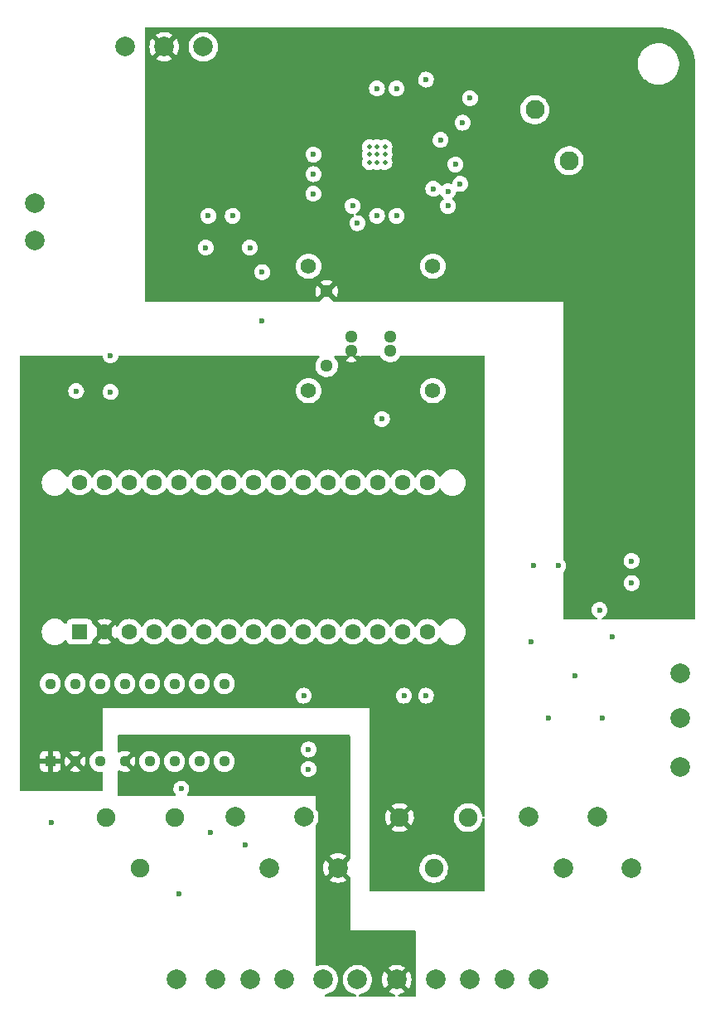
<source format=gbr>
%TF.GenerationSoftware,KiCad,Pcbnew,(6.0.5)*%
%TF.CreationDate,2023-05-26T17:46:03+02:00*%
%TF.ProjectId,EDUEXO-custom-PCB,45445545-584f-42d6-9375-73746f6d2d50,rev?*%
%TF.SameCoordinates,Original*%
%TF.FileFunction,Copper,L3,Inr*%
%TF.FilePolarity,Positive*%
%FSLAX46Y46*%
G04 Gerber Fmt 4.6, Leading zero omitted, Abs format (unit mm)*
G04 Created by KiCad (PCBNEW (6.0.5)) date 2023-05-26 17:46:03*
%MOMM*%
%LPD*%
G01*
G04 APERTURE LIST*
%TA.AperFunction,ComponentPad*%
%ADD10R,1.130000X1.130000*%
%TD*%
%TA.AperFunction,ComponentPad*%
%ADD11C,1.130000*%
%TD*%
%TA.AperFunction,ComponentPad*%
%ADD12C,2.000000*%
%TD*%
%TA.AperFunction,ComponentPad*%
%ADD13R,1.600000X1.600000*%
%TD*%
%TA.AperFunction,ComponentPad*%
%ADD14C,1.600000*%
%TD*%
%TA.AperFunction,ComponentPad*%
%ADD15C,1.900000*%
%TD*%
%TA.AperFunction,ComponentPad*%
%ADD16C,0.500000*%
%TD*%
%TA.AperFunction,ComponentPad*%
%ADD17C,1.950000*%
%TD*%
%TA.AperFunction,ComponentPad*%
%ADD18C,1.578074*%
%TD*%
%TA.AperFunction,ComponentPad*%
%ADD19C,1.280000*%
%TD*%
%TA.AperFunction,ViaPad*%
%ADD20C,0.600000*%
%TD*%
G04 APERTURE END LIST*
D10*
%TO.N,+3V3*%
%TO.C,U1*%
X168610000Y-175470000D03*
D11*
X171150000Y-175470000D03*
%TO.N,Earth*%
X173690000Y-175470000D03*
%TO.N,+5V*%
X176230000Y-175470000D03*
%TO.N,Net-(U1-Pad14)*%
X178770000Y-175470000D03*
%TO.N,/SG0_SIGNAL0_V*%
X181310000Y-175470000D03*
%TO.N,/SG0_SIGNAL1_V*%
X183850000Y-175470000D03*
%TO.N,Net-(R1-Pad2)*%
X186390000Y-175470000D03*
%TO.N,Net-(R1-Pad1)*%
X186390000Y-167530000D03*
%TO.N,/INA125P AMPLIFIER/SG0_OUTPUT_V*%
X183850000Y-167530000D03*
X181310000Y-167530000D03*
%TO.N,Earth*%
X178770000Y-167530000D03*
%TO.N,unconnected-(U1-Pad13)*%
X176230000Y-167530000D03*
%TO.N,Net-(U1-Pad14)*%
X173690000Y-167530000D03*
%TO.N,+5V*%
X171150000Y-167530000D03*
%TO.N,unconnected-(U1-Pad16)*%
X168610000Y-167530000D03*
%TD*%
D12*
%TO.N,Earth*%
%TO.C,GND3*%
X181500000Y-197750000D03*
%TD*%
%TO.N,/SRV0_POWER*%
%TO.C,POWER_SRV0*%
X215000000Y-197750000D03*
%TD*%
%TO.N,+5V*%
%TO.C,+5V0*%
X204000000Y-197750000D03*
%TD*%
%TO.N,VPP*%
%TO.C,VREGN0*%
X184250000Y-102500000D03*
%TD*%
%TO.N,/EMG0_V*%
%TO.C,EMG0*%
X200000000Y-197750000D03*
%TD*%
%TO.N,Earth*%
%TO.C,J4*%
X228000000Y-186350000D03*
%TO.N,/SRV0_ANGLE_V*%
X221000000Y-186350000D03*
%TO.N,/SRV0_DRIVE_PWM*%
X224500000Y-181150000D03*
%TO.N,/SRV0_POWER*%
X217500000Y-181150000D03*
%TD*%
%TO.N,+5V*%
%TO.C,J3*%
X198000000Y-186350000D03*
%TO.N,/SG0_SIGNAL0_V*%
X191000000Y-186350000D03*
%TO.N,/SG0_SIGNAL1_V*%
X194500000Y-181150000D03*
%TO.N,Earth*%
X187500000Y-181150000D03*
%TD*%
D13*
%TO.N,unconnected-(A1-Pad1)*%
%TO.C,A1*%
X171604000Y-162230000D03*
D14*
%TO.N,+3V3*%
X174144000Y-162230000D03*
%TO.N,unconnected-(A1-Pad3)*%
X176684000Y-162230000D03*
%TO.N,/INA125P AMPLIFIER/SG0_OUTPUT_V*%
X179224000Y-162230000D03*
%TO.N,/EMG0_V*%
X181764000Y-162230000D03*
%TO.N,/EMG1_V*%
X184304000Y-162230000D03*
%TO.N,/SRV0_ANGLE_V*%
X186844000Y-162230000D03*
%TO.N,unconnected-(A1-Pad8)*%
X189384000Y-162230000D03*
%TO.N,unconnected-(A1-Pad9)*%
X191924000Y-162230000D03*
%TO.N,/Nano 33 IOT /BAT_VALUE_V*%
X194464000Y-162230000D03*
%TO.N,unconnected-(A1-Pad11)*%
X197004000Y-162230000D03*
%TO.N,unconnected-(A1-Pad12)*%
X199544000Y-162230000D03*
%TO.N,unconnected-(A1-Pad13)*%
X202084000Y-162230000D03*
%TO.N,Earth*%
X204624000Y-162230000D03*
%TO.N,Net-(A1-Pad15)*%
X207164000Y-162230000D03*
%TO.N,unconnected-(A1-Pad16)*%
X207164000Y-146990000D03*
%TO.N,unconnected-(A1-Pad17)*%
X204624000Y-146990000D03*
%TO.N,unconnected-(A1-Pad18)*%
X202084000Y-146990000D03*
%TO.N,Earth*%
X199544000Y-146990000D03*
%TO.N,/Nano 33 IOT /SRV0_ARDu_CONTROL_V*%
X197004000Y-146990000D03*
%TO.N,/Nano 33 IOT /STATUS_LED_B*%
X194464000Y-146990000D03*
%TO.N,unconnected-(A1-Pad22)*%
X191924000Y-146990000D03*
%TO.N,/SRV0_DRIVE_PWM*%
X189384000Y-146990000D03*
%TO.N,/Nano 33 IOT /STATUS_LED_G*%
X186844000Y-146990000D03*
%TO.N,unconnected-(A1-Pad25)*%
X184304000Y-146990000D03*
%TO.N,unconnected-(A1-Pad26)*%
X181764000Y-146990000D03*
%TO.N,/Nano 33 IOT /STATUS_LED_R*%
X179224000Y-146990000D03*
%TO.N,unconnected-(A1-Pad28)*%
X176684000Y-146990000D03*
%TO.N,unconnected-(A1-Pad29)*%
X174144000Y-146990000D03*
%TO.N,unconnected-(A1-Pad30)*%
X171604000Y-146990000D03*
%TD*%
D15*
%TO.N,+3V3*%
%TO.C,J1*%
X204300000Y-181200000D03*
%TO.N,/EMG0_V*%
X207800000Y-186400000D03*
%TO.N,Earth*%
X211300000Y-181200000D03*
%TD*%
D12*
%TO.N,/SRV0_DRIVE_PWM*%
%TO.C,DRIVE_PWM_SRV0*%
X218500000Y-197750000D03*
%TD*%
%TO.N,/Nano 33 IOT /SRV0_ARDu_CONTROL_V*%
%TO.C,ARDu_CONTROL_SRV0*%
X233000000Y-166500000D03*
%TD*%
%TO.N,/SG0_SIGNAL1_V*%
%TO.C,SG0_SGN1*%
X189000000Y-197750000D03*
%TD*%
D16*
%TO.N,Earth*%
%TO.C,U2*%
X202800000Y-112700000D03*
X202800000Y-114300000D03*
X202000000Y-112700000D03*
X202000000Y-113500000D03*
X202800000Y-113500000D03*
X201200000Y-112700000D03*
X201200000Y-113500000D03*
X202000000Y-114300000D03*
X201200000Y-114300000D03*
%TD*%
D12*
%TO.N,/Nano 33 IOT /BAT_VALUE_V*%
%TO.C,BAT_VALUE_0*%
X233000000Y-171000000D03*
%TD*%
D17*
%TO.N,/BAT0_INPUT*%
%TO.C,J6*%
X218124000Y-108920000D03*
%TO.N,Earth*%
X221624000Y-114120000D03*
%TD*%
D12*
%TO.N,/EMG1_V*%
%TO.C,EMG1*%
X196500000Y-197750000D03*
%TD*%
%TO.N,VBUS*%
%TO.C,VBUS0*%
X167000000Y-118500000D03*
%TD*%
%TO.N,Earth*%
%TO.C,GND4*%
X167000000Y-122250000D03*
%TD*%
%TO.N,/SG0_SIGNAL0_V*%
%TO.C,SG0_SGN0*%
X192500000Y-197750000D03*
%TD*%
D15*
%TO.N,+3V3*%
%TO.C,J2*%
X174300000Y-181200000D03*
%TO.N,/EMG1_V*%
X177800000Y-186400000D03*
%TO.N,Earth*%
X181300000Y-181200000D03*
%TD*%
D12*
%TO.N,Earth*%
%TO.C,GND1*%
X233000000Y-176000000D03*
%TD*%
%TO.N,VDC*%
%TO.C,VDC0*%
X180250000Y-102500000D03*
%TD*%
D18*
%TO.N,*%
%TO.C,U3*%
X207700000Y-124904700D03*
X195000000Y-124904700D03*
X207700000Y-137604700D03*
X195000000Y-137604700D03*
D19*
%TO.N,VDC*%
X196850000Y-127444700D03*
%TO.N,Net-(D1-Pad2)*%
X196850000Y-135064700D03*
%TO.N,/Nano 33 IOT /STATUS_LED_R*%
X203350000Y-132054700D03*
%TO.N,/Nano 33 IOT /STATUS_LED_G*%
X203350000Y-133554700D03*
%TO.N,/Nano 33 IOT /STATUS_LED_B*%
X199350000Y-132054700D03*
%TO.N,+3V3*%
X199350000Y-133554700D03*
%TD*%
D12*
%TO.N,/INA125P AMPLIFIER/SG0_OUTPUT_V*%
%TO.C,OUTPUT_SG0*%
X185500000Y-197750000D03*
%TD*%
%TO.N,+3V3*%
%TO.C,+3V3*%
X208000000Y-197750000D03*
%TD*%
%TO.N,Earth*%
%TO.C,GND2*%
X176250000Y-102500000D03*
%TD*%
%TO.N,/SRV0_ANGLE_V*%
%TO.C,ANGLE_SRV0*%
X211500000Y-197750000D03*
%TD*%
D20*
%TO.N,Earth*%
X195500000Y-117500000D03*
X195500000Y-115500000D03*
X210500000Y-116500000D03*
X204000000Y-119750000D03*
X204750000Y-168750000D03*
X204000000Y-106750000D03*
X207750000Y-117000000D03*
X207000000Y-168750000D03*
X174750000Y-137750000D03*
X208500000Y-112000000D03*
X202000000Y-106750000D03*
X228000000Y-157250000D03*
X174750000Y-134015000D03*
X195000000Y-176250000D03*
X210000000Y-114500000D03*
X207000000Y-105849500D03*
X168750000Y-181750000D03*
X195000000Y-174250000D03*
X190250000Y-125500000D03*
X202000000Y-119750000D03*
X171250000Y-137652250D03*
X202500000Y-140500000D03*
X194500000Y-168750000D03*
X228000000Y-155000000D03*
X195500000Y-113500000D03*
X190250000Y-130500000D03*
%TO.N,+5V*%
X191000000Y-176250000D03*
X191000000Y-174250000D03*
%TO.N,+3V3*%
X211000000Y-187500000D03*
%TO.N,/EMG1_V*%
X188500000Y-184000000D03*
X181750000Y-189000000D03*
%TO.N,VDC*%
X232500000Y-151250000D03*
X205250000Y-109250000D03*
X200750000Y-108500000D03*
X205250000Y-108500000D03*
X229250000Y-159250000D03*
X233250000Y-151500000D03*
X229250000Y-158500000D03*
X200750000Y-109250000D03*
%TO.N,VBUS*%
X184750000Y-119750000D03*
X187250000Y-119750000D03*
%TO.N,/Nano 33 IOT /BAT_VALUE_V*%
X225000000Y-171000000D03*
X219500000Y-171000000D03*
%TO.N,/Nano 33 IOT /SRV0_ARDu_CONTROL_V*%
X220500000Y-155500000D03*
X226000000Y-162750000D03*
X224750000Y-160000000D03*
X218000000Y-155500000D03*
%TO.N,/SRV0_DRIVE_PWM*%
X222250000Y-166750000D03*
X217750000Y-163250000D03*
%TO.N,/SG0_SIGNAL0_V*%
X182000000Y-178250000D03*
X185000000Y-182750000D03*
%TO.N,/BQ25886 BATTERY MANAGMENT/D+*%
X199500000Y-118750000D03*
X200000000Y-120500000D03*
%TO.N,Net-(D2-Pad1)*%
X209250000Y-117250000D03*
X209250000Y-118750000D03*
%TO.N,Net-(C4-Pad2)*%
X210750000Y-110250000D03*
X211500000Y-107750000D03*
%TO.N,Net-(D3-Pad1)*%
X184500000Y-123000000D03*
X189000000Y-123000000D03*
%TD*%
%TA.AperFunction,Conductor*%
%TO.N,+5V*%
G36*
X205942121Y-192770002D02*
G01*
X205988614Y-192823658D01*
X206000000Y-192876000D01*
X206000000Y-199365500D01*
X205979998Y-199433621D01*
X205926342Y-199480114D01*
X205874000Y-199491500D01*
X204270458Y-199491500D01*
X204202337Y-199471498D01*
X204155844Y-199417842D01*
X204145740Y-199347568D01*
X204175234Y-199282988D01*
X204241044Y-199242981D01*
X204462627Y-199189783D01*
X204472012Y-199186734D01*
X204682163Y-199099687D01*
X204690958Y-199095205D01*
X204858445Y-198992568D01*
X204867907Y-198982110D01*
X204864124Y-198973334D01*
X204012812Y-198122022D01*
X203998868Y-198114408D01*
X203997035Y-198114539D01*
X203990420Y-198118790D01*
X203138920Y-198970290D01*
X203132160Y-198982670D01*
X203137887Y-198990320D01*
X203309042Y-199095205D01*
X203317837Y-199099687D01*
X203527988Y-199186734D01*
X203537373Y-199189783D01*
X203758956Y-199242981D01*
X203820525Y-199278333D01*
X203853208Y-199341360D01*
X203846627Y-199412051D01*
X203802873Y-199467962D01*
X203729542Y-199491500D01*
X200272598Y-199491500D01*
X200204477Y-199471498D01*
X200157984Y-199417842D01*
X200147880Y-199347568D01*
X200177374Y-199282988D01*
X200243184Y-199242981D01*
X200263996Y-199237984D01*
X200467594Y-199189105D01*
X200472167Y-199187211D01*
X200682389Y-199100135D01*
X200682393Y-199100133D01*
X200686963Y-199098240D01*
X200691916Y-199095205D01*
X200885202Y-198976759D01*
X200885208Y-198976755D01*
X200889416Y-198974176D01*
X201069969Y-198819969D01*
X201224176Y-198639416D01*
X201226755Y-198635208D01*
X201226759Y-198635202D01*
X201345654Y-198441183D01*
X201348240Y-198436963D01*
X201350229Y-198432163D01*
X201437211Y-198222167D01*
X201437212Y-198222165D01*
X201439105Y-198217594D01*
X201494535Y-197986711D01*
X201512777Y-197754930D01*
X202487725Y-197754930D01*
X202505572Y-197981699D01*
X202507115Y-197991446D01*
X202560217Y-198212627D01*
X202563266Y-198222012D01*
X202650313Y-198432163D01*
X202654795Y-198440958D01*
X202757432Y-198608445D01*
X202767890Y-198617907D01*
X202776666Y-198614124D01*
X203627978Y-197762812D01*
X203634356Y-197751132D01*
X204364408Y-197751132D01*
X204364539Y-197752965D01*
X204368790Y-197759580D01*
X205220290Y-198611080D01*
X205232670Y-198617840D01*
X205240320Y-198612113D01*
X205345205Y-198440958D01*
X205349687Y-198432163D01*
X205436734Y-198222012D01*
X205439783Y-198212627D01*
X205492885Y-197991446D01*
X205494428Y-197981699D01*
X205512275Y-197754930D01*
X205512275Y-197745070D01*
X205494428Y-197518301D01*
X205492885Y-197508554D01*
X205439783Y-197287373D01*
X205436734Y-197277988D01*
X205349687Y-197067837D01*
X205345205Y-197059042D01*
X205242568Y-196891555D01*
X205232110Y-196882093D01*
X205223334Y-196885876D01*
X204372022Y-197737188D01*
X204364408Y-197751132D01*
X203634356Y-197751132D01*
X203635592Y-197748868D01*
X203635461Y-197747035D01*
X203631210Y-197740420D01*
X202779710Y-196888920D01*
X202767330Y-196882160D01*
X202759680Y-196887887D01*
X202654795Y-197059042D01*
X202650313Y-197067837D01*
X202563266Y-197277988D01*
X202560217Y-197287373D01*
X202507115Y-197508554D01*
X202505572Y-197518301D01*
X202487725Y-197745070D01*
X202487725Y-197754930D01*
X201512777Y-197754930D01*
X201513165Y-197750000D01*
X201494535Y-197513289D01*
X201439105Y-197282406D01*
X201437211Y-197277833D01*
X201350135Y-197067611D01*
X201350133Y-197067607D01*
X201348240Y-197063037D01*
X201345654Y-197058817D01*
X201226759Y-196864798D01*
X201226755Y-196864792D01*
X201224176Y-196860584D01*
X201069969Y-196680031D01*
X200889416Y-196525824D01*
X200885208Y-196523245D01*
X200885202Y-196523241D01*
X200876470Y-196517890D01*
X203132093Y-196517890D01*
X203135876Y-196526666D01*
X203987188Y-197377978D01*
X204001132Y-197385592D01*
X204002965Y-197385461D01*
X204009580Y-197381210D01*
X204861080Y-196529710D01*
X204867840Y-196517330D01*
X204862113Y-196509680D01*
X204690958Y-196404795D01*
X204682163Y-196400313D01*
X204472012Y-196313266D01*
X204462627Y-196310217D01*
X204241446Y-196257115D01*
X204231699Y-196255572D01*
X204004930Y-196237725D01*
X203995070Y-196237725D01*
X203768301Y-196255572D01*
X203758554Y-196257115D01*
X203537373Y-196310217D01*
X203527988Y-196313266D01*
X203317837Y-196400313D01*
X203309042Y-196404795D01*
X203141555Y-196507432D01*
X203132093Y-196517890D01*
X200876470Y-196517890D01*
X200691183Y-196404346D01*
X200686963Y-196401760D01*
X200682393Y-196399867D01*
X200682389Y-196399865D01*
X200472167Y-196312789D01*
X200472165Y-196312788D01*
X200467594Y-196310895D01*
X200387391Y-196291640D01*
X200241524Y-196256620D01*
X200241518Y-196256619D01*
X200236711Y-196255465D01*
X200000000Y-196236835D01*
X199763289Y-196255465D01*
X199758482Y-196256619D01*
X199758476Y-196256620D01*
X199612609Y-196291640D01*
X199532406Y-196310895D01*
X199527835Y-196312788D01*
X199527833Y-196312789D01*
X199317611Y-196399865D01*
X199317607Y-196399867D01*
X199313037Y-196401760D01*
X199308817Y-196404346D01*
X199114798Y-196523241D01*
X199114792Y-196523245D01*
X199110584Y-196525824D01*
X198930031Y-196680031D01*
X198775824Y-196860584D01*
X198773245Y-196864792D01*
X198773241Y-196864798D01*
X198654346Y-197058817D01*
X198651760Y-197063037D01*
X198649867Y-197067607D01*
X198649865Y-197067611D01*
X198562789Y-197277833D01*
X198560895Y-197282406D01*
X198505465Y-197513289D01*
X198486835Y-197750000D01*
X198505465Y-197986711D01*
X198560895Y-198217594D01*
X198562788Y-198222165D01*
X198562789Y-198222167D01*
X198649772Y-198432163D01*
X198651760Y-198436963D01*
X198654346Y-198441183D01*
X198773241Y-198635202D01*
X198773245Y-198635208D01*
X198775824Y-198639416D01*
X198930031Y-198819969D01*
X199110584Y-198974176D01*
X199114792Y-198976755D01*
X199114798Y-198976759D01*
X199308084Y-199095205D01*
X199313037Y-199098240D01*
X199317607Y-199100133D01*
X199317611Y-199100135D01*
X199527833Y-199187211D01*
X199532406Y-199189105D01*
X199736004Y-199237984D01*
X199756816Y-199242981D01*
X199818385Y-199278333D01*
X199851068Y-199341360D01*
X199844487Y-199412051D01*
X199800733Y-199467962D01*
X199727402Y-199491500D01*
X196772598Y-199491500D01*
X196704477Y-199471498D01*
X196657984Y-199417842D01*
X196647880Y-199347568D01*
X196677374Y-199282988D01*
X196743184Y-199242981D01*
X196763996Y-199237984D01*
X196967594Y-199189105D01*
X196972167Y-199187211D01*
X197182389Y-199100135D01*
X197182393Y-199100133D01*
X197186963Y-199098240D01*
X197191916Y-199095205D01*
X197385202Y-198976759D01*
X197385208Y-198976755D01*
X197389416Y-198974176D01*
X197569969Y-198819969D01*
X197724176Y-198639416D01*
X197726755Y-198635208D01*
X197726759Y-198635202D01*
X197845654Y-198441183D01*
X197848240Y-198436963D01*
X197850229Y-198432163D01*
X197937211Y-198222167D01*
X197937212Y-198222165D01*
X197939105Y-198217594D01*
X197994535Y-197986711D01*
X198013165Y-197750000D01*
X197994535Y-197513289D01*
X197939105Y-197282406D01*
X197937211Y-197277833D01*
X197850135Y-197067611D01*
X197850133Y-197067607D01*
X197848240Y-197063037D01*
X197845654Y-197058817D01*
X197726759Y-196864798D01*
X197726755Y-196864792D01*
X197724176Y-196860584D01*
X197569969Y-196680031D01*
X197389416Y-196525824D01*
X197385208Y-196523245D01*
X197385202Y-196523241D01*
X197191183Y-196404346D01*
X197186963Y-196401760D01*
X197182393Y-196399867D01*
X197182389Y-196399865D01*
X196972167Y-196312789D01*
X196972165Y-196312788D01*
X196967594Y-196310895D01*
X196887391Y-196291640D01*
X196741524Y-196256620D01*
X196741518Y-196256619D01*
X196736711Y-196255465D01*
X196500000Y-196236835D01*
X196263289Y-196255465D01*
X196258482Y-196256619D01*
X196258476Y-196256620D01*
X196112609Y-196291640D01*
X196032406Y-196310895D01*
X196027835Y-196312788D01*
X196027833Y-196312789D01*
X195992969Y-196327230D01*
X195924217Y-196355708D01*
X195853628Y-196363297D01*
X195790141Y-196331518D01*
X195753914Y-196270460D01*
X195750000Y-196239299D01*
X195750000Y-192750000D01*
X205874000Y-192750000D01*
X205942121Y-192770002D01*
G37*
%TD.AperFunction*%
%TD*%
%TA.AperFunction,Conductor*%
%TO.N,+3V3*%
G36*
X173889977Y-134020002D02*
G01*
X173936470Y-134073658D01*
X173947255Y-134113704D01*
X173954163Y-134184160D01*
X174011418Y-134356273D01*
X174015065Y-134362295D01*
X174015066Y-134362297D01*
X174099410Y-134501566D01*
X174105380Y-134511424D01*
X174110269Y-134516487D01*
X174110270Y-134516488D01*
X174157248Y-134565135D01*
X174231382Y-134641902D01*
X174383159Y-134741222D01*
X174389763Y-134743678D01*
X174389765Y-134743679D01*
X174546558Y-134801990D01*
X174546560Y-134801990D01*
X174553168Y-134804448D01*
X174636995Y-134815633D01*
X174725980Y-134827507D01*
X174725984Y-134827507D01*
X174732961Y-134828438D01*
X174739972Y-134827800D01*
X174739976Y-134827800D01*
X174882459Y-134814832D01*
X174913600Y-134811998D01*
X174920302Y-134809820D01*
X174920304Y-134809820D01*
X175079409Y-134758124D01*
X175079412Y-134758123D01*
X175086108Y-134755947D01*
X175219799Y-134676251D01*
X175235860Y-134666677D01*
X175235862Y-134666676D01*
X175241912Y-134663069D01*
X175373266Y-134537982D01*
X175473643Y-134386902D01*
X175538055Y-134217338D01*
X175539296Y-134208512D01*
X175547571Y-134149630D01*
X175553356Y-134108463D01*
X175582644Y-134043790D01*
X175642248Y-134005217D01*
X175678130Y-134000000D01*
X195987283Y-134000000D01*
X196055404Y-134020002D01*
X196101897Y-134073658D01*
X196112001Y-134143932D01*
X196082507Y-134208512D01*
X196070367Y-134220726D01*
X196013339Y-134270738D01*
X196009772Y-134275263D01*
X196009767Y-134275268D01*
X195931948Y-134373982D01*
X195882661Y-134436502D01*
X195879972Y-134441613D01*
X195879970Y-134441616D01*
X195842157Y-134513488D01*
X195784379Y-134623305D01*
X195758760Y-134705811D01*
X195725590Y-134812637D01*
X195721785Y-134824890D01*
X195696975Y-135034507D01*
X195710781Y-135245135D01*
X195762738Y-135449720D01*
X195798995Y-135528366D01*
X195848690Y-135636164D01*
X195848693Y-135636169D01*
X195851109Y-135641410D01*
X195854440Y-135646123D01*
X195854441Y-135646125D01*
X195908383Y-135722450D01*
X195972933Y-135813786D01*
X196124129Y-135961076D01*
X196299636Y-136078345D01*
X196493574Y-136161668D01*
X196568657Y-136178657D01*
X196693811Y-136206977D01*
X196693816Y-136206978D01*
X196699448Y-136208252D01*
X196705219Y-136208479D01*
X196705221Y-136208479D01*
X196769316Y-136210997D01*
X196910365Y-136216539D01*
X197119261Y-136186251D01*
X197124725Y-136184396D01*
X197124730Y-136184395D01*
X197313666Y-136120260D01*
X197313671Y-136120258D01*
X197319138Y-136118402D01*
X197503304Y-136015264D01*
X197665591Y-135880291D01*
X197800564Y-135718004D01*
X197903702Y-135533838D01*
X197905558Y-135528371D01*
X197905560Y-135528366D01*
X197969695Y-135339430D01*
X197969696Y-135339425D01*
X197971551Y-135333961D01*
X198001839Y-135125065D01*
X198003420Y-135064700D01*
X197984106Y-134854506D01*
X197976574Y-134827800D01*
X197928378Y-134656910D01*
X197928377Y-134656908D01*
X197926810Y-134651351D01*
X197922151Y-134641902D01*
X197836007Y-134467221D01*
X197833452Y-134462040D01*
X197707158Y-134292911D01*
X197632524Y-134223920D01*
X197626687Y-134218524D01*
X197590242Y-134157596D01*
X197592523Y-134086636D01*
X197632805Y-134028174D01*
X197698300Y-134000771D01*
X197712216Y-134000000D01*
X198210421Y-134000000D01*
X198278542Y-134020002D01*
X198324847Y-134073249D01*
X198349126Y-134125914D01*
X198354877Y-134135875D01*
X198367087Y-134153153D01*
X198377676Y-134161541D01*
X198390978Y-134154512D01*
X198545490Y-134000000D01*
X199263910Y-134000000D01*
X198750422Y-134513488D01*
X198744226Y-134524834D01*
X198754108Y-134537323D01*
X198795071Y-134564694D01*
X198805181Y-134570184D01*
X198988422Y-134648910D01*
X198999365Y-134652465D01*
X199193878Y-134696480D01*
X199205287Y-134697982D01*
X199404571Y-134705811D01*
X199416053Y-134705209D01*
X199613429Y-134676592D01*
X199624612Y-134673907D01*
X199813466Y-134609799D01*
X199823969Y-134605123D01*
X199947422Y-134535987D01*
X199957285Y-134525910D01*
X199954330Y-134518240D01*
X199436090Y-134000000D01*
X200154510Y-134000000D01*
X200309624Y-134155114D01*
X200322004Y-134161874D01*
X200328584Y-134156948D01*
X200380394Y-134064434D01*
X200431131Y-134014772D01*
X200490329Y-134000000D01*
X202209870Y-134000000D01*
X202277991Y-134020002D01*
X202324295Y-134073247D01*
X202351109Y-134131410D01*
X202354440Y-134136123D01*
X202354441Y-134136125D01*
X202449577Y-134270738D01*
X202472933Y-134303786D01*
X202477069Y-134307815D01*
X202609169Y-134436502D01*
X202624129Y-134451076D01*
X202799636Y-134568345D01*
X202804938Y-134570623D01*
X202804940Y-134570624D01*
X202988267Y-134649388D01*
X202993574Y-134651668D01*
X203043960Y-134663069D01*
X203193811Y-134696977D01*
X203193816Y-134696978D01*
X203199448Y-134698252D01*
X203205219Y-134698479D01*
X203205221Y-134698479D01*
X203269316Y-134700997D01*
X203410365Y-134706539D01*
X203619261Y-134676251D01*
X203624725Y-134674396D01*
X203624730Y-134674395D01*
X203813666Y-134610260D01*
X203813671Y-134610258D01*
X203819138Y-134608402D01*
X204003304Y-134505264D01*
X204165591Y-134370291D01*
X204300564Y-134208004D01*
X204380968Y-134064432D01*
X204431703Y-134014772D01*
X204490901Y-134000000D01*
X212874000Y-134000000D01*
X212942121Y-134020002D01*
X212988614Y-134073658D01*
X213000000Y-134126000D01*
X213000000Y-181006319D01*
X212979998Y-181074440D01*
X212926342Y-181120933D01*
X212856068Y-181131037D01*
X212791488Y-181101543D01*
X212753104Y-181041817D01*
X212748424Y-181016643D01*
X212744271Y-180966124D01*
X212744270Y-180966118D01*
X212743847Y-180960973D01*
X212685420Y-180728364D01*
X212683364Y-180723634D01*
X212683361Y-180723627D01*
X212591847Y-180513159D01*
X212591845Y-180513156D01*
X212589787Y-180508422D01*
X212572574Y-180481814D01*
X212462325Y-180311396D01*
X212462323Y-180311393D01*
X212459515Y-180307053D01*
X212430580Y-180275253D01*
X212301582Y-180133487D01*
X212301580Y-180133486D01*
X212298104Y-180129665D01*
X212294053Y-180126466D01*
X212294049Y-180126462D01*
X212140249Y-180004999D01*
X212109888Y-179981021D01*
X211899922Y-179865113D01*
X211721019Y-179801760D01*
X211678720Y-179786781D01*
X211678716Y-179786780D01*
X211673845Y-179785055D01*
X211668752Y-179784148D01*
X211668749Y-179784147D01*
X211442816Y-179743902D01*
X211442810Y-179743901D01*
X211437727Y-179742996D01*
X211350460Y-179741930D01*
X211203081Y-179740129D01*
X211203079Y-179740129D01*
X211197911Y-179740066D01*
X210960837Y-179776343D01*
X210732871Y-179850854D01*
X210520136Y-179961597D01*
X210516003Y-179964700D01*
X210516000Y-179964702D01*
X210362397Y-180080031D01*
X210328345Y-180105598D01*
X210162648Y-180278990D01*
X210027495Y-180477117D01*
X209926516Y-180694656D01*
X209862424Y-180925768D01*
X209836938Y-181164244D01*
X209837235Y-181169396D01*
X209837235Y-181169400D01*
X209839552Y-181209580D01*
X209850744Y-181403680D01*
X209851879Y-181408717D01*
X209851880Y-181408723D01*
X209886965Y-181564408D01*
X209903470Y-181637646D01*
X209993702Y-181859859D01*
X210119014Y-182064351D01*
X210122398Y-182068257D01*
X210122399Y-182068259D01*
X210157571Y-182108862D01*
X210276043Y-182245630D01*
X210426502Y-182370543D01*
X210430878Y-182374176D01*
X210460571Y-182398828D01*
X210667643Y-182519831D01*
X210891697Y-182605389D01*
X210896763Y-182606420D01*
X210896764Y-182606420D01*
X210953039Y-182617869D01*
X211126716Y-182653204D01*
X211262264Y-182658174D01*
X211361225Y-182661803D01*
X211361229Y-182661803D01*
X211366389Y-182661992D01*
X211371509Y-182661336D01*
X211371511Y-182661336D01*
X211599151Y-182632175D01*
X211599152Y-182632175D01*
X211604279Y-182631518D01*
X211687935Y-182606420D01*
X211829042Y-182564086D01*
X211829047Y-182564084D01*
X211833997Y-182562599D01*
X212049374Y-182457087D01*
X212053579Y-182454087D01*
X212053585Y-182454084D01*
X212165611Y-182374176D01*
X212244627Y-182317815D01*
X212414511Y-182148523D01*
X212554463Y-181953758D01*
X212571563Y-181919160D01*
X212658433Y-181743392D01*
X212658434Y-181743390D01*
X212660727Y-181738750D01*
X212730447Y-181509274D01*
X212749078Y-181367760D01*
X212777801Y-181302832D01*
X212837066Y-181263741D01*
X212908057Y-181262896D01*
X212968236Y-181300566D01*
X212998495Y-181364792D01*
X213000000Y-181384206D01*
X213000000Y-188624000D01*
X212979998Y-188692121D01*
X212926342Y-188738614D01*
X212874000Y-188750000D01*
X201376000Y-188750000D01*
X201307879Y-188729998D01*
X201261386Y-188676342D01*
X201250000Y-188624000D01*
X201250000Y-186364244D01*
X206336938Y-186364244D01*
X206350744Y-186603680D01*
X206403470Y-186837646D01*
X206493702Y-187059859D01*
X206619014Y-187264351D01*
X206776043Y-187445630D01*
X206926502Y-187570543D01*
X206930878Y-187574176D01*
X206960571Y-187598828D01*
X207167643Y-187719831D01*
X207391697Y-187805389D01*
X207396763Y-187806420D01*
X207396764Y-187806420D01*
X207453039Y-187817869D01*
X207626716Y-187853204D01*
X207762264Y-187858174D01*
X207861225Y-187861803D01*
X207861229Y-187861803D01*
X207866389Y-187861992D01*
X207871509Y-187861336D01*
X207871511Y-187861336D01*
X208099151Y-187832175D01*
X208099152Y-187832175D01*
X208104279Y-187831518D01*
X208187935Y-187806420D01*
X208329042Y-187764086D01*
X208329047Y-187764084D01*
X208333997Y-187762599D01*
X208549374Y-187657087D01*
X208553579Y-187654087D01*
X208553585Y-187654084D01*
X208665611Y-187574176D01*
X208744627Y-187517815D01*
X208914511Y-187348523D01*
X209054463Y-187153758D01*
X209103240Y-187055067D01*
X209158433Y-186943392D01*
X209158434Y-186943390D01*
X209160727Y-186938750D01*
X209230447Y-186709274D01*
X209261752Y-186471492D01*
X209263499Y-186400000D01*
X209257001Y-186320970D01*
X209244271Y-186166124D01*
X209244270Y-186166118D01*
X209243847Y-186160973D01*
X209185420Y-185928364D01*
X209183364Y-185923634D01*
X209183361Y-185923627D01*
X209091847Y-185713159D01*
X209091845Y-185713156D01*
X209089787Y-185708422D01*
X209072574Y-185681814D01*
X208962325Y-185511396D01*
X208962323Y-185511393D01*
X208959515Y-185507053D01*
X208930580Y-185475253D01*
X208801582Y-185333487D01*
X208801580Y-185333486D01*
X208798104Y-185329665D01*
X208794053Y-185326466D01*
X208794049Y-185326462D01*
X208613946Y-185184226D01*
X208609888Y-185181021D01*
X208399922Y-185065113D01*
X208221019Y-185001760D01*
X208178720Y-184986781D01*
X208178716Y-184986780D01*
X208173845Y-184985055D01*
X208168752Y-184984148D01*
X208168749Y-184984147D01*
X207942816Y-184943902D01*
X207942810Y-184943901D01*
X207937727Y-184942996D01*
X207850460Y-184941930D01*
X207703081Y-184940129D01*
X207703079Y-184940129D01*
X207697911Y-184940066D01*
X207460837Y-184976343D01*
X207232871Y-185050854D01*
X207020136Y-185161597D01*
X207016003Y-185164700D01*
X207016000Y-185164702D01*
X206989997Y-185184226D01*
X206828345Y-185305598D01*
X206662648Y-185478990D01*
X206527495Y-185677117D01*
X206426516Y-185894656D01*
X206362424Y-186125768D01*
X206336938Y-186364244D01*
X201250000Y-186364244D01*
X201250000Y-182398900D01*
X203466358Y-182398900D01*
X203469661Y-182403560D01*
X203663399Y-182516771D01*
X203672686Y-182521221D01*
X203887006Y-182603062D01*
X203896908Y-182605939D01*
X204121699Y-182651673D01*
X204131951Y-182652896D01*
X204361202Y-182661302D01*
X204371488Y-182660835D01*
X204599043Y-182631684D01*
X204609129Y-182629541D01*
X204828864Y-182563617D01*
X204838459Y-182559856D01*
X205044466Y-182458935D01*
X205053332Y-182453650D01*
X205120945Y-182405421D01*
X205129346Y-182394721D01*
X205122358Y-182381568D01*
X204312812Y-181572022D01*
X204298868Y-181564408D01*
X204297035Y-181564539D01*
X204290420Y-181568790D01*
X203473635Y-182385575D01*
X203466358Y-182398900D01*
X201250000Y-182398900D01*
X201250000Y-181169412D01*
X202837737Y-181169412D01*
X202850944Y-181398451D01*
X202852377Y-181408653D01*
X202902810Y-181632442D01*
X202905898Y-181642295D01*
X202992204Y-181854840D01*
X202996852Y-181864041D01*
X203093736Y-182022143D01*
X203104192Y-182031604D01*
X203112970Y-182027820D01*
X203927978Y-181212812D01*
X203934356Y-181201132D01*
X204664408Y-181201132D01*
X204664539Y-181202965D01*
X204668790Y-181209580D01*
X205482130Y-182022920D01*
X205494141Y-182029479D01*
X205505880Y-182020511D01*
X205551012Y-181957702D01*
X205556327Y-181948857D01*
X205657966Y-181743206D01*
X205661765Y-181733611D01*
X205728453Y-181514120D01*
X205730632Y-181504039D01*
X205760813Y-181274789D01*
X205761332Y-181268114D01*
X205762915Y-181203364D01*
X205762721Y-181196647D01*
X205743776Y-180966206D01*
X205742093Y-180956044D01*
X205686204Y-180733539D01*
X205682883Y-180723784D01*
X205591409Y-180513410D01*
X205586531Y-180504312D01*
X205505384Y-180378876D01*
X205494698Y-180369674D01*
X205485133Y-180374077D01*
X204672022Y-181187188D01*
X204664408Y-181201132D01*
X203934356Y-181201132D01*
X203935592Y-181198868D01*
X203935461Y-181197035D01*
X203931210Y-181190420D01*
X203117884Y-180377094D01*
X203106348Y-180370794D01*
X203094065Y-180380418D01*
X203030849Y-180473089D01*
X203025756Y-180482053D01*
X202929163Y-180690145D01*
X202925606Y-180699813D01*
X202864299Y-180920879D01*
X202862368Y-180930999D01*
X202837989Y-181159123D01*
X202837737Y-181169412D01*
X201250000Y-181169412D01*
X201250000Y-180004999D01*
X203469795Y-180004999D01*
X203476540Y-180017330D01*
X204287188Y-180827978D01*
X204301132Y-180835592D01*
X204302965Y-180835461D01*
X204309580Y-180831210D01*
X205124590Y-180016200D01*
X205131611Y-180003343D01*
X205123838Y-179992676D01*
X205113667Y-179984643D01*
X205105083Y-179978940D01*
X204904250Y-179868074D01*
X204894838Y-179863844D01*
X204678591Y-179787266D01*
X204668620Y-179784632D01*
X204442769Y-179744402D01*
X204432516Y-179743433D01*
X204203116Y-179740630D01*
X204192832Y-179741350D01*
X203966067Y-179776050D01*
X203956039Y-179778439D01*
X203737984Y-179849710D01*
X203728475Y-179853707D01*
X203524993Y-179959633D01*
X203516268Y-179965127D01*
X203478248Y-179993674D01*
X203469795Y-180004999D01*
X201250000Y-180004999D01*
X201250000Y-170000000D01*
X174000000Y-170000000D01*
X174000000Y-174283522D01*
X173979998Y-174351643D01*
X173926342Y-174398136D01*
X173849420Y-174407101D01*
X173808363Y-174398935D01*
X173802692Y-174397807D01*
X173796917Y-174397731D01*
X173796913Y-174397731D01*
X173698267Y-174396440D01*
X173605413Y-174395224D01*
X173599716Y-174396203D01*
X173599715Y-174396203D01*
X173416664Y-174427657D01*
X173410967Y-174428636D01*
X173225866Y-174496924D01*
X173220905Y-174499876D01*
X173220904Y-174499876D01*
X173061277Y-174594844D01*
X173061274Y-174594846D01*
X173056309Y-174597800D01*
X173051969Y-174601606D01*
X173051965Y-174601609D01*
X172995246Y-174651351D01*
X172907975Y-174727886D01*
X172785830Y-174882825D01*
X172783141Y-174887936D01*
X172783139Y-174887939D01*
X172736732Y-174976144D01*
X172693966Y-175057429D01*
X172635460Y-175245851D01*
X172612270Y-175441779D01*
X172625174Y-175638652D01*
X172673739Y-175829877D01*
X172756339Y-176009049D01*
X172870207Y-176170169D01*
X173011530Y-176307840D01*
X173016326Y-176311045D01*
X173016329Y-176311047D01*
X173087333Y-176358490D01*
X173175576Y-176417452D01*
X173180879Y-176419730D01*
X173180882Y-176419732D01*
X173320662Y-176479786D01*
X173356849Y-176495333D01*
X173448038Y-176515967D01*
X173543644Y-176537601D01*
X173543647Y-176537601D01*
X173549280Y-176538876D01*
X173555051Y-176539103D01*
X173555053Y-176539103D01*
X173611686Y-176541328D01*
X173746423Y-176546622D01*
X173752133Y-176545794D01*
X173752135Y-176545794D01*
X173791245Y-176540123D01*
X173855921Y-176530745D01*
X173926205Y-176540765D01*
X173979916Y-176587194D01*
X174000000Y-176655441D01*
X174000000Y-178374000D01*
X173979998Y-178442121D01*
X173926342Y-178488614D01*
X173874000Y-178500000D01*
X165634500Y-178500000D01*
X165566379Y-178479998D01*
X165519886Y-178426342D01*
X165508500Y-178374000D01*
X165508500Y-176079669D01*
X167537001Y-176079669D01*
X167537371Y-176086490D01*
X167542895Y-176137352D01*
X167546521Y-176152604D01*
X167591676Y-176273054D01*
X167600214Y-176288649D01*
X167676715Y-176390724D01*
X167689276Y-176403285D01*
X167791351Y-176479786D01*
X167806946Y-176488324D01*
X167927394Y-176533478D01*
X167942649Y-176537105D01*
X167993514Y-176542631D01*
X168000328Y-176543000D01*
X168337885Y-176543000D01*
X168353124Y-176538525D01*
X168354329Y-176537135D01*
X168356000Y-176529452D01*
X168356000Y-176524884D01*
X168864000Y-176524884D01*
X168868475Y-176540123D01*
X168869865Y-176541328D01*
X168877548Y-176542999D01*
X169219669Y-176542999D01*
X169226490Y-176542629D01*
X169277352Y-176537105D01*
X169292604Y-176533479D01*
X169413054Y-176488324D01*
X169428649Y-176479786D01*
X169530724Y-176403285D01*
X169543285Y-176390724D01*
X169546781Y-176386059D01*
X170598302Y-176386059D01*
X170608184Y-176398548D01*
X170631009Y-176413799D01*
X170641123Y-176419291D01*
X170811697Y-176492576D01*
X170822640Y-176496131D01*
X171003708Y-176537103D01*
X171015118Y-176538605D01*
X171200629Y-176545893D01*
X171212111Y-176545291D01*
X171395846Y-176518652D01*
X171407029Y-176515967D01*
X171582826Y-176456292D01*
X171593339Y-176451611D01*
X171692313Y-176396182D01*
X171702178Y-176386104D01*
X171699222Y-176378432D01*
X171162812Y-175842022D01*
X171148868Y-175834408D01*
X171147035Y-175834539D01*
X171140420Y-175838790D01*
X170604498Y-176374712D01*
X170598302Y-176386059D01*
X169546781Y-176386059D01*
X169619786Y-176288649D01*
X169628324Y-176273054D01*
X169673478Y-176152606D01*
X169677105Y-176137351D01*
X169682631Y-176086486D01*
X169683000Y-176079672D01*
X169683000Y-175742115D01*
X169678525Y-175726876D01*
X169677135Y-175725671D01*
X169669452Y-175724000D01*
X168882115Y-175724000D01*
X168866876Y-175728475D01*
X168865671Y-175729865D01*
X168864000Y-175737548D01*
X168864000Y-176524884D01*
X168356000Y-176524884D01*
X168356000Y-175742115D01*
X168351525Y-175726876D01*
X168350135Y-175725671D01*
X168342452Y-175724000D01*
X167555116Y-175724000D01*
X167539877Y-175728475D01*
X167538672Y-175729865D01*
X167537001Y-175737548D01*
X167537001Y-176079669D01*
X165508500Y-176079669D01*
X165508500Y-175447558D01*
X170073150Y-175447558D01*
X170085292Y-175632805D01*
X170087093Y-175644175D01*
X170132789Y-175824107D01*
X170136631Y-175834956D01*
X170214358Y-176003557D01*
X170220105Y-176013511D01*
X170220902Y-176014640D01*
X170231490Y-176023027D01*
X170244791Y-176015999D01*
X170777978Y-175482812D01*
X170784356Y-175471132D01*
X171514408Y-175471132D01*
X171514539Y-175472965D01*
X171518790Y-175479580D01*
X172054518Y-176015308D01*
X172066898Y-176022068D01*
X172073478Y-176017142D01*
X172131611Y-175913339D01*
X172136292Y-175902826D01*
X172195967Y-175727029D01*
X172198652Y-175715846D01*
X172225587Y-175530071D01*
X172226217Y-175522689D01*
X172227500Y-175473704D01*
X172227257Y-175466305D01*
X172210082Y-175279378D01*
X172207985Y-175268064D01*
X172157591Y-175089383D01*
X172153469Y-175078644D01*
X172077954Y-174925515D01*
X172068407Y-174915138D01*
X172061974Y-174917236D01*
X171522022Y-175457188D01*
X171514408Y-175471132D01*
X170784356Y-175471132D01*
X170785592Y-175468868D01*
X170785461Y-175467035D01*
X170781210Y-175460420D01*
X170244459Y-174923669D01*
X170232079Y-174916909D01*
X170226113Y-174921375D01*
X170157122Y-175052505D01*
X170152717Y-175063139D01*
X170097664Y-175240438D01*
X170095272Y-175251692D01*
X170073451Y-175436057D01*
X170073150Y-175447558D01*
X165508500Y-175447558D01*
X165508500Y-175197885D01*
X167537000Y-175197885D01*
X167541475Y-175213124D01*
X167542865Y-175214329D01*
X167550548Y-175216000D01*
X168337885Y-175216000D01*
X168353124Y-175211525D01*
X168354329Y-175210135D01*
X168356000Y-175202452D01*
X168356000Y-175197885D01*
X168864000Y-175197885D01*
X168868475Y-175213124D01*
X168869865Y-175214329D01*
X168877548Y-175216000D01*
X169664884Y-175216000D01*
X169680123Y-175211525D01*
X169681328Y-175210135D01*
X169682999Y-175202452D01*
X169682999Y-174860331D01*
X169682629Y-174853510D01*
X169677105Y-174802648D01*
X169673479Y-174787396D01*
X169628324Y-174666946D01*
X169619786Y-174651351D01*
X169546984Y-174554211D01*
X170598323Y-174554211D01*
X170601810Y-174562600D01*
X171137188Y-175097978D01*
X171151132Y-175105592D01*
X171152965Y-175105461D01*
X171159580Y-175101210D01*
X171694905Y-174565885D01*
X171701665Y-174553505D01*
X171695635Y-174545450D01*
X171644102Y-174512935D01*
X171633855Y-174507714D01*
X171461423Y-174438921D01*
X171450386Y-174435652D01*
X171268306Y-174399433D01*
X171256861Y-174398230D01*
X171071235Y-174395801D01*
X171059755Y-174396704D01*
X170876794Y-174428142D01*
X170865674Y-174431122D01*
X170691498Y-174495379D01*
X170681124Y-174500327D01*
X170607921Y-174543878D01*
X170598323Y-174554211D01*
X169546984Y-174554211D01*
X169543285Y-174549276D01*
X169530724Y-174536715D01*
X169428649Y-174460214D01*
X169413054Y-174451676D01*
X169292606Y-174406522D01*
X169277351Y-174402895D01*
X169226486Y-174397369D01*
X169219672Y-174397000D01*
X168882115Y-174397000D01*
X168866876Y-174401475D01*
X168865671Y-174402865D01*
X168864000Y-174410548D01*
X168864000Y-175197885D01*
X168356000Y-175197885D01*
X168356000Y-174415116D01*
X168351525Y-174399877D01*
X168350135Y-174398672D01*
X168342452Y-174397001D01*
X168000331Y-174397001D01*
X167993510Y-174397371D01*
X167942648Y-174402895D01*
X167927396Y-174406521D01*
X167806946Y-174451676D01*
X167791351Y-174460214D01*
X167689276Y-174536715D01*
X167676715Y-174549276D01*
X167600214Y-174651351D01*
X167591676Y-174666946D01*
X167546522Y-174787394D01*
X167542895Y-174802649D01*
X167537369Y-174853514D01*
X167537000Y-174860328D01*
X167537000Y-175197885D01*
X165508500Y-175197885D01*
X165508500Y-168738640D01*
X193686463Y-168738640D01*
X193704163Y-168919160D01*
X193761418Y-169091273D01*
X193765065Y-169097295D01*
X193765066Y-169097297D01*
X193775978Y-169115314D01*
X193855380Y-169246424D01*
X193981382Y-169376902D01*
X194133159Y-169476222D01*
X194139763Y-169478678D01*
X194139765Y-169478679D01*
X194296558Y-169536990D01*
X194296560Y-169536990D01*
X194303168Y-169539448D01*
X194386995Y-169550633D01*
X194475980Y-169562507D01*
X194475984Y-169562507D01*
X194482961Y-169563438D01*
X194489972Y-169562800D01*
X194489976Y-169562800D01*
X194632459Y-169549832D01*
X194663600Y-169546998D01*
X194670302Y-169544820D01*
X194670304Y-169544820D01*
X194829409Y-169493124D01*
X194829412Y-169493123D01*
X194836108Y-169490947D01*
X194991912Y-169398069D01*
X195123266Y-169272982D01*
X195223643Y-169121902D01*
X195288055Y-168952338D01*
X195289035Y-168945366D01*
X195312748Y-168776639D01*
X195312748Y-168776636D01*
X195313299Y-168772717D01*
X195313616Y-168750000D01*
X195312342Y-168738640D01*
X203936463Y-168738640D01*
X203954163Y-168919160D01*
X204011418Y-169091273D01*
X204015065Y-169097295D01*
X204015066Y-169097297D01*
X204025978Y-169115314D01*
X204105380Y-169246424D01*
X204231382Y-169376902D01*
X204383159Y-169476222D01*
X204389763Y-169478678D01*
X204389765Y-169478679D01*
X204546558Y-169536990D01*
X204546560Y-169536990D01*
X204553168Y-169539448D01*
X204636995Y-169550633D01*
X204725980Y-169562507D01*
X204725984Y-169562507D01*
X204732961Y-169563438D01*
X204739972Y-169562800D01*
X204739976Y-169562800D01*
X204882459Y-169549832D01*
X204913600Y-169546998D01*
X204920302Y-169544820D01*
X204920304Y-169544820D01*
X205079409Y-169493124D01*
X205079412Y-169493123D01*
X205086108Y-169490947D01*
X205241912Y-169398069D01*
X205373266Y-169272982D01*
X205473643Y-169121902D01*
X205538055Y-168952338D01*
X205539035Y-168945366D01*
X205562748Y-168776639D01*
X205562748Y-168776636D01*
X205563299Y-168772717D01*
X205563616Y-168750000D01*
X205562342Y-168738640D01*
X206186463Y-168738640D01*
X206204163Y-168919160D01*
X206261418Y-169091273D01*
X206265065Y-169097295D01*
X206265066Y-169097297D01*
X206275978Y-169115314D01*
X206355380Y-169246424D01*
X206481382Y-169376902D01*
X206633159Y-169476222D01*
X206639763Y-169478678D01*
X206639765Y-169478679D01*
X206796558Y-169536990D01*
X206796560Y-169536990D01*
X206803168Y-169539448D01*
X206886995Y-169550633D01*
X206975980Y-169562507D01*
X206975984Y-169562507D01*
X206982961Y-169563438D01*
X206989972Y-169562800D01*
X206989976Y-169562800D01*
X207132459Y-169549832D01*
X207163600Y-169546998D01*
X207170302Y-169544820D01*
X207170304Y-169544820D01*
X207329409Y-169493124D01*
X207329412Y-169493123D01*
X207336108Y-169490947D01*
X207491912Y-169398069D01*
X207623266Y-169272982D01*
X207723643Y-169121902D01*
X207788055Y-168952338D01*
X207789035Y-168945366D01*
X207812748Y-168776639D01*
X207812748Y-168776636D01*
X207813299Y-168772717D01*
X207813616Y-168750000D01*
X207793397Y-168569745D01*
X207791080Y-168563091D01*
X207736064Y-168405106D01*
X207736062Y-168405103D01*
X207733745Y-168398448D01*
X207637626Y-168244624D01*
X207623272Y-168230169D01*
X207514778Y-168120915D01*
X207514774Y-168120912D01*
X207509815Y-168115918D01*
X207498697Y-168108862D01*
X207427696Y-168063804D01*
X207356666Y-168018727D01*
X207327463Y-168008328D01*
X207192425Y-167960243D01*
X207192420Y-167960242D01*
X207185790Y-167957881D01*
X207178802Y-167957048D01*
X207178799Y-167957047D01*
X207055698Y-167942368D01*
X207005680Y-167936404D01*
X206998677Y-167937140D01*
X206998676Y-167937140D01*
X206832288Y-167954628D01*
X206832286Y-167954629D01*
X206825288Y-167955364D01*
X206653579Y-168013818D01*
X206647575Y-168017512D01*
X206505095Y-168105166D01*
X206505092Y-168105168D01*
X206499088Y-168108862D01*
X206494053Y-168113793D01*
X206494050Y-168113795D01*
X206374525Y-168230843D01*
X206369493Y-168235771D01*
X206271235Y-168388238D01*
X206268826Y-168394858D01*
X206268824Y-168394861D01*
X206226162Y-168512073D01*
X206209197Y-168558685D01*
X206186463Y-168738640D01*
X205562342Y-168738640D01*
X205543397Y-168569745D01*
X205541080Y-168563091D01*
X205486064Y-168405106D01*
X205486062Y-168405103D01*
X205483745Y-168398448D01*
X205387626Y-168244624D01*
X205373272Y-168230169D01*
X205264778Y-168120915D01*
X205264774Y-168120912D01*
X205259815Y-168115918D01*
X205248697Y-168108862D01*
X205177696Y-168063804D01*
X205106666Y-168018727D01*
X205077463Y-168008328D01*
X204942425Y-167960243D01*
X204942420Y-167960242D01*
X204935790Y-167957881D01*
X204928802Y-167957048D01*
X204928799Y-167957047D01*
X204805698Y-167942368D01*
X204755680Y-167936404D01*
X204748677Y-167937140D01*
X204748676Y-167937140D01*
X204582288Y-167954628D01*
X204582286Y-167954629D01*
X204575288Y-167955364D01*
X204403579Y-168013818D01*
X204397575Y-168017512D01*
X204255095Y-168105166D01*
X204255092Y-168105168D01*
X204249088Y-168108862D01*
X204244053Y-168113793D01*
X204244050Y-168113795D01*
X204124525Y-168230843D01*
X204119493Y-168235771D01*
X204021235Y-168388238D01*
X204018826Y-168394858D01*
X204018824Y-168394861D01*
X203976162Y-168512073D01*
X203959197Y-168558685D01*
X203936463Y-168738640D01*
X195312342Y-168738640D01*
X195293397Y-168569745D01*
X195291080Y-168563091D01*
X195236064Y-168405106D01*
X195236062Y-168405103D01*
X195233745Y-168398448D01*
X195137626Y-168244624D01*
X195123272Y-168230169D01*
X195014778Y-168120915D01*
X195014774Y-168120912D01*
X195009815Y-168115918D01*
X194998697Y-168108862D01*
X194927696Y-168063804D01*
X194856666Y-168018727D01*
X194827463Y-168008328D01*
X194692425Y-167960243D01*
X194692420Y-167960242D01*
X194685790Y-167957881D01*
X194678802Y-167957048D01*
X194678799Y-167957047D01*
X194555698Y-167942368D01*
X194505680Y-167936404D01*
X194498677Y-167937140D01*
X194498676Y-167937140D01*
X194332288Y-167954628D01*
X194332286Y-167954629D01*
X194325288Y-167955364D01*
X194153579Y-168013818D01*
X194147575Y-168017512D01*
X194005095Y-168105166D01*
X194005092Y-168105168D01*
X193999088Y-168108862D01*
X193994053Y-168113793D01*
X193994050Y-168113795D01*
X193874525Y-168230843D01*
X193869493Y-168235771D01*
X193771235Y-168388238D01*
X193768826Y-168394858D01*
X193768824Y-168394861D01*
X193726162Y-168512073D01*
X193709197Y-168558685D01*
X193686463Y-168738640D01*
X165508500Y-168738640D01*
X165508500Y-167501779D01*
X167532270Y-167501779D01*
X167545174Y-167698652D01*
X167593739Y-167889877D01*
X167676339Y-168069049D01*
X167790207Y-168230169D01*
X167931530Y-168367840D01*
X167936326Y-168371045D01*
X167936329Y-168371047D01*
X168001809Y-168414799D01*
X168095576Y-168477452D01*
X168100879Y-168479730D01*
X168100882Y-168479732D01*
X168269245Y-168552066D01*
X168276849Y-168555333D01*
X168370185Y-168576453D01*
X168463644Y-168597601D01*
X168463647Y-168597601D01*
X168469280Y-168598876D01*
X168475051Y-168599103D01*
X168475053Y-168599103D01*
X168534054Y-168601421D01*
X168666423Y-168606622D01*
X168781789Y-168589894D01*
X168855955Y-168579141D01*
X168855959Y-168579140D01*
X168861677Y-168578311D01*
X168867149Y-168576453D01*
X168867151Y-168576453D01*
X169043038Y-168516747D01*
X169043040Y-168516746D01*
X169048502Y-168514892D01*
X169220642Y-168418490D01*
X169372331Y-168292331D01*
X169498490Y-168140642D01*
X169516288Y-168108862D01*
X169528207Y-168087578D01*
X169594892Y-167968502D01*
X169598498Y-167957881D01*
X169656453Y-167787151D01*
X169656453Y-167787149D01*
X169658311Y-167781677D01*
X169686622Y-167586423D01*
X169688099Y-167530000D01*
X169685506Y-167501779D01*
X170072270Y-167501779D01*
X170085174Y-167698652D01*
X170133739Y-167889877D01*
X170216339Y-168069049D01*
X170330207Y-168230169D01*
X170471530Y-168367840D01*
X170476326Y-168371045D01*
X170476329Y-168371047D01*
X170541809Y-168414799D01*
X170635576Y-168477452D01*
X170640879Y-168479730D01*
X170640882Y-168479732D01*
X170809245Y-168552066D01*
X170816849Y-168555333D01*
X170910185Y-168576453D01*
X171003644Y-168597601D01*
X171003647Y-168597601D01*
X171009280Y-168598876D01*
X171015051Y-168599103D01*
X171015053Y-168599103D01*
X171074054Y-168601421D01*
X171206423Y-168606622D01*
X171321789Y-168589894D01*
X171395955Y-168579141D01*
X171395959Y-168579140D01*
X171401677Y-168578311D01*
X171407149Y-168576453D01*
X171407151Y-168576453D01*
X171583038Y-168516747D01*
X171583040Y-168516746D01*
X171588502Y-168514892D01*
X171760642Y-168418490D01*
X171912331Y-168292331D01*
X172038490Y-168140642D01*
X172056288Y-168108862D01*
X172068207Y-168087578D01*
X172134892Y-167968502D01*
X172138498Y-167957881D01*
X172196453Y-167787151D01*
X172196453Y-167787149D01*
X172198311Y-167781677D01*
X172226622Y-167586423D01*
X172228099Y-167530000D01*
X172225506Y-167501779D01*
X172612270Y-167501779D01*
X172625174Y-167698652D01*
X172673739Y-167889877D01*
X172756339Y-168069049D01*
X172870207Y-168230169D01*
X173011530Y-168367840D01*
X173016326Y-168371045D01*
X173016329Y-168371047D01*
X173081809Y-168414799D01*
X173175576Y-168477452D01*
X173180879Y-168479730D01*
X173180882Y-168479732D01*
X173349245Y-168552066D01*
X173356849Y-168555333D01*
X173450185Y-168576453D01*
X173543644Y-168597601D01*
X173543647Y-168597601D01*
X173549280Y-168598876D01*
X173555051Y-168599103D01*
X173555053Y-168599103D01*
X173614054Y-168601421D01*
X173746423Y-168606622D01*
X173861789Y-168589894D01*
X173935955Y-168579141D01*
X173935959Y-168579140D01*
X173941677Y-168578311D01*
X173947149Y-168576453D01*
X173947151Y-168576453D01*
X174123038Y-168516747D01*
X174123040Y-168516746D01*
X174128502Y-168514892D01*
X174300642Y-168418490D01*
X174452331Y-168292331D01*
X174578490Y-168140642D01*
X174596288Y-168108862D01*
X174608207Y-168087578D01*
X174674892Y-167968502D01*
X174678498Y-167957881D01*
X174736453Y-167787151D01*
X174736453Y-167787149D01*
X174738311Y-167781677D01*
X174766622Y-167586423D01*
X174768099Y-167530000D01*
X174765506Y-167501779D01*
X175152270Y-167501779D01*
X175165174Y-167698652D01*
X175213739Y-167889877D01*
X175296339Y-168069049D01*
X175410207Y-168230169D01*
X175551530Y-168367840D01*
X175556326Y-168371045D01*
X175556329Y-168371047D01*
X175621809Y-168414799D01*
X175715576Y-168477452D01*
X175720879Y-168479730D01*
X175720882Y-168479732D01*
X175889245Y-168552066D01*
X175896849Y-168555333D01*
X175990185Y-168576453D01*
X176083644Y-168597601D01*
X176083647Y-168597601D01*
X176089280Y-168598876D01*
X176095051Y-168599103D01*
X176095053Y-168599103D01*
X176154054Y-168601421D01*
X176286423Y-168606622D01*
X176401789Y-168589894D01*
X176475955Y-168579141D01*
X176475959Y-168579140D01*
X176481677Y-168578311D01*
X176487149Y-168576453D01*
X176487151Y-168576453D01*
X176663038Y-168516747D01*
X176663040Y-168516746D01*
X176668502Y-168514892D01*
X176840642Y-168418490D01*
X176992331Y-168292331D01*
X177118490Y-168140642D01*
X177136288Y-168108862D01*
X177148207Y-168087578D01*
X177214892Y-167968502D01*
X177218498Y-167957881D01*
X177276453Y-167787151D01*
X177276453Y-167787149D01*
X177278311Y-167781677D01*
X177306622Y-167586423D01*
X177308099Y-167530000D01*
X177305506Y-167501779D01*
X177692270Y-167501779D01*
X177705174Y-167698652D01*
X177753739Y-167889877D01*
X177836339Y-168069049D01*
X177950207Y-168230169D01*
X178091530Y-168367840D01*
X178096326Y-168371045D01*
X178096329Y-168371047D01*
X178161809Y-168414799D01*
X178255576Y-168477452D01*
X178260879Y-168479730D01*
X178260882Y-168479732D01*
X178429245Y-168552066D01*
X178436849Y-168555333D01*
X178530185Y-168576453D01*
X178623644Y-168597601D01*
X178623647Y-168597601D01*
X178629280Y-168598876D01*
X178635051Y-168599103D01*
X178635053Y-168599103D01*
X178694054Y-168601421D01*
X178826423Y-168606622D01*
X178941789Y-168589894D01*
X179015955Y-168579141D01*
X179015959Y-168579140D01*
X179021677Y-168578311D01*
X179027149Y-168576453D01*
X179027151Y-168576453D01*
X179203038Y-168516747D01*
X179203040Y-168516746D01*
X179208502Y-168514892D01*
X179380642Y-168418490D01*
X179532331Y-168292331D01*
X179658490Y-168140642D01*
X179676288Y-168108862D01*
X179688207Y-168087578D01*
X179754892Y-167968502D01*
X179758498Y-167957881D01*
X179816453Y-167787151D01*
X179816453Y-167787149D01*
X179818311Y-167781677D01*
X179846622Y-167586423D01*
X179848099Y-167530000D01*
X179845506Y-167501779D01*
X180232270Y-167501779D01*
X180245174Y-167698652D01*
X180293739Y-167889877D01*
X180376339Y-168069049D01*
X180490207Y-168230169D01*
X180631530Y-168367840D01*
X180636326Y-168371045D01*
X180636329Y-168371047D01*
X180701809Y-168414799D01*
X180795576Y-168477452D01*
X180800879Y-168479730D01*
X180800882Y-168479732D01*
X180969245Y-168552066D01*
X180976849Y-168555333D01*
X181070185Y-168576453D01*
X181163644Y-168597601D01*
X181163647Y-168597601D01*
X181169280Y-168598876D01*
X181175051Y-168599103D01*
X181175053Y-168599103D01*
X181234054Y-168601421D01*
X181366423Y-168606622D01*
X181481789Y-168589894D01*
X181555955Y-168579141D01*
X181555959Y-168579140D01*
X181561677Y-168578311D01*
X181567149Y-168576453D01*
X181567151Y-168576453D01*
X181743038Y-168516747D01*
X181743040Y-168516746D01*
X181748502Y-168514892D01*
X181920642Y-168418490D01*
X182072331Y-168292331D01*
X182198490Y-168140642D01*
X182216288Y-168108862D01*
X182228207Y-168087578D01*
X182294892Y-167968502D01*
X182298498Y-167957881D01*
X182356453Y-167787151D01*
X182356453Y-167787149D01*
X182358311Y-167781677D01*
X182386622Y-167586423D01*
X182388099Y-167530000D01*
X182385506Y-167501779D01*
X182772270Y-167501779D01*
X182785174Y-167698652D01*
X182833739Y-167889877D01*
X182916339Y-168069049D01*
X183030207Y-168230169D01*
X183171530Y-168367840D01*
X183176326Y-168371045D01*
X183176329Y-168371047D01*
X183241809Y-168414799D01*
X183335576Y-168477452D01*
X183340879Y-168479730D01*
X183340882Y-168479732D01*
X183509245Y-168552066D01*
X183516849Y-168555333D01*
X183610185Y-168576453D01*
X183703644Y-168597601D01*
X183703647Y-168597601D01*
X183709280Y-168598876D01*
X183715051Y-168599103D01*
X183715053Y-168599103D01*
X183774054Y-168601421D01*
X183906423Y-168606622D01*
X184021789Y-168589894D01*
X184095955Y-168579141D01*
X184095959Y-168579140D01*
X184101677Y-168578311D01*
X184107149Y-168576453D01*
X184107151Y-168576453D01*
X184283038Y-168516747D01*
X184283040Y-168516746D01*
X184288502Y-168514892D01*
X184460642Y-168418490D01*
X184612331Y-168292331D01*
X184738490Y-168140642D01*
X184756288Y-168108862D01*
X184768207Y-168087578D01*
X184834892Y-167968502D01*
X184838498Y-167957881D01*
X184896453Y-167787151D01*
X184896453Y-167787149D01*
X184898311Y-167781677D01*
X184926622Y-167586423D01*
X184928099Y-167530000D01*
X184925506Y-167501779D01*
X185312270Y-167501779D01*
X185325174Y-167698652D01*
X185373739Y-167889877D01*
X185456339Y-168069049D01*
X185570207Y-168230169D01*
X185711530Y-168367840D01*
X185716326Y-168371045D01*
X185716329Y-168371047D01*
X185781809Y-168414799D01*
X185875576Y-168477452D01*
X185880879Y-168479730D01*
X185880882Y-168479732D01*
X186049245Y-168552066D01*
X186056849Y-168555333D01*
X186150185Y-168576453D01*
X186243644Y-168597601D01*
X186243647Y-168597601D01*
X186249280Y-168598876D01*
X186255051Y-168599103D01*
X186255053Y-168599103D01*
X186314054Y-168601421D01*
X186446423Y-168606622D01*
X186561789Y-168589894D01*
X186635955Y-168579141D01*
X186635959Y-168579140D01*
X186641677Y-168578311D01*
X186647149Y-168576453D01*
X186647151Y-168576453D01*
X186823038Y-168516747D01*
X186823040Y-168516746D01*
X186828502Y-168514892D01*
X187000642Y-168418490D01*
X187152331Y-168292331D01*
X187278490Y-168140642D01*
X187296288Y-168108862D01*
X187308207Y-168087578D01*
X187374892Y-167968502D01*
X187378498Y-167957881D01*
X187436453Y-167787151D01*
X187436453Y-167787149D01*
X187438311Y-167781677D01*
X187466622Y-167586423D01*
X187468099Y-167530000D01*
X187450046Y-167333532D01*
X187440684Y-167300334D01*
X187398060Y-167149203D01*
X187398059Y-167149201D01*
X187396492Y-167143644D01*
X187386286Y-167122947D01*
X187311786Y-166971876D01*
X187309231Y-166966695D01*
X187291407Y-166942825D01*
X187194637Y-166813235D01*
X187194636Y-166813234D01*
X187191184Y-166808611D01*
X187168764Y-166787886D01*
X187050546Y-166678607D01*
X187050544Y-166678605D01*
X187046305Y-166674687D01*
X186879447Y-166569407D01*
X186696197Y-166496297D01*
X186690529Y-166495170D01*
X186690527Y-166495169D01*
X186508360Y-166458934D01*
X186508356Y-166458934D01*
X186502692Y-166457807D01*
X186496917Y-166457731D01*
X186496913Y-166457731D01*
X186398267Y-166456440D01*
X186305413Y-166455224D01*
X186299716Y-166456203D01*
X186299715Y-166456203D01*
X186283822Y-166458934D01*
X186110967Y-166488636D01*
X185925866Y-166556924D01*
X185920905Y-166559876D01*
X185920904Y-166559876D01*
X185761277Y-166654844D01*
X185761274Y-166654846D01*
X185756309Y-166657800D01*
X185751969Y-166661606D01*
X185751965Y-166661609D01*
X185740566Y-166671606D01*
X185607975Y-166787886D01*
X185485830Y-166942825D01*
X185483141Y-166947936D01*
X185483139Y-166947939D01*
X185473271Y-166966695D01*
X185393966Y-167117429D01*
X185335460Y-167305851D01*
X185312270Y-167501779D01*
X184925506Y-167501779D01*
X184910046Y-167333532D01*
X184900684Y-167300334D01*
X184858060Y-167149203D01*
X184858059Y-167149201D01*
X184856492Y-167143644D01*
X184846286Y-167122947D01*
X184771786Y-166971876D01*
X184769231Y-166966695D01*
X184751407Y-166942825D01*
X184654637Y-166813235D01*
X184654636Y-166813234D01*
X184651184Y-166808611D01*
X184628764Y-166787886D01*
X184510546Y-166678607D01*
X184510544Y-166678605D01*
X184506305Y-166674687D01*
X184339447Y-166569407D01*
X184156197Y-166496297D01*
X184150529Y-166495170D01*
X184150527Y-166495169D01*
X183968360Y-166458934D01*
X183968356Y-166458934D01*
X183962692Y-166457807D01*
X183956917Y-166457731D01*
X183956913Y-166457731D01*
X183858267Y-166456440D01*
X183765413Y-166455224D01*
X183759716Y-166456203D01*
X183759715Y-166456203D01*
X183743822Y-166458934D01*
X183570967Y-166488636D01*
X183385866Y-166556924D01*
X183380905Y-166559876D01*
X183380904Y-166559876D01*
X183221277Y-166654844D01*
X183221274Y-166654846D01*
X183216309Y-166657800D01*
X183211969Y-166661606D01*
X183211965Y-166661609D01*
X183200566Y-166671606D01*
X183067975Y-166787886D01*
X182945830Y-166942825D01*
X182943141Y-166947936D01*
X182943139Y-166947939D01*
X182933271Y-166966695D01*
X182853966Y-167117429D01*
X182795460Y-167305851D01*
X182772270Y-167501779D01*
X182385506Y-167501779D01*
X182370046Y-167333532D01*
X182360684Y-167300334D01*
X182318060Y-167149203D01*
X182318059Y-167149201D01*
X182316492Y-167143644D01*
X182306286Y-167122947D01*
X182231786Y-166971876D01*
X182229231Y-166966695D01*
X182211407Y-166942825D01*
X182114637Y-166813235D01*
X182114636Y-166813234D01*
X182111184Y-166808611D01*
X182088764Y-166787886D01*
X181970546Y-166678607D01*
X181970544Y-166678605D01*
X181966305Y-166674687D01*
X181799447Y-166569407D01*
X181616197Y-166496297D01*
X181610529Y-166495170D01*
X181610527Y-166495169D01*
X181428360Y-166458934D01*
X181428356Y-166458934D01*
X181422692Y-166457807D01*
X181416917Y-166457731D01*
X181416913Y-166457731D01*
X181318267Y-166456440D01*
X181225413Y-166455224D01*
X181219716Y-166456203D01*
X181219715Y-166456203D01*
X181203822Y-166458934D01*
X181030967Y-166488636D01*
X180845866Y-166556924D01*
X180840905Y-166559876D01*
X180840904Y-166559876D01*
X180681277Y-166654844D01*
X180681274Y-166654846D01*
X180676309Y-166657800D01*
X180671969Y-166661606D01*
X180671965Y-166661609D01*
X180660566Y-166671606D01*
X180527975Y-166787886D01*
X180405830Y-166942825D01*
X180403141Y-166947936D01*
X180403139Y-166947939D01*
X180393271Y-166966695D01*
X180313966Y-167117429D01*
X180255460Y-167305851D01*
X180232270Y-167501779D01*
X179845506Y-167501779D01*
X179830046Y-167333532D01*
X179820684Y-167300334D01*
X179778060Y-167149203D01*
X179778059Y-167149201D01*
X179776492Y-167143644D01*
X179766286Y-167122947D01*
X179691786Y-166971876D01*
X179689231Y-166966695D01*
X179671407Y-166942825D01*
X179574637Y-166813235D01*
X179574636Y-166813234D01*
X179571184Y-166808611D01*
X179548764Y-166787886D01*
X179430546Y-166678607D01*
X179430544Y-166678605D01*
X179426305Y-166674687D01*
X179259447Y-166569407D01*
X179076197Y-166496297D01*
X179070529Y-166495170D01*
X179070527Y-166495169D01*
X178888360Y-166458934D01*
X178888356Y-166458934D01*
X178882692Y-166457807D01*
X178876917Y-166457731D01*
X178876913Y-166457731D01*
X178778267Y-166456440D01*
X178685413Y-166455224D01*
X178679716Y-166456203D01*
X178679715Y-166456203D01*
X178663822Y-166458934D01*
X178490967Y-166488636D01*
X178305866Y-166556924D01*
X178300905Y-166559876D01*
X178300904Y-166559876D01*
X178141277Y-166654844D01*
X178141274Y-166654846D01*
X178136309Y-166657800D01*
X178131969Y-166661606D01*
X178131965Y-166661609D01*
X178120566Y-166671606D01*
X177987975Y-166787886D01*
X177865830Y-166942825D01*
X177863141Y-166947936D01*
X177863139Y-166947939D01*
X177853271Y-166966695D01*
X177773966Y-167117429D01*
X177715460Y-167305851D01*
X177692270Y-167501779D01*
X177305506Y-167501779D01*
X177290046Y-167333532D01*
X177280684Y-167300334D01*
X177238060Y-167149203D01*
X177238059Y-167149201D01*
X177236492Y-167143644D01*
X177226286Y-167122947D01*
X177151786Y-166971876D01*
X177149231Y-166966695D01*
X177131407Y-166942825D01*
X177034637Y-166813235D01*
X177034636Y-166813234D01*
X177031184Y-166808611D01*
X177008764Y-166787886D01*
X176890546Y-166678607D01*
X176890544Y-166678605D01*
X176886305Y-166674687D01*
X176719447Y-166569407D01*
X176536197Y-166496297D01*
X176530529Y-166495170D01*
X176530527Y-166495169D01*
X176348360Y-166458934D01*
X176348356Y-166458934D01*
X176342692Y-166457807D01*
X176336917Y-166457731D01*
X176336913Y-166457731D01*
X176238267Y-166456440D01*
X176145413Y-166455224D01*
X176139716Y-166456203D01*
X176139715Y-166456203D01*
X176123822Y-166458934D01*
X175950967Y-166488636D01*
X175765866Y-166556924D01*
X175760905Y-166559876D01*
X175760904Y-166559876D01*
X175601277Y-166654844D01*
X175601274Y-166654846D01*
X175596309Y-166657800D01*
X175591969Y-166661606D01*
X175591965Y-166661609D01*
X175580566Y-166671606D01*
X175447975Y-166787886D01*
X175325830Y-166942825D01*
X175323141Y-166947936D01*
X175323139Y-166947939D01*
X175313271Y-166966695D01*
X175233966Y-167117429D01*
X175175460Y-167305851D01*
X175152270Y-167501779D01*
X174765506Y-167501779D01*
X174750046Y-167333532D01*
X174740684Y-167300334D01*
X174698060Y-167149203D01*
X174698059Y-167149201D01*
X174696492Y-167143644D01*
X174686286Y-167122947D01*
X174611786Y-166971876D01*
X174609231Y-166966695D01*
X174591407Y-166942825D01*
X174494637Y-166813235D01*
X174494636Y-166813234D01*
X174491184Y-166808611D01*
X174468764Y-166787886D01*
X174350546Y-166678607D01*
X174350544Y-166678605D01*
X174346305Y-166674687D01*
X174179447Y-166569407D01*
X173996197Y-166496297D01*
X173990529Y-166495170D01*
X173990527Y-166495169D01*
X173808360Y-166458934D01*
X173808356Y-166458934D01*
X173802692Y-166457807D01*
X173796917Y-166457731D01*
X173796913Y-166457731D01*
X173698267Y-166456440D01*
X173605413Y-166455224D01*
X173599716Y-166456203D01*
X173599715Y-166456203D01*
X173583822Y-166458934D01*
X173410967Y-166488636D01*
X173225866Y-166556924D01*
X173220905Y-166559876D01*
X173220904Y-166559876D01*
X173061277Y-166654844D01*
X173061274Y-166654846D01*
X173056309Y-166657800D01*
X173051969Y-166661606D01*
X173051965Y-166661609D01*
X173040566Y-166671606D01*
X172907975Y-166787886D01*
X172785830Y-166942825D01*
X172783141Y-166947936D01*
X172783139Y-166947939D01*
X172773271Y-166966695D01*
X172693966Y-167117429D01*
X172635460Y-167305851D01*
X172612270Y-167501779D01*
X172225506Y-167501779D01*
X172210046Y-167333532D01*
X172200684Y-167300334D01*
X172158060Y-167149203D01*
X172158059Y-167149201D01*
X172156492Y-167143644D01*
X172146286Y-167122947D01*
X172071786Y-166971876D01*
X172069231Y-166966695D01*
X172051407Y-166942825D01*
X171954637Y-166813235D01*
X171954636Y-166813234D01*
X171951184Y-166808611D01*
X171928764Y-166787886D01*
X171810546Y-166678607D01*
X171810544Y-166678605D01*
X171806305Y-166674687D01*
X171639447Y-166569407D01*
X171456197Y-166496297D01*
X171450529Y-166495170D01*
X171450527Y-166495169D01*
X171268360Y-166458934D01*
X171268356Y-166458934D01*
X171262692Y-166457807D01*
X171256917Y-166457731D01*
X171256913Y-166457731D01*
X171158267Y-166456440D01*
X171065413Y-166455224D01*
X171059716Y-166456203D01*
X171059715Y-166456203D01*
X171043822Y-166458934D01*
X170870967Y-166488636D01*
X170685866Y-166556924D01*
X170680905Y-166559876D01*
X170680904Y-166559876D01*
X170521277Y-166654844D01*
X170521274Y-166654846D01*
X170516309Y-166657800D01*
X170511969Y-166661606D01*
X170511965Y-166661609D01*
X170500566Y-166671606D01*
X170367975Y-166787886D01*
X170245830Y-166942825D01*
X170243141Y-166947936D01*
X170243139Y-166947939D01*
X170233271Y-166966695D01*
X170153966Y-167117429D01*
X170095460Y-167305851D01*
X170072270Y-167501779D01*
X169685506Y-167501779D01*
X169670046Y-167333532D01*
X169660684Y-167300334D01*
X169618060Y-167149203D01*
X169618059Y-167149201D01*
X169616492Y-167143644D01*
X169606286Y-167122947D01*
X169531786Y-166971876D01*
X169529231Y-166966695D01*
X169511407Y-166942825D01*
X169414637Y-166813235D01*
X169414636Y-166813234D01*
X169411184Y-166808611D01*
X169388764Y-166787886D01*
X169270546Y-166678607D01*
X169270544Y-166678605D01*
X169266305Y-166674687D01*
X169099447Y-166569407D01*
X168916197Y-166496297D01*
X168910529Y-166495170D01*
X168910527Y-166495169D01*
X168728360Y-166458934D01*
X168728356Y-166458934D01*
X168722692Y-166457807D01*
X168716917Y-166457731D01*
X168716913Y-166457731D01*
X168618267Y-166456440D01*
X168525413Y-166455224D01*
X168519716Y-166456203D01*
X168519715Y-166456203D01*
X168503822Y-166458934D01*
X168330967Y-166488636D01*
X168145866Y-166556924D01*
X168140905Y-166559876D01*
X168140904Y-166559876D01*
X167981277Y-166654844D01*
X167981274Y-166654846D01*
X167976309Y-166657800D01*
X167971969Y-166661606D01*
X167971965Y-166661609D01*
X167960566Y-166671606D01*
X167827975Y-166787886D01*
X167705830Y-166942825D01*
X167703141Y-166947936D01*
X167703139Y-166947939D01*
X167693271Y-166966695D01*
X167613966Y-167117429D01*
X167555460Y-167305851D01*
X167532270Y-167501779D01*
X165508500Y-167501779D01*
X165508500Y-162230000D01*
X167724904Y-162230000D01*
X167745248Y-162462532D01*
X167746672Y-162467845D01*
X167746672Y-162467847D01*
X167767600Y-162545950D01*
X167805661Y-162687998D01*
X167807983Y-162692978D01*
X167807984Y-162692980D01*
X167901983Y-162894561D01*
X167901986Y-162894566D01*
X167904309Y-162899548D01*
X167907465Y-162904055D01*
X167907466Y-162904057D01*
X168026672Y-163074300D01*
X168038193Y-163090754D01*
X168203246Y-163255807D01*
X168207754Y-163258964D01*
X168207757Y-163258966D01*
X168389296Y-163386081D01*
X168394452Y-163389691D01*
X168399434Y-163392014D01*
X168399439Y-163392017D01*
X168589438Y-163480615D01*
X168606002Y-163488339D01*
X168611310Y-163489761D01*
X168611312Y-163489762D01*
X168826153Y-163547328D01*
X168826155Y-163547328D01*
X168831468Y-163548752D01*
X168933051Y-163557639D01*
X169003029Y-163563762D01*
X169003036Y-163563762D01*
X169005753Y-163564000D01*
X169122247Y-163564000D01*
X169124964Y-163563762D01*
X169124971Y-163563762D01*
X169194949Y-163557639D01*
X169296532Y-163548752D01*
X169301845Y-163547328D01*
X169301847Y-163547328D01*
X169516688Y-163489762D01*
X169516690Y-163489761D01*
X169521998Y-163488339D01*
X169538562Y-163480615D01*
X169728561Y-163392017D01*
X169728566Y-163392014D01*
X169733548Y-163389691D01*
X169738704Y-163386081D01*
X169920243Y-163258966D01*
X169920246Y-163258964D01*
X169924754Y-163255807D01*
X170089807Y-163090754D01*
X170090657Y-163091604D01*
X170144815Y-163055578D01*
X170215803Y-163054458D01*
X170276127Y-163091894D01*
X170301570Y-163140573D01*
X170302255Y-163140316D01*
X170353385Y-163276705D01*
X170440739Y-163393261D01*
X170557295Y-163480615D01*
X170693684Y-163531745D01*
X170755866Y-163538500D01*
X172452134Y-163538500D01*
X172514316Y-163531745D01*
X172650705Y-163480615D01*
X172767261Y-163393261D01*
X172825119Y-163316062D01*
X173422493Y-163316062D01*
X173431789Y-163328077D01*
X173482994Y-163363931D01*
X173492489Y-163369414D01*
X173689947Y-163461490D01*
X173700239Y-163465236D01*
X173910688Y-163521625D01*
X173921481Y-163523528D01*
X174138525Y-163542517D01*
X174149475Y-163542517D01*
X174366519Y-163523528D01*
X174377312Y-163521625D01*
X174587761Y-163465236D01*
X174598053Y-163461490D01*
X174795511Y-163369414D01*
X174805006Y-163363931D01*
X174857048Y-163327491D01*
X174865424Y-163317012D01*
X174858356Y-163303566D01*
X174156812Y-162602022D01*
X174142868Y-162594408D01*
X174141035Y-162594539D01*
X174134420Y-162598790D01*
X173428923Y-163304287D01*
X173422493Y-163316062D01*
X172825119Y-163316062D01*
X172854615Y-163276705D01*
X172905745Y-163140316D01*
X172912500Y-163078134D01*
X172912500Y-163074718D01*
X172912684Y-163071320D01*
X172914297Y-163071407D01*
X172932502Y-163009405D01*
X172986158Y-162962912D01*
X173051472Y-162952196D01*
X173054853Y-162952546D01*
X173070434Y-162944356D01*
X173771978Y-162242812D01*
X173778356Y-162231132D01*
X174508408Y-162231132D01*
X174508539Y-162232965D01*
X174512790Y-162239580D01*
X175218287Y-162945077D01*
X175230062Y-162951507D01*
X175242077Y-162942211D01*
X175277931Y-162891006D01*
X175283414Y-162881511D01*
X175299529Y-162846951D01*
X175346446Y-162793666D01*
X175414723Y-162774205D01*
X175482683Y-162794747D01*
X175527919Y-162846951D01*
X175544151Y-162881762D01*
X175544154Y-162881767D01*
X175546477Y-162886749D01*
X175585312Y-162942211D01*
X175664693Y-163055578D01*
X175677802Y-163074300D01*
X175839700Y-163236198D01*
X175844208Y-163239355D01*
X175844211Y-163239357D01*
X175862139Y-163251910D01*
X176027251Y-163367523D01*
X176032233Y-163369846D01*
X176032238Y-163369849D01*
X176228765Y-163461490D01*
X176234757Y-163464284D01*
X176240065Y-163465706D01*
X176240067Y-163465707D01*
X176450598Y-163522119D01*
X176450600Y-163522119D01*
X176455913Y-163523543D01*
X176684000Y-163543498D01*
X176912087Y-163523543D01*
X176917400Y-163522119D01*
X176917402Y-163522119D01*
X177127933Y-163465707D01*
X177127935Y-163465706D01*
X177133243Y-163464284D01*
X177139235Y-163461490D01*
X177335762Y-163369849D01*
X177335767Y-163369846D01*
X177340749Y-163367523D01*
X177505861Y-163251910D01*
X177523789Y-163239357D01*
X177523792Y-163239355D01*
X177528300Y-163236198D01*
X177690198Y-163074300D01*
X177703308Y-163055578D01*
X177782688Y-162942211D01*
X177821523Y-162886749D01*
X177823846Y-162881767D01*
X177823849Y-162881762D01*
X177839805Y-162847543D01*
X177886722Y-162794258D01*
X177954999Y-162774797D01*
X178022959Y-162795339D01*
X178068195Y-162847543D01*
X178084151Y-162881762D01*
X178084154Y-162881767D01*
X178086477Y-162886749D01*
X178125312Y-162942211D01*
X178204693Y-163055578D01*
X178217802Y-163074300D01*
X178379700Y-163236198D01*
X178384208Y-163239355D01*
X178384211Y-163239357D01*
X178402139Y-163251910D01*
X178567251Y-163367523D01*
X178572233Y-163369846D01*
X178572238Y-163369849D01*
X178768765Y-163461490D01*
X178774757Y-163464284D01*
X178780065Y-163465706D01*
X178780067Y-163465707D01*
X178990598Y-163522119D01*
X178990600Y-163522119D01*
X178995913Y-163523543D01*
X179224000Y-163543498D01*
X179452087Y-163523543D01*
X179457400Y-163522119D01*
X179457402Y-163522119D01*
X179667933Y-163465707D01*
X179667935Y-163465706D01*
X179673243Y-163464284D01*
X179679235Y-163461490D01*
X179875762Y-163369849D01*
X179875767Y-163369846D01*
X179880749Y-163367523D01*
X180045861Y-163251910D01*
X180063789Y-163239357D01*
X180063792Y-163239355D01*
X180068300Y-163236198D01*
X180230198Y-163074300D01*
X180243308Y-163055578D01*
X180322688Y-162942211D01*
X180361523Y-162886749D01*
X180363846Y-162881767D01*
X180363849Y-162881762D01*
X180379805Y-162847543D01*
X180426722Y-162794258D01*
X180494999Y-162774797D01*
X180562959Y-162795339D01*
X180608195Y-162847543D01*
X180624151Y-162881762D01*
X180624154Y-162881767D01*
X180626477Y-162886749D01*
X180665312Y-162942211D01*
X180744693Y-163055578D01*
X180757802Y-163074300D01*
X180919700Y-163236198D01*
X180924208Y-163239355D01*
X180924211Y-163239357D01*
X180942139Y-163251910D01*
X181107251Y-163367523D01*
X181112233Y-163369846D01*
X181112238Y-163369849D01*
X181308765Y-163461490D01*
X181314757Y-163464284D01*
X181320065Y-163465706D01*
X181320067Y-163465707D01*
X181530598Y-163522119D01*
X181530600Y-163522119D01*
X181535913Y-163523543D01*
X181764000Y-163543498D01*
X181992087Y-163523543D01*
X181997400Y-163522119D01*
X181997402Y-163522119D01*
X182207933Y-163465707D01*
X182207935Y-163465706D01*
X182213243Y-163464284D01*
X182219235Y-163461490D01*
X182415762Y-163369849D01*
X182415767Y-163369846D01*
X182420749Y-163367523D01*
X182585861Y-163251910D01*
X182603789Y-163239357D01*
X182603792Y-163239355D01*
X182608300Y-163236198D01*
X182770198Y-163074300D01*
X182783308Y-163055578D01*
X182862688Y-162942211D01*
X182901523Y-162886749D01*
X182903846Y-162881767D01*
X182903849Y-162881762D01*
X182919805Y-162847543D01*
X182966722Y-162794258D01*
X183034999Y-162774797D01*
X183102959Y-162795339D01*
X183148195Y-162847543D01*
X183164151Y-162881762D01*
X183164154Y-162881767D01*
X183166477Y-162886749D01*
X183205312Y-162942211D01*
X183284693Y-163055578D01*
X183297802Y-163074300D01*
X183459700Y-163236198D01*
X183464208Y-163239355D01*
X183464211Y-163239357D01*
X183482139Y-163251910D01*
X183647251Y-163367523D01*
X183652233Y-163369846D01*
X183652238Y-163369849D01*
X183848765Y-163461490D01*
X183854757Y-163464284D01*
X183860065Y-163465706D01*
X183860067Y-163465707D01*
X184070598Y-163522119D01*
X184070600Y-163522119D01*
X184075913Y-163523543D01*
X184304000Y-163543498D01*
X184532087Y-163523543D01*
X184537400Y-163522119D01*
X184537402Y-163522119D01*
X184747933Y-163465707D01*
X184747935Y-163465706D01*
X184753243Y-163464284D01*
X184759235Y-163461490D01*
X184955762Y-163369849D01*
X184955767Y-163369846D01*
X184960749Y-163367523D01*
X185125861Y-163251910D01*
X185143789Y-163239357D01*
X185143792Y-163239355D01*
X185148300Y-163236198D01*
X185310198Y-163074300D01*
X185323308Y-163055578D01*
X185402688Y-162942211D01*
X185441523Y-162886749D01*
X185443846Y-162881767D01*
X185443849Y-162881762D01*
X185459805Y-162847543D01*
X185506722Y-162794258D01*
X185574999Y-162774797D01*
X185642959Y-162795339D01*
X185688195Y-162847543D01*
X185704151Y-162881762D01*
X185704154Y-162881767D01*
X185706477Y-162886749D01*
X185745312Y-162942211D01*
X185824693Y-163055578D01*
X185837802Y-163074300D01*
X185999700Y-163236198D01*
X186004208Y-163239355D01*
X186004211Y-163239357D01*
X186022139Y-163251910D01*
X186187251Y-163367523D01*
X186192233Y-163369846D01*
X186192238Y-163369849D01*
X186388765Y-163461490D01*
X186394757Y-163464284D01*
X186400065Y-163465706D01*
X186400067Y-163465707D01*
X186610598Y-163522119D01*
X186610600Y-163522119D01*
X186615913Y-163523543D01*
X186844000Y-163543498D01*
X187072087Y-163523543D01*
X187077400Y-163522119D01*
X187077402Y-163522119D01*
X187287933Y-163465707D01*
X187287935Y-163465706D01*
X187293243Y-163464284D01*
X187299235Y-163461490D01*
X187495762Y-163369849D01*
X187495767Y-163369846D01*
X187500749Y-163367523D01*
X187665861Y-163251910D01*
X187683789Y-163239357D01*
X187683792Y-163239355D01*
X187688300Y-163236198D01*
X187850198Y-163074300D01*
X187863308Y-163055578D01*
X187942688Y-162942211D01*
X187981523Y-162886749D01*
X187983846Y-162881767D01*
X187983849Y-162881762D01*
X187999805Y-162847543D01*
X188046722Y-162794258D01*
X188114999Y-162774797D01*
X188182959Y-162795339D01*
X188228195Y-162847543D01*
X188244151Y-162881762D01*
X188244154Y-162881767D01*
X188246477Y-162886749D01*
X188285312Y-162942211D01*
X188364693Y-163055578D01*
X188377802Y-163074300D01*
X188539700Y-163236198D01*
X188544208Y-163239355D01*
X188544211Y-163239357D01*
X188562139Y-163251910D01*
X188727251Y-163367523D01*
X188732233Y-163369846D01*
X188732238Y-163369849D01*
X188928765Y-163461490D01*
X188934757Y-163464284D01*
X188940065Y-163465706D01*
X188940067Y-163465707D01*
X189150598Y-163522119D01*
X189150600Y-163522119D01*
X189155913Y-163523543D01*
X189384000Y-163543498D01*
X189612087Y-163523543D01*
X189617400Y-163522119D01*
X189617402Y-163522119D01*
X189827933Y-163465707D01*
X189827935Y-163465706D01*
X189833243Y-163464284D01*
X189839235Y-163461490D01*
X190035762Y-163369849D01*
X190035767Y-163369846D01*
X190040749Y-163367523D01*
X190205861Y-163251910D01*
X190223789Y-163239357D01*
X190223792Y-163239355D01*
X190228300Y-163236198D01*
X190390198Y-163074300D01*
X190403308Y-163055578D01*
X190482688Y-162942211D01*
X190521523Y-162886749D01*
X190523846Y-162881767D01*
X190523849Y-162881762D01*
X190539805Y-162847543D01*
X190586722Y-162794258D01*
X190654999Y-162774797D01*
X190722959Y-162795339D01*
X190768195Y-162847543D01*
X190784151Y-162881762D01*
X190784154Y-162881767D01*
X190786477Y-162886749D01*
X190825312Y-162942211D01*
X190904693Y-163055578D01*
X190917802Y-163074300D01*
X191079700Y-163236198D01*
X191084208Y-163239355D01*
X191084211Y-163239357D01*
X191102139Y-163251910D01*
X191267251Y-163367523D01*
X191272233Y-163369846D01*
X191272238Y-163369849D01*
X191468765Y-163461490D01*
X191474757Y-163464284D01*
X191480065Y-163465706D01*
X191480067Y-163465707D01*
X191690598Y-163522119D01*
X191690600Y-163522119D01*
X191695913Y-163523543D01*
X191924000Y-163543498D01*
X192152087Y-163523543D01*
X192157400Y-163522119D01*
X192157402Y-163522119D01*
X192367933Y-163465707D01*
X192367935Y-163465706D01*
X192373243Y-163464284D01*
X192379235Y-163461490D01*
X192575762Y-163369849D01*
X192575767Y-163369846D01*
X192580749Y-163367523D01*
X192745861Y-163251910D01*
X192763789Y-163239357D01*
X192763792Y-163239355D01*
X192768300Y-163236198D01*
X192930198Y-163074300D01*
X192943308Y-163055578D01*
X193022688Y-162942211D01*
X193061523Y-162886749D01*
X193063846Y-162881767D01*
X193063849Y-162881762D01*
X193079805Y-162847543D01*
X193126722Y-162794258D01*
X193194999Y-162774797D01*
X193262959Y-162795339D01*
X193308195Y-162847543D01*
X193324151Y-162881762D01*
X193324154Y-162881767D01*
X193326477Y-162886749D01*
X193365312Y-162942211D01*
X193444693Y-163055578D01*
X193457802Y-163074300D01*
X193619700Y-163236198D01*
X193624208Y-163239355D01*
X193624211Y-163239357D01*
X193642139Y-163251910D01*
X193807251Y-163367523D01*
X193812233Y-163369846D01*
X193812238Y-163369849D01*
X194008765Y-163461490D01*
X194014757Y-163464284D01*
X194020065Y-163465706D01*
X194020067Y-163465707D01*
X194230598Y-163522119D01*
X194230600Y-163522119D01*
X194235913Y-163523543D01*
X194464000Y-163543498D01*
X194692087Y-163523543D01*
X194697400Y-163522119D01*
X194697402Y-163522119D01*
X194907933Y-163465707D01*
X194907935Y-163465706D01*
X194913243Y-163464284D01*
X194919235Y-163461490D01*
X195115762Y-163369849D01*
X195115767Y-163369846D01*
X195120749Y-163367523D01*
X195285861Y-163251910D01*
X195303789Y-163239357D01*
X195303792Y-163239355D01*
X195308300Y-163236198D01*
X195470198Y-163074300D01*
X195483308Y-163055578D01*
X195562688Y-162942211D01*
X195601523Y-162886749D01*
X195603846Y-162881767D01*
X195603849Y-162881762D01*
X195619805Y-162847543D01*
X195666722Y-162794258D01*
X195734999Y-162774797D01*
X195802959Y-162795339D01*
X195848195Y-162847543D01*
X195864151Y-162881762D01*
X195864154Y-162881767D01*
X195866477Y-162886749D01*
X195905312Y-162942211D01*
X195984693Y-163055578D01*
X195997802Y-163074300D01*
X196159700Y-163236198D01*
X196164208Y-163239355D01*
X196164211Y-163239357D01*
X196182139Y-163251910D01*
X196347251Y-163367523D01*
X196352233Y-163369846D01*
X196352238Y-163369849D01*
X196548765Y-163461490D01*
X196554757Y-163464284D01*
X196560065Y-163465706D01*
X196560067Y-163465707D01*
X196770598Y-163522119D01*
X196770600Y-163522119D01*
X196775913Y-163523543D01*
X197004000Y-163543498D01*
X197232087Y-163523543D01*
X197237400Y-163522119D01*
X197237402Y-163522119D01*
X197447933Y-163465707D01*
X197447935Y-163465706D01*
X197453243Y-163464284D01*
X197459235Y-163461490D01*
X197655762Y-163369849D01*
X197655767Y-163369846D01*
X197660749Y-163367523D01*
X197825861Y-163251910D01*
X197843789Y-163239357D01*
X197843792Y-163239355D01*
X197848300Y-163236198D01*
X198010198Y-163074300D01*
X198023308Y-163055578D01*
X198102688Y-162942211D01*
X198141523Y-162886749D01*
X198143846Y-162881767D01*
X198143849Y-162881762D01*
X198159805Y-162847543D01*
X198206722Y-162794258D01*
X198274999Y-162774797D01*
X198342959Y-162795339D01*
X198388195Y-162847543D01*
X198404151Y-162881762D01*
X198404154Y-162881767D01*
X198406477Y-162886749D01*
X198445312Y-162942211D01*
X198524693Y-163055578D01*
X198537802Y-163074300D01*
X198699700Y-163236198D01*
X198704208Y-163239355D01*
X198704211Y-163239357D01*
X198722139Y-163251910D01*
X198887251Y-163367523D01*
X198892233Y-163369846D01*
X198892238Y-163369849D01*
X199088765Y-163461490D01*
X199094757Y-163464284D01*
X199100065Y-163465706D01*
X199100067Y-163465707D01*
X199310598Y-163522119D01*
X199310600Y-163522119D01*
X199315913Y-163523543D01*
X199544000Y-163543498D01*
X199772087Y-163523543D01*
X199777400Y-163522119D01*
X199777402Y-163522119D01*
X199987933Y-163465707D01*
X199987935Y-163465706D01*
X199993243Y-163464284D01*
X199999235Y-163461490D01*
X200195762Y-163369849D01*
X200195767Y-163369846D01*
X200200749Y-163367523D01*
X200365861Y-163251910D01*
X200383789Y-163239357D01*
X200383792Y-163239355D01*
X200388300Y-163236198D01*
X200550198Y-163074300D01*
X200563308Y-163055578D01*
X200642688Y-162942211D01*
X200681523Y-162886749D01*
X200683846Y-162881767D01*
X200683849Y-162881762D01*
X200699805Y-162847543D01*
X200746722Y-162794258D01*
X200814999Y-162774797D01*
X200882959Y-162795339D01*
X200928195Y-162847543D01*
X200944151Y-162881762D01*
X200944154Y-162881767D01*
X200946477Y-162886749D01*
X200985312Y-162942211D01*
X201064693Y-163055578D01*
X201077802Y-163074300D01*
X201239700Y-163236198D01*
X201244208Y-163239355D01*
X201244211Y-163239357D01*
X201262139Y-163251910D01*
X201427251Y-163367523D01*
X201432233Y-163369846D01*
X201432238Y-163369849D01*
X201628765Y-163461490D01*
X201634757Y-163464284D01*
X201640065Y-163465706D01*
X201640067Y-163465707D01*
X201850598Y-163522119D01*
X201850600Y-163522119D01*
X201855913Y-163523543D01*
X202084000Y-163543498D01*
X202312087Y-163523543D01*
X202317400Y-163522119D01*
X202317402Y-163522119D01*
X202527933Y-163465707D01*
X202527935Y-163465706D01*
X202533243Y-163464284D01*
X202539235Y-163461490D01*
X202735762Y-163369849D01*
X202735767Y-163369846D01*
X202740749Y-163367523D01*
X202905861Y-163251910D01*
X202923789Y-163239357D01*
X202923792Y-163239355D01*
X202928300Y-163236198D01*
X203090198Y-163074300D01*
X203103308Y-163055578D01*
X203182688Y-162942211D01*
X203221523Y-162886749D01*
X203223846Y-162881767D01*
X203223849Y-162881762D01*
X203239805Y-162847543D01*
X203286722Y-162794258D01*
X203354999Y-162774797D01*
X203422959Y-162795339D01*
X203468195Y-162847543D01*
X203484151Y-162881762D01*
X203484154Y-162881767D01*
X203486477Y-162886749D01*
X203525312Y-162942211D01*
X203604693Y-163055578D01*
X203617802Y-163074300D01*
X203779700Y-163236198D01*
X203784208Y-163239355D01*
X203784211Y-163239357D01*
X203802139Y-163251910D01*
X203967251Y-163367523D01*
X203972233Y-163369846D01*
X203972238Y-163369849D01*
X204168765Y-163461490D01*
X204174757Y-163464284D01*
X204180065Y-163465706D01*
X204180067Y-163465707D01*
X204390598Y-163522119D01*
X204390600Y-163522119D01*
X204395913Y-163523543D01*
X204624000Y-163543498D01*
X204852087Y-163523543D01*
X204857400Y-163522119D01*
X204857402Y-163522119D01*
X205067933Y-163465707D01*
X205067935Y-163465706D01*
X205073243Y-163464284D01*
X205079235Y-163461490D01*
X205275762Y-163369849D01*
X205275767Y-163369846D01*
X205280749Y-163367523D01*
X205445861Y-163251910D01*
X205463789Y-163239357D01*
X205463792Y-163239355D01*
X205468300Y-163236198D01*
X205630198Y-163074300D01*
X205643308Y-163055578D01*
X205722688Y-162942211D01*
X205761523Y-162886749D01*
X205763846Y-162881767D01*
X205763849Y-162881762D01*
X205779805Y-162847543D01*
X205826722Y-162794258D01*
X205894999Y-162774797D01*
X205962959Y-162795339D01*
X206008195Y-162847543D01*
X206024151Y-162881762D01*
X206024154Y-162881767D01*
X206026477Y-162886749D01*
X206065312Y-162942211D01*
X206144693Y-163055578D01*
X206157802Y-163074300D01*
X206319700Y-163236198D01*
X206324208Y-163239355D01*
X206324211Y-163239357D01*
X206342139Y-163251910D01*
X206507251Y-163367523D01*
X206512233Y-163369846D01*
X206512238Y-163369849D01*
X206708765Y-163461490D01*
X206714757Y-163464284D01*
X206720065Y-163465706D01*
X206720067Y-163465707D01*
X206930598Y-163522119D01*
X206930600Y-163522119D01*
X206935913Y-163523543D01*
X207164000Y-163543498D01*
X207392087Y-163523543D01*
X207397400Y-163522119D01*
X207397402Y-163522119D01*
X207607933Y-163465707D01*
X207607935Y-163465706D01*
X207613243Y-163464284D01*
X207619235Y-163461490D01*
X207815762Y-163369849D01*
X207815767Y-163369846D01*
X207820749Y-163367523D01*
X207985861Y-163251910D01*
X208003789Y-163239357D01*
X208003792Y-163239355D01*
X208008300Y-163236198D01*
X208170198Y-163074300D01*
X208183308Y-163055578D01*
X208262688Y-162942211D01*
X208301523Y-162886749D01*
X208303846Y-162881767D01*
X208303849Y-162881762D01*
X208305737Y-162877712D01*
X208352654Y-162824427D01*
X208420931Y-162804966D01*
X208488891Y-162825508D01*
X208534127Y-162877713D01*
X208541981Y-162894557D01*
X208541984Y-162894563D01*
X208544309Y-162899548D01*
X208547465Y-162904055D01*
X208547466Y-162904057D01*
X208666672Y-163074300D01*
X208678193Y-163090754D01*
X208843246Y-163255807D01*
X208847754Y-163258964D01*
X208847757Y-163258966D01*
X209029296Y-163386081D01*
X209034452Y-163389691D01*
X209039434Y-163392014D01*
X209039439Y-163392017D01*
X209229438Y-163480615D01*
X209246002Y-163488339D01*
X209251310Y-163489761D01*
X209251312Y-163489762D01*
X209466153Y-163547328D01*
X209466155Y-163547328D01*
X209471468Y-163548752D01*
X209573051Y-163557639D01*
X209643029Y-163563762D01*
X209643036Y-163563762D01*
X209645753Y-163564000D01*
X209762247Y-163564000D01*
X209764964Y-163563762D01*
X209764971Y-163563762D01*
X209834949Y-163557639D01*
X209936532Y-163548752D01*
X209941845Y-163547328D01*
X209941847Y-163547328D01*
X210156688Y-163489762D01*
X210156690Y-163489761D01*
X210161998Y-163488339D01*
X210178562Y-163480615D01*
X210368561Y-163392017D01*
X210368566Y-163392014D01*
X210373548Y-163389691D01*
X210378704Y-163386081D01*
X210560243Y-163258966D01*
X210560246Y-163258964D01*
X210564754Y-163255807D01*
X210729807Y-163090754D01*
X210741329Y-163074300D01*
X210860534Y-162904057D01*
X210860535Y-162904055D01*
X210863691Y-162899548D01*
X210866014Y-162894566D01*
X210866017Y-162894561D01*
X210960016Y-162692980D01*
X210960017Y-162692978D01*
X210962339Y-162687998D01*
X211000401Y-162545950D01*
X211021328Y-162467847D01*
X211021328Y-162467845D01*
X211022752Y-162462532D01*
X211043096Y-162230000D01*
X211022752Y-161997468D01*
X211021328Y-161992153D01*
X210963762Y-161777312D01*
X210963761Y-161777310D01*
X210962339Y-161772002D01*
X210907796Y-161655034D01*
X210866017Y-161565439D01*
X210866014Y-161565434D01*
X210863691Y-161560452D01*
X210827367Y-161508576D01*
X210732966Y-161373757D01*
X210732964Y-161373754D01*
X210729807Y-161369246D01*
X210564754Y-161204193D01*
X210560246Y-161201036D01*
X210560243Y-161201034D01*
X210378057Y-161073466D01*
X210378055Y-161073465D01*
X210373548Y-161070309D01*
X210368566Y-161067986D01*
X210368561Y-161067983D01*
X210166980Y-160973984D01*
X210166978Y-160973983D01*
X210161998Y-160971661D01*
X210156690Y-160970239D01*
X210156688Y-160970238D01*
X209941847Y-160912672D01*
X209941845Y-160912672D01*
X209936532Y-160911248D01*
X209834949Y-160902361D01*
X209764971Y-160896238D01*
X209764964Y-160896238D01*
X209762247Y-160896000D01*
X209645753Y-160896000D01*
X209643036Y-160896238D01*
X209643029Y-160896238D01*
X209573051Y-160902361D01*
X209471468Y-160911248D01*
X209466155Y-160912672D01*
X209466153Y-160912672D01*
X209251312Y-160970238D01*
X209251310Y-160970239D01*
X209246002Y-160971661D01*
X209241022Y-160973983D01*
X209241020Y-160973984D01*
X209039439Y-161067983D01*
X209039434Y-161067986D01*
X209034452Y-161070309D01*
X209029945Y-161073465D01*
X209029943Y-161073466D01*
X208847757Y-161201034D01*
X208847754Y-161201036D01*
X208843246Y-161204193D01*
X208678193Y-161369246D01*
X208675036Y-161373754D01*
X208675034Y-161373757D01*
X208580633Y-161508576D01*
X208544309Y-161560452D01*
X208541984Y-161565437D01*
X208541981Y-161565443D01*
X208534127Y-161582287D01*
X208487211Y-161635572D01*
X208418934Y-161655034D01*
X208350974Y-161634493D01*
X208305737Y-161582288D01*
X208303849Y-161578238D01*
X208303846Y-161578233D01*
X208301523Y-161573251D01*
X208210046Y-161442608D01*
X208173357Y-161390211D01*
X208173355Y-161390208D01*
X208170198Y-161385700D01*
X208008300Y-161223802D01*
X208003792Y-161220645D01*
X208003789Y-161220643D01*
X207877920Y-161132509D01*
X207820749Y-161092477D01*
X207815767Y-161090154D01*
X207815762Y-161090151D01*
X207618225Y-160998039D01*
X207618224Y-160998039D01*
X207613243Y-160995716D01*
X207607935Y-160994294D01*
X207607933Y-160994293D01*
X207397402Y-160937881D01*
X207397400Y-160937881D01*
X207392087Y-160936457D01*
X207164000Y-160916502D01*
X206935913Y-160936457D01*
X206930600Y-160937881D01*
X206930598Y-160937881D01*
X206720067Y-160994293D01*
X206720065Y-160994294D01*
X206714757Y-160995716D01*
X206709776Y-160998039D01*
X206709775Y-160998039D01*
X206512238Y-161090151D01*
X206512233Y-161090154D01*
X206507251Y-161092477D01*
X206450080Y-161132509D01*
X206324211Y-161220643D01*
X206324208Y-161220645D01*
X206319700Y-161223802D01*
X206157802Y-161385700D01*
X206154645Y-161390208D01*
X206154643Y-161390211D01*
X206117954Y-161442608D01*
X206026477Y-161573251D01*
X206024154Y-161578233D01*
X206024151Y-161578238D01*
X206008195Y-161612457D01*
X205961278Y-161665742D01*
X205893001Y-161685203D01*
X205825041Y-161664661D01*
X205779805Y-161612457D01*
X205763849Y-161578238D01*
X205763846Y-161578233D01*
X205761523Y-161573251D01*
X205670046Y-161442608D01*
X205633357Y-161390211D01*
X205633355Y-161390208D01*
X205630198Y-161385700D01*
X205468300Y-161223802D01*
X205463792Y-161220645D01*
X205463789Y-161220643D01*
X205337920Y-161132509D01*
X205280749Y-161092477D01*
X205275767Y-161090154D01*
X205275762Y-161090151D01*
X205078225Y-160998039D01*
X205078224Y-160998039D01*
X205073243Y-160995716D01*
X205067935Y-160994294D01*
X205067933Y-160994293D01*
X204857402Y-160937881D01*
X204857400Y-160937881D01*
X204852087Y-160936457D01*
X204624000Y-160916502D01*
X204395913Y-160936457D01*
X204390600Y-160937881D01*
X204390598Y-160937881D01*
X204180067Y-160994293D01*
X204180065Y-160994294D01*
X204174757Y-160995716D01*
X204169776Y-160998039D01*
X204169775Y-160998039D01*
X203972238Y-161090151D01*
X203972233Y-161090154D01*
X203967251Y-161092477D01*
X203910080Y-161132509D01*
X203784211Y-161220643D01*
X203784208Y-161220645D01*
X203779700Y-161223802D01*
X203617802Y-161385700D01*
X203614645Y-161390208D01*
X203614643Y-161390211D01*
X203577954Y-161442608D01*
X203486477Y-161573251D01*
X203484154Y-161578233D01*
X203484151Y-161578238D01*
X203468195Y-161612457D01*
X203421278Y-161665742D01*
X203353001Y-161685203D01*
X203285041Y-161664661D01*
X203239805Y-161612457D01*
X203223849Y-161578238D01*
X203223846Y-161578233D01*
X203221523Y-161573251D01*
X203130046Y-161442608D01*
X203093357Y-161390211D01*
X203093355Y-161390208D01*
X203090198Y-161385700D01*
X202928300Y-161223802D01*
X202923792Y-161220645D01*
X202923789Y-161220643D01*
X202797920Y-161132509D01*
X202740749Y-161092477D01*
X202735767Y-161090154D01*
X202735762Y-161090151D01*
X202538225Y-160998039D01*
X202538224Y-160998039D01*
X202533243Y-160995716D01*
X202527935Y-160994294D01*
X202527933Y-160994293D01*
X202317402Y-160937881D01*
X202317400Y-160937881D01*
X202312087Y-160936457D01*
X202084000Y-160916502D01*
X201855913Y-160936457D01*
X201850600Y-160937881D01*
X201850598Y-160937881D01*
X201640067Y-160994293D01*
X201640065Y-160994294D01*
X201634757Y-160995716D01*
X201629776Y-160998039D01*
X201629775Y-160998039D01*
X201432238Y-161090151D01*
X201432233Y-161090154D01*
X201427251Y-161092477D01*
X201370080Y-161132509D01*
X201244211Y-161220643D01*
X201244208Y-161220645D01*
X201239700Y-161223802D01*
X201077802Y-161385700D01*
X201074645Y-161390208D01*
X201074643Y-161390211D01*
X201037954Y-161442608D01*
X200946477Y-161573251D01*
X200944154Y-161578233D01*
X200944151Y-161578238D01*
X200928195Y-161612457D01*
X200881278Y-161665742D01*
X200813001Y-161685203D01*
X200745041Y-161664661D01*
X200699805Y-161612457D01*
X200683849Y-161578238D01*
X200683846Y-161578233D01*
X200681523Y-161573251D01*
X200590046Y-161442608D01*
X200553357Y-161390211D01*
X200553355Y-161390208D01*
X200550198Y-161385700D01*
X200388300Y-161223802D01*
X200383792Y-161220645D01*
X200383789Y-161220643D01*
X200257920Y-161132509D01*
X200200749Y-161092477D01*
X200195767Y-161090154D01*
X200195762Y-161090151D01*
X199998225Y-160998039D01*
X199998224Y-160998039D01*
X199993243Y-160995716D01*
X199987935Y-160994294D01*
X199987933Y-160994293D01*
X199777402Y-160937881D01*
X199777400Y-160937881D01*
X199772087Y-160936457D01*
X199544000Y-160916502D01*
X199315913Y-160936457D01*
X199310600Y-160937881D01*
X199310598Y-160937881D01*
X199100067Y-160994293D01*
X199100065Y-160994294D01*
X199094757Y-160995716D01*
X199089776Y-160998039D01*
X199089775Y-160998039D01*
X198892238Y-161090151D01*
X198892233Y-161090154D01*
X198887251Y-161092477D01*
X198830080Y-161132509D01*
X198704211Y-161220643D01*
X198704208Y-161220645D01*
X198699700Y-161223802D01*
X198537802Y-161385700D01*
X198534645Y-161390208D01*
X198534643Y-161390211D01*
X198497954Y-161442608D01*
X198406477Y-161573251D01*
X198404154Y-161578233D01*
X198404151Y-161578238D01*
X198388195Y-161612457D01*
X198341278Y-161665742D01*
X198273001Y-161685203D01*
X198205041Y-161664661D01*
X198159805Y-161612457D01*
X198143849Y-161578238D01*
X198143846Y-161578233D01*
X198141523Y-161573251D01*
X198050046Y-161442608D01*
X198013357Y-161390211D01*
X198013355Y-161390208D01*
X198010198Y-161385700D01*
X197848300Y-161223802D01*
X197843792Y-161220645D01*
X197843789Y-161220643D01*
X197717920Y-161132509D01*
X197660749Y-161092477D01*
X197655767Y-161090154D01*
X197655762Y-161090151D01*
X197458225Y-160998039D01*
X197458224Y-160998039D01*
X197453243Y-160995716D01*
X197447935Y-160994294D01*
X197447933Y-160994293D01*
X197237402Y-160937881D01*
X197237400Y-160937881D01*
X197232087Y-160936457D01*
X197004000Y-160916502D01*
X196775913Y-160936457D01*
X196770600Y-160937881D01*
X196770598Y-160937881D01*
X196560067Y-160994293D01*
X196560065Y-160994294D01*
X196554757Y-160995716D01*
X196549776Y-160998039D01*
X196549775Y-160998039D01*
X196352238Y-161090151D01*
X196352233Y-161090154D01*
X196347251Y-161092477D01*
X196290080Y-161132509D01*
X196164211Y-161220643D01*
X196164208Y-161220645D01*
X196159700Y-161223802D01*
X195997802Y-161385700D01*
X195994645Y-161390208D01*
X195994643Y-161390211D01*
X195957954Y-161442608D01*
X195866477Y-161573251D01*
X195864154Y-161578233D01*
X195864151Y-161578238D01*
X195848195Y-161612457D01*
X195801278Y-161665742D01*
X195733001Y-161685203D01*
X195665041Y-161664661D01*
X195619805Y-161612457D01*
X195603849Y-161578238D01*
X195603846Y-161578233D01*
X195601523Y-161573251D01*
X195510046Y-161442608D01*
X195473357Y-161390211D01*
X195473355Y-161390208D01*
X195470198Y-161385700D01*
X195308300Y-161223802D01*
X195303792Y-161220645D01*
X195303789Y-161220643D01*
X195177920Y-161132509D01*
X195120749Y-161092477D01*
X195115767Y-161090154D01*
X195115762Y-161090151D01*
X194918225Y-160998039D01*
X194918224Y-160998039D01*
X194913243Y-160995716D01*
X194907935Y-160994294D01*
X194907933Y-160994293D01*
X194697402Y-160937881D01*
X194697400Y-160937881D01*
X194692087Y-160936457D01*
X194464000Y-160916502D01*
X194235913Y-160936457D01*
X194230600Y-160937881D01*
X194230598Y-160937881D01*
X194020067Y-160994293D01*
X194020065Y-160994294D01*
X194014757Y-160995716D01*
X194009776Y-160998039D01*
X194009775Y-160998039D01*
X193812238Y-161090151D01*
X193812233Y-161090154D01*
X193807251Y-161092477D01*
X193750080Y-161132509D01*
X193624211Y-161220643D01*
X193624208Y-161220645D01*
X193619700Y-161223802D01*
X193457802Y-161385700D01*
X193454645Y-161390208D01*
X193454643Y-161390211D01*
X193417954Y-161442608D01*
X193326477Y-161573251D01*
X193324154Y-161578233D01*
X193324151Y-161578238D01*
X193308195Y-161612457D01*
X193261278Y-161665742D01*
X193193001Y-161685203D01*
X193125041Y-161664661D01*
X193079805Y-161612457D01*
X193063849Y-161578238D01*
X193063846Y-161578233D01*
X193061523Y-161573251D01*
X192970046Y-161442608D01*
X192933357Y-161390211D01*
X192933355Y-161390208D01*
X192930198Y-161385700D01*
X192768300Y-161223802D01*
X192763792Y-161220645D01*
X192763789Y-161220643D01*
X192637920Y-161132509D01*
X192580749Y-161092477D01*
X192575767Y-161090154D01*
X192575762Y-161090151D01*
X192378225Y-160998039D01*
X192378224Y-160998039D01*
X192373243Y-160995716D01*
X192367935Y-160994294D01*
X192367933Y-160994293D01*
X192157402Y-160937881D01*
X192157400Y-160937881D01*
X192152087Y-160936457D01*
X191924000Y-160916502D01*
X191695913Y-160936457D01*
X191690600Y-160937881D01*
X191690598Y-160937881D01*
X191480067Y-160994293D01*
X191480065Y-160994294D01*
X191474757Y-160995716D01*
X191469776Y-160998039D01*
X191469775Y-160998039D01*
X191272238Y-161090151D01*
X191272233Y-161090154D01*
X191267251Y-161092477D01*
X191210080Y-161132509D01*
X191084211Y-161220643D01*
X191084208Y-161220645D01*
X191079700Y-161223802D01*
X190917802Y-161385700D01*
X190914645Y-161390208D01*
X190914643Y-161390211D01*
X190877954Y-161442608D01*
X190786477Y-161573251D01*
X190784154Y-161578233D01*
X190784151Y-161578238D01*
X190768195Y-161612457D01*
X190721278Y-161665742D01*
X190653001Y-161685203D01*
X190585041Y-161664661D01*
X190539805Y-161612457D01*
X190523849Y-161578238D01*
X190523846Y-161578233D01*
X190521523Y-161573251D01*
X190430046Y-161442608D01*
X190393357Y-161390211D01*
X190393355Y-161390208D01*
X190390198Y-161385700D01*
X190228300Y-161223802D01*
X190223792Y-161220645D01*
X190223789Y-161220643D01*
X190097920Y-161132509D01*
X190040749Y-161092477D01*
X190035767Y-161090154D01*
X190035762Y-161090151D01*
X189838225Y-160998039D01*
X189838224Y-160998039D01*
X189833243Y-160995716D01*
X189827935Y-160994294D01*
X189827933Y-160994293D01*
X189617402Y-160937881D01*
X189617400Y-160937881D01*
X189612087Y-160936457D01*
X189384000Y-160916502D01*
X189155913Y-160936457D01*
X189150600Y-160937881D01*
X189150598Y-160937881D01*
X188940067Y-160994293D01*
X188940065Y-160994294D01*
X188934757Y-160995716D01*
X188929776Y-160998039D01*
X188929775Y-160998039D01*
X188732238Y-161090151D01*
X188732233Y-161090154D01*
X188727251Y-161092477D01*
X188670080Y-161132509D01*
X188544211Y-161220643D01*
X188544208Y-161220645D01*
X188539700Y-161223802D01*
X188377802Y-161385700D01*
X188374645Y-161390208D01*
X188374643Y-161390211D01*
X188337954Y-161442608D01*
X188246477Y-161573251D01*
X188244154Y-161578233D01*
X188244151Y-161578238D01*
X188228195Y-161612457D01*
X188181278Y-161665742D01*
X188113001Y-161685203D01*
X188045041Y-161664661D01*
X187999805Y-161612457D01*
X187983849Y-161578238D01*
X187983846Y-161578233D01*
X187981523Y-161573251D01*
X187890046Y-161442608D01*
X187853357Y-161390211D01*
X187853355Y-161390208D01*
X187850198Y-161385700D01*
X187688300Y-161223802D01*
X187683792Y-161220645D01*
X187683789Y-161220643D01*
X187557920Y-161132509D01*
X187500749Y-161092477D01*
X187495767Y-161090154D01*
X187495762Y-161090151D01*
X187298225Y-160998039D01*
X187298224Y-160998039D01*
X187293243Y-160995716D01*
X187287935Y-160994294D01*
X187287933Y-160994293D01*
X187077402Y-160937881D01*
X187077400Y-160937881D01*
X187072087Y-160936457D01*
X186844000Y-160916502D01*
X186615913Y-160936457D01*
X186610600Y-160937881D01*
X186610598Y-160937881D01*
X186400067Y-160994293D01*
X186400065Y-160994294D01*
X186394757Y-160995716D01*
X186389776Y-160998039D01*
X186389775Y-160998039D01*
X186192238Y-161090151D01*
X186192233Y-161090154D01*
X186187251Y-161092477D01*
X186130080Y-161132509D01*
X186004211Y-161220643D01*
X186004208Y-161220645D01*
X185999700Y-161223802D01*
X185837802Y-161385700D01*
X185834645Y-161390208D01*
X185834643Y-161390211D01*
X185797954Y-161442608D01*
X185706477Y-161573251D01*
X185704154Y-161578233D01*
X185704151Y-161578238D01*
X185688195Y-161612457D01*
X185641278Y-161665742D01*
X185573001Y-161685203D01*
X185505041Y-161664661D01*
X185459805Y-161612457D01*
X185443849Y-161578238D01*
X185443846Y-161578233D01*
X185441523Y-161573251D01*
X185350046Y-161442608D01*
X185313357Y-161390211D01*
X185313355Y-161390208D01*
X185310198Y-161385700D01*
X185148300Y-161223802D01*
X185143792Y-161220645D01*
X185143789Y-161220643D01*
X185017920Y-161132509D01*
X184960749Y-161092477D01*
X184955767Y-161090154D01*
X184955762Y-161090151D01*
X184758225Y-160998039D01*
X184758224Y-160998039D01*
X184753243Y-160995716D01*
X184747935Y-160994294D01*
X184747933Y-160994293D01*
X184537402Y-160937881D01*
X184537400Y-160937881D01*
X184532087Y-160936457D01*
X184304000Y-160916502D01*
X184075913Y-160936457D01*
X184070600Y-160937881D01*
X184070598Y-160937881D01*
X183860067Y-160994293D01*
X183860065Y-160994294D01*
X183854757Y-160995716D01*
X183849776Y-160998039D01*
X183849775Y-160998039D01*
X183652238Y-161090151D01*
X183652233Y-161090154D01*
X183647251Y-161092477D01*
X183590080Y-161132509D01*
X183464211Y-161220643D01*
X183464208Y-161220645D01*
X183459700Y-161223802D01*
X183297802Y-161385700D01*
X183294645Y-161390208D01*
X183294643Y-161390211D01*
X183257954Y-161442608D01*
X183166477Y-161573251D01*
X183164154Y-161578233D01*
X183164151Y-161578238D01*
X183148195Y-161612457D01*
X183101278Y-161665742D01*
X183033001Y-161685203D01*
X182965041Y-161664661D01*
X182919805Y-161612457D01*
X182903849Y-161578238D01*
X182903846Y-161578233D01*
X182901523Y-161573251D01*
X182810046Y-161442608D01*
X182773357Y-161390211D01*
X182773355Y-161390208D01*
X182770198Y-161385700D01*
X182608300Y-161223802D01*
X182603792Y-161220645D01*
X182603789Y-161220643D01*
X182477920Y-161132509D01*
X182420749Y-161092477D01*
X182415767Y-161090154D01*
X182415762Y-161090151D01*
X182218225Y-160998039D01*
X182218224Y-160998039D01*
X182213243Y-160995716D01*
X182207935Y-160994294D01*
X182207933Y-160994293D01*
X181997402Y-160937881D01*
X181997400Y-160937881D01*
X181992087Y-160936457D01*
X181764000Y-160916502D01*
X181535913Y-160936457D01*
X181530600Y-160937881D01*
X181530598Y-160937881D01*
X181320067Y-160994293D01*
X181320065Y-160994294D01*
X181314757Y-160995716D01*
X181309776Y-160998039D01*
X181309775Y-160998039D01*
X181112238Y-161090151D01*
X181112233Y-161090154D01*
X181107251Y-161092477D01*
X181050080Y-161132509D01*
X180924211Y-161220643D01*
X180924208Y-161220645D01*
X180919700Y-161223802D01*
X180757802Y-161385700D01*
X180754645Y-161390208D01*
X180754643Y-161390211D01*
X180717954Y-161442608D01*
X180626477Y-161573251D01*
X180624154Y-161578233D01*
X180624151Y-161578238D01*
X180608195Y-161612457D01*
X180561278Y-161665742D01*
X180493001Y-161685203D01*
X180425041Y-161664661D01*
X180379805Y-161612457D01*
X180363849Y-161578238D01*
X180363846Y-161578233D01*
X180361523Y-161573251D01*
X180270046Y-161442608D01*
X180233357Y-161390211D01*
X180233355Y-161390208D01*
X180230198Y-161385700D01*
X180068300Y-161223802D01*
X180063792Y-161220645D01*
X180063789Y-161220643D01*
X179937920Y-161132509D01*
X179880749Y-161092477D01*
X179875767Y-161090154D01*
X179875762Y-161090151D01*
X179678225Y-160998039D01*
X179678224Y-160998039D01*
X179673243Y-160995716D01*
X179667935Y-160994294D01*
X179667933Y-160994293D01*
X179457402Y-160937881D01*
X179457400Y-160937881D01*
X179452087Y-160936457D01*
X179224000Y-160916502D01*
X178995913Y-160936457D01*
X178990600Y-160937881D01*
X178990598Y-160937881D01*
X178780067Y-160994293D01*
X178780065Y-160994294D01*
X178774757Y-160995716D01*
X178769776Y-160998039D01*
X178769775Y-160998039D01*
X178572238Y-161090151D01*
X178572233Y-161090154D01*
X178567251Y-161092477D01*
X178510080Y-161132509D01*
X178384211Y-161220643D01*
X178384208Y-161220645D01*
X178379700Y-161223802D01*
X178217802Y-161385700D01*
X178214645Y-161390208D01*
X178214643Y-161390211D01*
X178177954Y-161442608D01*
X178086477Y-161573251D01*
X178084154Y-161578233D01*
X178084151Y-161578238D01*
X178068195Y-161612457D01*
X178021278Y-161665742D01*
X177953001Y-161685203D01*
X177885041Y-161664661D01*
X177839805Y-161612457D01*
X177823849Y-161578238D01*
X177823846Y-161578233D01*
X177821523Y-161573251D01*
X177730046Y-161442608D01*
X177693357Y-161390211D01*
X177693355Y-161390208D01*
X177690198Y-161385700D01*
X177528300Y-161223802D01*
X177523792Y-161220645D01*
X177523789Y-161220643D01*
X177397920Y-161132509D01*
X177340749Y-161092477D01*
X177335767Y-161090154D01*
X177335762Y-161090151D01*
X177138225Y-160998039D01*
X177138224Y-160998039D01*
X177133243Y-160995716D01*
X177127935Y-160994294D01*
X177127933Y-160994293D01*
X176917402Y-160937881D01*
X176917400Y-160937881D01*
X176912087Y-160936457D01*
X176684000Y-160916502D01*
X176455913Y-160936457D01*
X176450600Y-160937881D01*
X176450598Y-160937881D01*
X176240067Y-160994293D01*
X176240065Y-160994294D01*
X176234757Y-160995716D01*
X176229776Y-160998039D01*
X176229775Y-160998039D01*
X176032238Y-161090151D01*
X176032233Y-161090154D01*
X176027251Y-161092477D01*
X175970080Y-161132509D01*
X175844211Y-161220643D01*
X175844208Y-161220645D01*
X175839700Y-161223802D01*
X175677802Y-161385700D01*
X175674645Y-161390208D01*
X175674643Y-161390211D01*
X175637954Y-161442608D01*
X175546477Y-161573251D01*
X175544154Y-161578233D01*
X175544151Y-161578238D01*
X175527919Y-161613049D01*
X175481002Y-161666334D01*
X175412725Y-161685795D01*
X175344765Y-161665253D01*
X175299529Y-161613049D01*
X175283414Y-161578489D01*
X175277931Y-161568994D01*
X175241491Y-161516952D01*
X175231012Y-161508576D01*
X175217566Y-161515644D01*
X174516022Y-162217188D01*
X174508408Y-162231132D01*
X173778356Y-162231132D01*
X173779592Y-162228868D01*
X173779461Y-162227035D01*
X173775210Y-162220420D01*
X173069713Y-161514923D01*
X173055769Y-161507309D01*
X173047490Y-161507901D01*
X172978116Y-161492810D01*
X172927913Y-161442608D01*
X172914128Y-161388602D01*
X172912684Y-161388680D01*
X172912500Y-161385282D01*
X172912500Y-161381866D01*
X172905745Y-161319684D01*
X172854615Y-161183295D01*
X172824407Y-161142988D01*
X173422576Y-161142988D01*
X173429644Y-161156434D01*
X174131188Y-161857978D01*
X174145132Y-161865592D01*
X174146965Y-161865461D01*
X174153580Y-161861210D01*
X174859077Y-161155713D01*
X174865507Y-161143938D01*
X174856211Y-161131923D01*
X174805006Y-161096069D01*
X174795511Y-161090586D01*
X174598053Y-160998510D01*
X174587761Y-160994764D01*
X174377312Y-160938375D01*
X174366519Y-160936472D01*
X174149475Y-160917483D01*
X174138525Y-160917483D01*
X173921481Y-160936472D01*
X173910688Y-160938375D01*
X173700239Y-160994764D01*
X173689947Y-160998510D01*
X173492489Y-161090586D01*
X173482994Y-161096069D01*
X173430952Y-161132509D01*
X173422576Y-161142988D01*
X172824407Y-161142988D01*
X172767261Y-161066739D01*
X172650705Y-160979385D01*
X172514316Y-160928255D01*
X172452134Y-160921500D01*
X170755866Y-160921500D01*
X170693684Y-160928255D01*
X170557295Y-160979385D01*
X170440739Y-161066739D01*
X170353385Y-161183295D01*
X170304418Y-161313915D01*
X170304416Y-161313918D01*
X170302255Y-161319684D01*
X170301322Y-161319334D01*
X170269582Y-161374894D01*
X170206627Y-161407714D01*
X170135922Y-161401288D01*
X170090497Y-161368556D01*
X170089807Y-161369246D01*
X169924754Y-161204193D01*
X169920246Y-161201036D01*
X169920243Y-161201034D01*
X169738057Y-161073466D01*
X169738055Y-161073465D01*
X169733548Y-161070309D01*
X169728566Y-161067986D01*
X169728561Y-161067983D01*
X169526980Y-160973984D01*
X169526978Y-160973983D01*
X169521998Y-160971661D01*
X169516690Y-160970239D01*
X169516688Y-160970238D01*
X169301847Y-160912672D01*
X169301845Y-160912672D01*
X169296532Y-160911248D01*
X169194949Y-160902361D01*
X169124971Y-160896238D01*
X169124964Y-160896238D01*
X169122247Y-160896000D01*
X169005753Y-160896000D01*
X169003036Y-160896238D01*
X169003029Y-160896238D01*
X168933051Y-160902361D01*
X168831468Y-160911248D01*
X168826155Y-160912672D01*
X168826153Y-160912672D01*
X168611312Y-160970238D01*
X168611310Y-160970239D01*
X168606002Y-160971661D01*
X168601022Y-160973983D01*
X168601020Y-160973984D01*
X168399439Y-161067983D01*
X168399434Y-161067986D01*
X168394452Y-161070309D01*
X168389945Y-161073465D01*
X168389943Y-161073466D01*
X168207757Y-161201034D01*
X168207754Y-161201036D01*
X168203246Y-161204193D01*
X168038193Y-161369246D01*
X168035036Y-161373754D01*
X168035034Y-161373757D01*
X167940633Y-161508576D01*
X167904309Y-161560452D01*
X167901986Y-161565434D01*
X167901983Y-161565439D01*
X167860204Y-161655034D01*
X167805661Y-161772002D01*
X167804239Y-161777310D01*
X167804238Y-161777312D01*
X167746672Y-161992153D01*
X167745248Y-161997468D01*
X167724904Y-162230000D01*
X165508500Y-162230000D01*
X165508500Y-146990000D01*
X167724904Y-146990000D01*
X167745248Y-147222532D01*
X167746672Y-147227845D01*
X167746672Y-147227847D01*
X167767600Y-147305950D01*
X167805661Y-147447998D01*
X167807983Y-147452978D01*
X167807984Y-147452980D01*
X167901983Y-147654561D01*
X167901986Y-147654566D01*
X167904309Y-147659548D01*
X167907465Y-147664055D01*
X167907466Y-147664057D01*
X168026672Y-147834300D01*
X168038193Y-147850754D01*
X168203246Y-148015807D01*
X168207754Y-148018964D01*
X168207757Y-148018966D01*
X168389943Y-148146534D01*
X168394452Y-148149691D01*
X168399434Y-148152014D01*
X168399439Y-148152017D01*
X168601020Y-148246016D01*
X168606002Y-148248339D01*
X168611310Y-148249761D01*
X168611312Y-148249762D01*
X168826153Y-148307328D01*
X168826155Y-148307328D01*
X168831468Y-148308752D01*
X168933051Y-148317639D01*
X169003029Y-148323762D01*
X169003036Y-148323762D01*
X169005753Y-148324000D01*
X169122247Y-148324000D01*
X169124964Y-148323762D01*
X169124971Y-148323762D01*
X169194949Y-148317639D01*
X169296532Y-148308752D01*
X169301845Y-148307328D01*
X169301847Y-148307328D01*
X169516688Y-148249762D01*
X169516690Y-148249761D01*
X169521998Y-148248339D01*
X169526980Y-148246016D01*
X169728561Y-148152017D01*
X169728566Y-148152014D01*
X169733548Y-148149691D01*
X169738057Y-148146534D01*
X169920243Y-148018966D01*
X169920246Y-148018964D01*
X169924754Y-148015807D01*
X170089807Y-147850754D01*
X170101329Y-147834300D01*
X170220534Y-147664057D01*
X170220535Y-147664055D01*
X170223691Y-147659548D01*
X170226016Y-147654563D01*
X170226019Y-147654557D01*
X170233873Y-147637713D01*
X170280789Y-147584428D01*
X170349066Y-147564966D01*
X170417026Y-147585507D01*
X170462263Y-147637712D01*
X170464151Y-147641762D01*
X170464154Y-147641767D01*
X170466477Y-147646749D01*
X170597802Y-147834300D01*
X170759700Y-147996198D01*
X170764208Y-147999355D01*
X170764211Y-147999357D01*
X170782139Y-148011910D01*
X170947251Y-148127523D01*
X170952233Y-148129846D01*
X170952238Y-148129849D01*
X171149775Y-148221961D01*
X171154757Y-148224284D01*
X171160065Y-148225706D01*
X171160067Y-148225707D01*
X171370598Y-148282119D01*
X171370600Y-148282119D01*
X171375913Y-148283543D01*
X171604000Y-148303498D01*
X171832087Y-148283543D01*
X171837400Y-148282119D01*
X171837402Y-148282119D01*
X172047933Y-148225707D01*
X172047935Y-148225706D01*
X172053243Y-148224284D01*
X172058225Y-148221961D01*
X172255762Y-148129849D01*
X172255767Y-148129846D01*
X172260749Y-148127523D01*
X172425861Y-148011910D01*
X172443789Y-147999357D01*
X172443792Y-147999355D01*
X172448300Y-147996198D01*
X172610198Y-147834300D01*
X172741523Y-147646749D01*
X172743846Y-147641767D01*
X172743849Y-147641762D01*
X172759805Y-147607543D01*
X172806722Y-147554258D01*
X172874999Y-147534797D01*
X172942959Y-147555339D01*
X172988195Y-147607543D01*
X173004151Y-147641762D01*
X173004154Y-147641767D01*
X173006477Y-147646749D01*
X173137802Y-147834300D01*
X173299700Y-147996198D01*
X173304208Y-147999355D01*
X173304211Y-147999357D01*
X173322139Y-148011910D01*
X173487251Y-148127523D01*
X173492233Y-148129846D01*
X173492238Y-148129849D01*
X173689775Y-148221961D01*
X173694757Y-148224284D01*
X173700065Y-148225706D01*
X173700067Y-148225707D01*
X173910598Y-148282119D01*
X173910600Y-148282119D01*
X173915913Y-148283543D01*
X174144000Y-148303498D01*
X174372087Y-148283543D01*
X174377400Y-148282119D01*
X174377402Y-148282119D01*
X174587933Y-148225707D01*
X174587935Y-148225706D01*
X174593243Y-148224284D01*
X174598225Y-148221961D01*
X174795762Y-148129849D01*
X174795767Y-148129846D01*
X174800749Y-148127523D01*
X174965861Y-148011910D01*
X174983789Y-147999357D01*
X174983792Y-147999355D01*
X174988300Y-147996198D01*
X175150198Y-147834300D01*
X175281523Y-147646749D01*
X175283846Y-147641767D01*
X175283849Y-147641762D01*
X175299805Y-147607543D01*
X175346722Y-147554258D01*
X175414999Y-147534797D01*
X175482959Y-147555339D01*
X175528195Y-147607543D01*
X175544151Y-147641762D01*
X175544154Y-147641767D01*
X175546477Y-147646749D01*
X175677802Y-147834300D01*
X175839700Y-147996198D01*
X175844208Y-147999355D01*
X175844211Y-147999357D01*
X175862139Y-148011910D01*
X176027251Y-148127523D01*
X176032233Y-148129846D01*
X176032238Y-148129849D01*
X176229775Y-148221961D01*
X176234757Y-148224284D01*
X176240065Y-148225706D01*
X176240067Y-148225707D01*
X176450598Y-148282119D01*
X176450600Y-148282119D01*
X176455913Y-148283543D01*
X176684000Y-148303498D01*
X176912087Y-148283543D01*
X176917400Y-148282119D01*
X176917402Y-148282119D01*
X177127933Y-148225707D01*
X177127935Y-148225706D01*
X177133243Y-148224284D01*
X177138225Y-148221961D01*
X177335762Y-148129849D01*
X177335767Y-148129846D01*
X177340749Y-148127523D01*
X177505861Y-148011910D01*
X177523789Y-147999357D01*
X177523792Y-147999355D01*
X177528300Y-147996198D01*
X177690198Y-147834300D01*
X177821523Y-147646749D01*
X177823846Y-147641767D01*
X177823849Y-147641762D01*
X177839805Y-147607543D01*
X177886722Y-147554258D01*
X177954999Y-147534797D01*
X178022959Y-147555339D01*
X178068195Y-147607543D01*
X178084151Y-147641762D01*
X178084154Y-147641767D01*
X178086477Y-147646749D01*
X178217802Y-147834300D01*
X178379700Y-147996198D01*
X178384208Y-147999355D01*
X178384211Y-147999357D01*
X178402139Y-148011910D01*
X178567251Y-148127523D01*
X178572233Y-148129846D01*
X178572238Y-148129849D01*
X178769775Y-148221961D01*
X178774757Y-148224284D01*
X178780065Y-148225706D01*
X178780067Y-148225707D01*
X178990598Y-148282119D01*
X178990600Y-148282119D01*
X178995913Y-148283543D01*
X179224000Y-148303498D01*
X179452087Y-148283543D01*
X179457400Y-148282119D01*
X179457402Y-148282119D01*
X179667933Y-148225707D01*
X179667935Y-148225706D01*
X179673243Y-148224284D01*
X179678225Y-148221961D01*
X179875762Y-148129849D01*
X179875767Y-148129846D01*
X179880749Y-148127523D01*
X180045861Y-148011910D01*
X180063789Y-147999357D01*
X180063792Y-147999355D01*
X180068300Y-147996198D01*
X180230198Y-147834300D01*
X180361523Y-147646749D01*
X180363846Y-147641767D01*
X180363849Y-147641762D01*
X180379805Y-147607543D01*
X180426722Y-147554258D01*
X180494999Y-147534797D01*
X180562959Y-147555339D01*
X180608195Y-147607543D01*
X180624151Y-147641762D01*
X180624154Y-147641767D01*
X180626477Y-147646749D01*
X180757802Y-147834300D01*
X180919700Y-147996198D01*
X180924208Y-147999355D01*
X180924211Y-147999357D01*
X180942139Y-148011910D01*
X181107251Y-148127523D01*
X181112233Y-148129846D01*
X181112238Y-148129849D01*
X181309775Y-148221961D01*
X181314757Y-148224284D01*
X181320065Y-148225706D01*
X181320067Y-148225707D01*
X181530598Y-148282119D01*
X181530600Y-148282119D01*
X181535913Y-148283543D01*
X181764000Y-148303498D01*
X181992087Y-148283543D01*
X181997400Y-148282119D01*
X181997402Y-148282119D01*
X182207933Y-148225707D01*
X182207935Y-148225706D01*
X182213243Y-148224284D01*
X182218225Y-148221961D01*
X182415762Y-148129849D01*
X182415767Y-148129846D01*
X182420749Y-148127523D01*
X182585861Y-148011910D01*
X182603789Y-147999357D01*
X182603792Y-147999355D01*
X182608300Y-147996198D01*
X182770198Y-147834300D01*
X182901523Y-147646749D01*
X182903846Y-147641767D01*
X182903849Y-147641762D01*
X182919805Y-147607543D01*
X182966722Y-147554258D01*
X183034999Y-147534797D01*
X183102959Y-147555339D01*
X183148195Y-147607543D01*
X183164151Y-147641762D01*
X183164154Y-147641767D01*
X183166477Y-147646749D01*
X183297802Y-147834300D01*
X183459700Y-147996198D01*
X183464208Y-147999355D01*
X183464211Y-147999357D01*
X183482139Y-148011910D01*
X183647251Y-148127523D01*
X183652233Y-148129846D01*
X183652238Y-148129849D01*
X183849775Y-148221961D01*
X183854757Y-148224284D01*
X183860065Y-148225706D01*
X183860067Y-148225707D01*
X184070598Y-148282119D01*
X184070600Y-148282119D01*
X184075913Y-148283543D01*
X184304000Y-148303498D01*
X184532087Y-148283543D01*
X184537400Y-148282119D01*
X184537402Y-148282119D01*
X184747933Y-148225707D01*
X184747935Y-148225706D01*
X184753243Y-148224284D01*
X184758225Y-148221961D01*
X184955762Y-148129849D01*
X184955767Y-148129846D01*
X184960749Y-148127523D01*
X185125861Y-148011910D01*
X185143789Y-147999357D01*
X185143792Y-147999355D01*
X185148300Y-147996198D01*
X185310198Y-147834300D01*
X185441523Y-147646749D01*
X185443846Y-147641767D01*
X185443849Y-147641762D01*
X185459805Y-147607543D01*
X185506722Y-147554258D01*
X185574999Y-147534797D01*
X185642959Y-147555339D01*
X185688195Y-147607543D01*
X185704151Y-147641762D01*
X185704154Y-147641767D01*
X185706477Y-147646749D01*
X185837802Y-147834300D01*
X185999700Y-147996198D01*
X186004208Y-147999355D01*
X186004211Y-147999357D01*
X186022139Y-148011910D01*
X186187251Y-148127523D01*
X186192233Y-148129846D01*
X186192238Y-148129849D01*
X186389775Y-148221961D01*
X186394757Y-148224284D01*
X186400065Y-148225706D01*
X186400067Y-148225707D01*
X186610598Y-148282119D01*
X186610600Y-148282119D01*
X186615913Y-148283543D01*
X186844000Y-148303498D01*
X187072087Y-148283543D01*
X187077400Y-148282119D01*
X187077402Y-148282119D01*
X187287933Y-148225707D01*
X187287935Y-148225706D01*
X187293243Y-148224284D01*
X187298225Y-148221961D01*
X187495762Y-148129849D01*
X187495767Y-148129846D01*
X187500749Y-148127523D01*
X187665861Y-148011910D01*
X187683789Y-147999357D01*
X187683792Y-147999355D01*
X187688300Y-147996198D01*
X187850198Y-147834300D01*
X187981523Y-147646749D01*
X187983846Y-147641767D01*
X187983849Y-147641762D01*
X187999805Y-147607543D01*
X188046722Y-147554258D01*
X188114999Y-147534797D01*
X188182959Y-147555339D01*
X188228195Y-147607543D01*
X188244151Y-147641762D01*
X188244154Y-147641767D01*
X188246477Y-147646749D01*
X188377802Y-147834300D01*
X188539700Y-147996198D01*
X188544208Y-147999355D01*
X188544211Y-147999357D01*
X188562139Y-148011910D01*
X188727251Y-148127523D01*
X188732233Y-148129846D01*
X188732238Y-148129849D01*
X188929775Y-148221961D01*
X188934757Y-148224284D01*
X188940065Y-148225706D01*
X188940067Y-148225707D01*
X189150598Y-148282119D01*
X189150600Y-148282119D01*
X189155913Y-148283543D01*
X189384000Y-148303498D01*
X189612087Y-148283543D01*
X189617400Y-148282119D01*
X189617402Y-148282119D01*
X189827933Y-148225707D01*
X189827935Y-148225706D01*
X189833243Y-148224284D01*
X189838225Y-148221961D01*
X190035762Y-148129849D01*
X190035767Y-148129846D01*
X190040749Y-148127523D01*
X190205861Y-148011910D01*
X190223789Y-147999357D01*
X190223792Y-147999355D01*
X190228300Y-147996198D01*
X190390198Y-147834300D01*
X190521523Y-147646749D01*
X190523846Y-147641767D01*
X190523849Y-147641762D01*
X190539805Y-147607543D01*
X190586722Y-147554258D01*
X190654999Y-147534797D01*
X190722959Y-147555339D01*
X190768195Y-147607543D01*
X190784151Y-147641762D01*
X190784154Y-147641767D01*
X190786477Y-147646749D01*
X190917802Y-147834300D01*
X191079700Y-147996198D01*
X191084208Y-147999355D01*
X191084211Y-147999357D01*
X191102139Y-148011910D01*
X191267251Y-148127523D01*
X191272233Y-148129846D01*
X191272238Y-148129849D01*
X191469775Y-148221961D01*
X191474757Y-148224284D01*
X191480065Y-148225706D01*
X191480067Y-148225707D01*
X191690598Y-148282119D01*
X191690600Y-148282119D01*
X191695913Y-148283543D01*
X191924000Y-148303498D01*
X192152087Y-148283543D01*
X192157400Y-148282119D01*
X192157402Y-148282119D01*
X192367933Y-148225707D01*
X192367935Y-148225706D01*
X192373243Y-148224284D01*
X192378225Y-148221961D01*
X192575762Y-148129849D01*
X192575767Y-148129846D01*
X192580749Y-148127523D01*
X192745861Y-148011910D01*
X192763789Y-147999357D01*
X192763792Y-147999355D01*
X192768300Y-147996198D01*
X192930198Y-147834300D01*
X193061523Y-147646749D01*
X193063846Y-147641767D01*
X193063849Y-147641762D01*
X193079805Y-147607543D01*
X193126722Y-147554258D01*
X193194999Y-147534797D01*
X193262959Y-147555339D01*
X193308195Y-147607543D01*
X193324151Y-147641762D01*
X193324154Y-147641767D01*
X193326477Y-147646749D01*
X193457802Y-147834300D01*
X193619700Y-147996198D01*
X193624208Y-147999355D01*
X193624211Y-147999357D01*
X193642139Y-148011910D01*
X193807251Y-148127523D01*
X193812233Y-148129846D01*
X193812238Y-148129849D01*
X194009775Y-148221961D01*
X194014757Y-148224284D01*
X194020065Y-148225706D01*
X194020067Y-148225707D01*
X194230598Y-148282119D01*
X194230600Y-148282119D01*
X194235913Y-148283543D01*
X194464000Y-148303498D01*
X194692087Y-148283543D01*
X194697400Y-148282119D01*
X194697402Y-148282119D01*
X194907933Y-148225707D01*
X194907935Y-148225706D01*
X194913243Y-148224284D01*
X194918225Y-148221961D01*
X195115762Y-148129849D01*
X195115767Y-148129846D01*
X195120749Y-148127523D01*
X195285861Y-148011910D01*
X195303789Y-147999357D01*
X195303792Y-147999355D01*
X195308300Y-147996198D01*
X195470198Y-147834300D01*
X195601523Y-147646749D01*
X195603846Y-147641767D01*
X195603849Y-147641762D01*
X195619805Y-147607543D01*
X195666722Y-147554258D01*
X195734999Y-147534797D01*
X195802959Y-147555339D01*
X195848195Y-147607543D01*
X195864151Y-147641762D01*
X195864154Y-147641767D01*
X195866477Y-147646749D01*
X195997802Y-147834300D01*
X196159700Y-147996198D01*
X196164208Y-147999355D01*
X196164211Y-147999357D01*
X196182139Y-148011910D01*
X196347251Y-148127523D01*
X196352233Y-148129846D01*
X196352238Y-148129849D01*
X196549775Y-148221961D01*
X196554757Y-148224284D01*
X196560065Y-148225706D01*
X196560067Y-148225707D01*
X196770598Y-148282119D01*
X196770600Y-148282119D01*
X196775913Y-148283543D01*
X197004000Y-148303498D01*
X197232087Y-148283543D01*
X197237400Y-148282119D01*
X197237402Y-148282119D01*
X197447933Y-148225707D01*
X197447935Y-148225706D01*
X197453243Y-148224284D01*
X197458225Y-148221961D01*
X197655762Y-148129849D01*
X197655767Y-148129846D01*
X197660749Y-148127523D01*
X197825861Y-148011910D01*
X197843789Y-147999357D01*
X197843792Y-147999355D01*
X197848300Y-147996198D01*
X198010198Y-147834300D01*
X198141523Y-147646749D01*
X198143846Y-147641767D01*
X198143849Y-147641762D01*
X198159805Y-147607543D01*
X198206722Y-147554258D01*
X198274999Y-147534797D01*
X198342959Y-147555339D01*
X198388195Y-147607543D01*
X198404151Y-147641762D01*
X198404154Y-147641767D01*
X198406477Y-147646749D01*
X198537802Y-147834300D01*
X198699700Y-147996198D01*
X198704208Y-147999355D01*
X198704211Y-147999357D01*
X198722139Y-148011910D01*
X198887251Y-148127523D01*
X198892233Y-148129846D01*
X198892238Y-148129849D01*
X199089775Y-148221961D01*
X199094757Y-148224284D01*
X199100065Y-148225706D01*
X199100067Y-148225707D01*
X199310598Y-148282119D01*
X199310600Y-148282119D01*
X199315913Y-148283543D01*
X199544000Y-148303498D01*
X199772087Y-148283543D01*
X199777400Y-148282119D01*
X199777402Y-148282119D01*
X199987933Y-148225707D01*
X199987935Y-148225706D01*
X199993243Y-148224284D01*
X199998225Y-148221961D01*
X200195762Y-148129849D01*
X200195767Y-148129846D01*
X200200749Y-148127523D01*
X200365861Y-148011910D01*
X200383789Y-147999357D01*
X200383792Y-147999355D01*
X200388300Y-147996198D01*
X200550198Y-147834300D01*
X200681523Y-147646749D01*
X200683846Y-147641767D01*
X200683849Y-147641762D01*
X200699805Y-147607543D01*
X200746722Y-147554258D01*
X200814999Y-147534797D01*
X200882959Y-147555339D01*
X200928195Y-147607543D01*
X200944151Y-147641762D01*
X200944154Y-147641767D01*
X200946477Y-147646749D01*
X201077802Y-147834300D01*
X201239700Y-147996198D01*
X201244208Y-147999355D01*
X201244211Y-147999357D01*
X201262139Y-148011910D01*
X201427251Y-148127523D01*
X201432233Y-148129846D01*
X201432238Y-148129849D01*
X201629775Y-148221961D01*
X201634757Y-148224284D01*
X201640065Y-148225706D01*
X201640067Y-148225707D01*
X201850598Y-148282119D01*
X201850600Y-148282119D01*
X201855913Y-148283543D01*
X202084000Y-148303498D01*
X202312087Y-148283543D01*
X202317400Y-148282119D01*
X202317402Y-148282119D01*
X202527933Y-148225707D01*
X202527935Y-148225706D01*
X202533243Y-148224284D01*
X202538225Y-148221961D01*
X202735762Y-148129849D01*
X202735767Y-148129846D01*
X202740749Y-148127523D01*
X202905861Y-148011910D01*
X202923789Y-147999357D01*
X202923792Y-147999355D01*
X202928300Y-147996198D01*
X203090198Y-147834300D01*
X203221523Y-147646749D01*
X203223846Y-147641767D01*
X203223849Y-147641762D01*
X203239805Y-147607543D01*
X203286722Y-147554258D01*
X203354999Y-147534797D01*
X203422959Y-147555339D01*
X203468195Y-147607543D01*
X203484151Y-147641762D01*
X203484154Y-147641767D01*
X203486477Y-147646749D01*
X203617802Y-147834300D01*
X203779700Y-147996198D01*
X203784208Y-147999355D01*
X203784211Y-147999357D01*
X203802139Y-148011910D01*
X203967251Y-148127523D01*
X203972233Y-148129846D01*
X203972238Y-148129849D01*
X204169775Y-148221961D01*
X204174757Y-148224284D01*
X204180065Y-148225706D01*
X204180067Y-148225707D01*
X204390598Y-148282119D01*
X204390600Y-148282119D01*
X204395913Y-148283543D01*
X204624000Y-148303498D01*
X204852087Y-148283543D01*
X204857400Y-148282119D01*
X204857402Y-148282119D01*
X205067933Y-148225707D01*
X205067935Y-148225706D01*
X205073243Y-148224284D01*
X205078225Y-148221961D01*
X205275762Y-148129849D01*
X205275767Y-148129846D01*
X205280749Y-148127523D01*
X205445861Y-148011910D01*
X205463789Y-147999357D01*
X205463792Y-147999355D01*
X205468300Y-147996198D01*
X205630198Y-147834300D01*
X205761523Y-147646749D01*
X205763846Y-147641767D01*
X205763849Y-147641762D01*
X205779805Y-147607543D01*
X205826722Y-147554258D01*
X205894999Y-147534797D01*
X205962959Y-147555339D01*
X206008195Y-147607543D01*
X206024151Y-147641762D01*
X206024154Y-147641767D01*
X206026477Y-147646749D01*
X206157802Y-147834300D01*
X206319700Y-147996198D01*
X206324208Y-147999355D01*
X206324211Y-147999357D01*
X206342139Y-148011910D01*
X206507251Y-148127523D01*
X206512233Y-148129846D01*
X206512238Y-148129849D01*
X206709775Y-148221961D01*
X206714757Y-148224284D01*
X206720065Y-148225706D01*
X206720067Y-148225707D01*
X206930598Y-148282119D01*
X206930600Y-148282119D01*
X206935913Y-148283543D01*
X207164000Y-148303498D01*
X207392087Y-148283543D01*
X207397400Y-148282119D01*
X207397402Y-148282119D01*
X207607933Y-148225707D01*
X207607935Y-148225706D01*
X207613243Y-148224284D01*
X207618225Y-148221961D01*
X207815762Y-148129849D01*
X207815767Y-148129846D01*
X207820749Y-148127523D01*
X207985861Y-148011910D01*
X208003789Y-147999357D01*
X208003792Y-147999355D01*
X208008300Y-147996198D01*
X208170198Y-147834300D01*
X208301523Y-147646749D01*
X208303846Y-147641767D01*
X208303849Y-147641762D01*
X208305737Y-147637712D01*
X208352654Y-147584427D01*
X208420931Y-147564966D01*
X208488891Y-147585508D01*
X208534127Y-147637713D01*
X208541981Y-147654557D01*
X208541984Y-147654563D01*
X208544309Y-147659548D01*
X208547465Y-147664055D01*
X208547466Y-147664057D01*
X208666672Y-147834300D01*
X208678193Y-147850754D01*
X208843246Y-148015807D01*
X208847754Y-148018964D01*
X208847757Y-148018966D01*
X209029943Y-148146534D01*
X209034452Y-148149691D01*
X209039434Y-148152014D01*
X209039439Y-148152017D01*
X209241020Y-148246016D01*
X209246002Y-148248339D01*
X209251310Y-148249761D01*
X209251312Y-148249762D01*
X209466153Y-148307328D01*
X209466155Y-148307328D01*
X209471468Y-148308752D01*
X209573051Y-148317639D01*
X209643029Y-148323762D01*
X209643036Y-148323762D01*
X209645753Y-148324000D01*
X209762247Y-148324000D01*
X209764964Y-148323762D01*
X209764971Y-148323762D01*
X209834949Y-148317639D01*
X209936532Y-148308752D01*
X209941845Y-148307328D01*
X209941847Y-148307328D01*
X210156688Y-148249762D01*
X210156690Y-148249761D01*
X210161998Y-148248339D01*
X210166980Y-148246016D01*
X210368561Y-148152017D01*
X210368566Y-148152014D01*
X210373548Y-148149691D01*
X210378057Y-148146534D01*
X210560243Y-148018966D01*
X210560246Y-148018964D01*
X210564754Y-148015807D01*
X210729807Y-147850754D01*
X210741329Y-147834300D01*
X210860534Y-147664057D01*
X210860535Y-147664055D01*
X210863691Y-147659548D01*
X210866014Y-147654566D01*
X210866017Y-147654561D01*
X210960016Y-147452980D01*
X210960017Y-147452978D01*
X210962339Y-147447998D01*
X211000401Y-147305950D01*
X211021328Y-147227847D01*
X211021328Y-147227845D01*
X211022752Y-147222532D01*
X211043096Y-146990000D01*
X211022752Y-146757468D01*
X211021328Y-146752153D01*
X210963762Y-146537312D01*
X210963761Y-146537310D01*
X210962339Y-146532002D01*
X210898721Y-146395573D01*
X210866017Y-146325439D01*
X210866014Y-146325434D01*
X210863691Y-146320452D01*
X210744487Y-146150211D01*
X210732966Y-146133757D01*
X210732964Y-146133754D01*
X210729807Y-146129246D01*
X210564754Y-145964193D01*
X210560246Y-145961036D01*
X210560243Y-145961034D01*
X210378057Y-145833466D01*
X210378055Y-145833465D01*
X210373548Y-145830309D01*
X210368566Y-145827986D01*
X210368561Y-145827983D01*
X210166980Y-145733984D01*
X210166978Y-145733983D01*
X210161998Y-145731661D01*
X210156690Y-145730239D01*
X210156688Y-145730238D01*
X209941847Y-145672672D01*
X209941845Y-145672672D01*
X209936532Y-145671248D01*
X209834949Y-145662361D01*
X209764971Y-145656238D01*
X209764964Y-145656238D01*
X209762247Y-145656000D01*
X209645753Y-145656000D01*
X209643036Y-145656238D01*
X209643029Y-145656238D01*
X209573051Y-145662361D01*
X209471468Y-145671248D01*
X209466155Y-145672672D01*
X209466153Y-145672672D01*
X209251312Y-145730238D01*
X209251310Y-145730239D01*
X209246002Y-145731661D01*
X209241022Y-145733983D01*
X209241020Y-145733984D01*
X209039439Y-145827983D01*
X209039434Y-145827986D01*
X209034452Y-145830309D01*
X209029945Y-145833465D01*
X209029943Y-145833466D01*
X208847757Y-145961034D01*
X208847754Y-145961036D01*
X208843246Y-145964193D01*
X208678193Y-146129246D01*
X208675036Y-146133754D01*
X208675034Y-146133757D01*
X208663513Y-146150211D01*
X208544309Y-146320452D01*
X208541984Y-146325437D01*
X208541981Y-146325443D01*
X208534127Y-146342287D01*
X208487211Y-146395572D01*
X208418934Y-146415034D01*
X208350974Y-146394493D01*
X208305737Y-146342288D01*
X208303849Y-146338238D01*
X208303846Y-146338233D01*
X208301523Y-146333251D01*
X208170198Y-146145700D01*
X208008300Y-145983802D01*
X208003792Y-145980645D01*
X208003789Y-145980643D01*
X207925611Y-145925902D01*
X207820749Y-145852477D01*
X207815767Y-145850154D01*
X207815762Y-145850151D01*
X207618225Y-145758039D01*
X207618224Y-145758039D01*
X207613243Y-145755716D01*
X207607935Y-145754294D01*
X207607933Y-145754293D01*
X207397402Y-145697881D01*
X207397400Y-145697881D01*
X207392087Y-145696457D01*
X207164000Y-145676502D01*
X206935913Y-145696457D01*
X206930600Y-145697881D01*
X206930598Y-145697881D01*
X206720067Y-145754293D01*
X206720065Y-145754294D01*
X206714757Y-145755716D01*
X206709776Y-145758039D01*
X206709775Y-145758039D01*
X206512238Y-145850151D01*
X206512233Y-145850154D01*
X206507251Y-145852477D01*
X206402389Y-145925902D01*
X206324211Y-145980643D01*
X206324208Y-145980645D01*
X206319700Y-145983802D01*
X206157802Y-146145700D01*
X206026477Y-146333251D01*
X206024154Y-146338233D01*
X206024151Y-146338238D01*
X206008195Y-146372457D01*
X205961278Y-146425742D01*
X205893001Y-146445203D01*
X205825041Y-146424661D01*
X205779805Y-146372457D01*
X205763849Y-146338238D01*
X205763846Y-146338233D01*
X205761523Y-146333251D01*
X205630198Y-146145700D01*
X205468300Y-145983802D01*
X205463792Y-145980645D01*
X205463789Y-145980643D01*
X205385611Y-145925902D01*
X205280749Y-145852477D01*
X205275767Y-145850154D01*
X205275762Y-145850151D01*
X205078225Y-145758039D01*
X205078224Y-145758039D01*
X205073243Y-145755716D01*
X205067935Y-145754294D01*
X205067933Y-145754293D01*
X204857402Y-145697881D01*
X204857400Y-145697881D01*
X204852087Y-145696457D01*
X204624000Y-145676502D01*
X204395913Y-145696457D01*
X204390600Y-145697881D01*
X204390598Y-145697881D01*
X204180067Y-145754293D01*
X204180065Y-145754294D01*
X204174757Y-145755716D01*
X204169776Y-145758039D01*
X204169775Y-145758039D01*
X203972238Y-145850151D01*
X203972233Y-145850154D01*
X203967251Y-145852477D01*
X203862389Y-145925902D01*
X203784211Y-145980643D01*
X203784208Y-145980645D01*
X203779700Y-145983802D01*
X203617802Y-146145700D01*
X203486477Y-146333251D01*
X203484154Y-146338233D01*
X203484151Y-146338238D01*
X203468195Y-146372457D01*
X203421278Y-146425742D01*
X203353001Y-146445203D01*
X203285041Y-146424661D01*
X203239805Y-146372457D01*
X203223849Y-146338238D01*
X203223846Y-146338233D01*
X203221523Y-146333251D01*
X203090198Y-146145700D01*
X202928300Y-145983802D01*
X202923792Y-145980645D01*
X202923789Y-145980643D01*
X202845611Y-145925902D01*
X202740749Y-145852477D01*
X202735767Y-145850154D01*
X202735762Y-145850151D01*
X202538225Y-145758039D01*
X202538224Y-145758039D01*
X202533243Y-145755716D01*
X202527935Y-145754294D01*
X202527933Y-145754293D01*
X202317402Y-145697881D01*
X202317400Y-145697881D01*
X202312087Y-145696457D01*
X202084000Y-145676502D01*
X201855913Y-145696457D01*
X201850600Y-145697881D01*
X201850598Y-145697881D01*
X201640067Y-145754293D01*
X201640065Y-145754294D01*
X201634757Y-145755716D01*
X201629776Y-145758039D01*
X201629775Y-145758039D01*
X201432238Y-145850151D01*
X201432233Y-145850154D01*
X201427251Y-145852477D01*
X201322389Y-145925902D01*
X201244211Y-145980643D01*
X201244208Y-145980645D01*
X201239700Y-145983802D01*
X201077802Y-146145700D01*
X200946477Y-146333251D01*
X200944154Y-146338233D01*
X200944151Y-146338238D01*
X200928195Y-146372457D01*
X200881278Y-146425742D01*
X200813001Y-146445203D01*
X200745041Y-146424661D01*
X200699805Y-146372457D01*
X200683849Y-146338238D01*
X200683846Y-146338233D01*
X200681523Y-146333251D01*
X200550198Y-146145700D01*
X200388300Y-145983802D01*
X200383792Y-145980645D01*
X200383789Y-145980643D01*
X200305611Y-145925902D01*
X200200749Y-145852477D01*
X200195767Y-145850154D01*
X200195762Y-145850151D01*
X199998225Y-145758039D01*
X199998224Y-145758039D01*
X199993243Y-145755716D01*
X199987935Y-145754294D01*
X199987933Y-145754293D01*
X199777402Y-145697881D01*
X199777400Y-145697881D01*
X199772087Y-145696457D01*
X199544000Y-145676502D01*
X199315913Y-145696457D01*
X199310600Y-145697881D01*
X199310598Y-145697881D01*
X199100067Y-145754293D01*
X199100065Y-145754294D01*
X199094757Y-145755716D01*
X199089776Y-145758039D01*
X199089775Y-145758039D01*
X198892238Y-145850151D01*
X198892233Y-145850154D01*
X198887251Y-145852477D01*
X198782389Y-145925902D01*
X198704211Y-145980643D01*
X198704208Y-145980645D01*
X198699700Y-145983802D01*
X198537802Y-146145700D01*
X198406477Y-146333251D01*
X198404154Y-146338233D01*
X198404151Y-146338238D01*
X198388195Y-146372457D01*
X198341278Y-146425742D01*
X198273001Y-146445203D01*
X198205041Y-146424661D01*
X198159805Y-146372457D01*
X198143849Y-146338238D01*
X198143846Y-146338233D01*
X198141523Y-146333251D01*
X198010198Y-146145700D01*
X197848300Y-145983802D01*
X197843792Y-145980645D01*
X197843789Y-145980643D01*
X197765611Y-145925902D01*
X197660749Y-145852477D01*
X197655767Y-145850154D01*
X197655762Y-145850151D01*
X197458225Y-145758039D01*
X197458224Y-145758039D01*
X197453243Y-145755716D01*
X197447935Y-145754294D01*
X197447933Y-145754293D01*
X197237402Y-145697881D01*
X197237400Y-145697881D01*
X197232087Y-145696457D01*
X197004000Y-145676502D01*
X196775913Y-145696457D01*
X196770600Y-145697881D01*
X196770598Y-145697881D01*
X196560067Y-145754293D01*
X196560065Y-145754294D01*
X196554757Y-145755716D01*
X196549776Y-145758039D01*
X196549775Y-145758039D01*
X196352238Y-145850151D01*
X196352233Y-145850154D01*
X196347251Y-145852477D01*
X196242389Y-145925902D01*
X196164211Y-145980643D01*
X196164208Y-145980645D01*
X196159700Y-145983802D01*
X195997802Y-146145700D01*
X195866477Y-146333251D01*
X195864154Y-146338233D01*
X195864151Y-146338238D01*
X195848195Y-146372457D01*
X195801278Y-146425742D01*
X195733001Y-146445203D01*
X195665041Y-146424661D01*
X195619805Y-146372457D01*
X195603849Y-146338238D01*
X195603846Y-146338233D01*
X195601523Y-146333251D01*
X195470198Y-146145700D01*
X195308300Y-145983802D01*
X195303792Y-145980645D01*
X195303789Y-145980643D01*
X195225611Y-145925902D01*
X195120749Y-145852477D01*
X195115767Y-145850154D01*
X195115762Y-145850151D01*
X194918225Y-145758039D01*
X194918224Y-145758039D01*
X194913243Y-145755716D01*
X194907935Y-145754294D01*
X194907933Y-145754293D01*
X194697402Y-145697881D01*
X194697400Y-145697881D01*
X194692087Y-145696457D01*
X194464000Y-145676502D01*
X194235913Y-145696457D01*
X194230600Y-145697881D01*
X194230598Y-145697881D01*
X194020067Y-145754293D01*
X194020065Y-145754294D01*
X194014757Y-145755716D01*
X194009776Y-145758039D01*
X194009775Y-145758039D01*
X193812238Y-145850151D01*
X193812233Y-145850154D01*
X193807251Y-145852477D01*
X193702389Y-145925902D01*
X193624211Y-145980643D01*
X193624208Y-145980645D01*
X193619700Y-145983802D01*
X193457802Y-146145700D01*
X193326477Y-146333251D01*
X193324154Y-146338233D01*
X193324151Y-146338238D01*
X193308195Y-146372457D01*
X193261278Y-146425742D01*
X193193001Y-146445203D01*
X193125041Y-146424661D01*
X193079805Y-146372457D01*
X193063849Y-146338238D01*
X193063846Y-146338233D01*
X193061523Y-146333251D01*
X192930198Y-146145700D01*
X192768300Y-145983802D01*
X192763792Y-145980645D01*
X192763789Y-145980643D01*
X192685611Y-145925902D01*
X192580749Y-145852477D01*
X192575767Y-145850154D01*
X192575762Y-145850151D01*
X192378225Y-145758039D01*
X192378224Y-145758039D01*
X192373243Y-145755716D01*
X192367935Y-145754294D01*
X192367933Y-145754293D01*
X192157402Y-145697881D01*
X192157400Y-145697881D01*
X192152087Y-145696457D01*
X191924000Y-145676502D01*
X191695913Y-145696457D01*
X191690600Y-145697881D01*
X191690598Y-145697881D01*
X191480067Y-145754293D01*
X191480065Y-145754294D01*
X191474757Y-145755716D01*
X191469776Y-145758039D01*
X191469775Y-145758039D01*
X191272238Y-145850151D01*
X191272233Y-145850154D01*
X191267251Y-145852477D01*
X191162389Y-145925902D01*
X191084211Y-145980643D01*
X191084208Y-145980645D01*
X191079700Y-145983802D01*
X190917802Y-146145700D01*
X190786477Y-146333251D01*
X190784154Y-146338233D01*
X190784151Y-146338238D01*
X190768195Y-146372457D01*
X190721278Y-146425742D01*
X190653001Y-146445203D01*
X190585041Y-146424661D01*
X190539805Y-146372457D01*
X190523849Y-146338238D01*
X190523846Y-146338233D01*
X190521523Y-146333251D01*
X190390198Y-146145700D01*
X190228300Y-145983802D01*
X190223792Y-145980645D01*
X190223789Y-145980643D01*
X190145611Y-145925902D01*
X190040749Y-145852477D01*
X190035767Y-145850154D01*
X190035762Y-145850151D01*
X189838225Y-145758039D01*
X189838224Y-145758039D01*
X189833243Y-145755716D01*
X189827935Y-145754294D01*
X189827933Y-145754293D01*
X189617402Y-145697881D01*
X189617400Y-145697881D01*
X189612087Y-145696457D01*
X189384000Y-145676502D01*
X189155913Y-145696457D01*
X189150600Y-145697881D01*
X189150598Y-145697881D01*
X188940067Y-145754293D01*
X188940065Y-145754294D01*
X188934757Y-145755716D01*
X188929776Y-145758039D01*
X188929775Y-145758039D01*
X188732238Y-145850151D01*
X188732233Y-145850154D01*
X188727251Y-145852477D01*
X188622389Y-145925902D01*
X188544211Y-145980643D01*
X188544208Y-145980645D01*
X188539700Y-145983802D01*
X188377802Y-146145700D01*
X188246477Y-146333251D01*
X188244154Y-146338233D01*
X188244151Y-146338238D01*
X188228195Y-146372457D01*
X188181278Y-146425742D01*
X188113001Y-146445203D01*
X188045041Y-146424661D01*
X187999805Y-146372457D01*
X187983849Y-146338238D01*
X187983846Y-146338233D01*
X187981523Y-146333251D01*
X187850198Y-146145700D01*
X187688300Y-145983802D01*
X187683792Y-145980645D01*
X187683789Y-145980643D01*
X187605611Y-145925902D01*
X187500749Y-145852477D01*
X187495767Y-145850154D01*
X187495762Y-145850151D01*
X187298225Y-145758039D01*
X187298224Y-145758039D01*
X187293243Y-145755716D01*
X187287935Y-145754294D01*
X187287933Y-145754293D01*
X187077402Y-145697881D01*
X187077400Y-145697881D01*
X187072087Y-145696457D01*
X186844000Y-145676502D01*
X186615913Y-145696457D01*
X186610600Y-145697881D01*
X186610598Y-145697881D01*
X186400067Y-145754293D01*
X186400065Y-145754294D01*
X186394757Y-145755716D01*
X186389776Y-145758039D01*
X186389775Y-145758039D01*
X186192238Y-145850151D01*
X186192233Y-145850154D01*
X186187251Y-145852477D01*
X186082389Y-145925902D01*
X186004211Y-145980643D01*
X186004208Y-145980645D01*
X185999700Y-145983802D01*
X185837802Y-146145700D01*
X185706477Y-146333251D01*
X185704154Y-146338233D01*
X185704151Y-146338238D01*
X185688195Y-146372457D01*
X185641278Y-146425742D01*
X185573001Y-146445203D01*
X185505041Y-146424661D01*
X185459805Y-146372457D01*
X185443849Y-146338238D01*
X185443846Y-146338233D01*
X185441523Y-146333251D01*
X185310198Y-146145700D01*
X185148300Y-145983802D01*
X185143792Y-145980645D01*
X185143789Y-145980643D01*
X185065611Y-145925902D01*
X184960749Y-145852477D01*
X184955767Y-145850154D01*
X184955762Y-145850151D01*
X184758225Y-145758039D01*
X184758224Y-145758039D01*
X184753243Y-145755716D01*
X184747935Y-145754294D01*
X184747933Y-145754293D01*
X184537402Y-145697881D01*
X184537400Y-145697881D01*
X184532087Y-145696457D01*
X184304000Y-145676502D01*
X184075913Y-145696457D01*
X184070600Y-145697881D01*
X184070598Y-145697881D01*
X183860067Y-145754293D01*
X183860065Y-145754294D01*
X183854757Y-145755716D01*
X183849776Y-145758039D01*
X183849775Y-145758039D01*
X183652238Y-145850151D01*
X183652233Y-145850154D01*
X183647251Y-145852477D01*
X183542389Y-145925902D01*
X183464211Y-145980643D01*
X183464208Y-145980645D01*
X183459700Y-145983802D01*
X183297802Y-146145700D01*
X183166477Y-146333251D01*
X183164154Y-146338233D01*
X183164151Y-146338238D01*
X183148195Y-146372457D01*
X183101278Y-146425742D01*
X183033001Y-146445203D01*
X182965041Y-146424661D01*
X182919805Y-146372457D01*
X182903849Y-146338238D01*
X182903846Y-146338233D01*
X182901523Y-146333251D01*
X182770198Y-146145700D01*
X182608300Y-145983802D01*
X182603792Y-145980645D01*
X182603789Y-145980643D01*
X182525611Y-145925902D01*
X182420749Y-145852477D01*
X182415767Y-145850154D01*
X182415762Y-145850151D01*
X182218225Y-145758039D01*
X182218224Y-145758039D01*
X182213243Y-145755716D01*
X182207935Y-145754294D01*
X182207933Y-145754293D01*
X181997402Y-145697881D01*
X181997400Y-145697881D01*
X181992087Y-145696457D01*
X181764000Y-145676502D01*
X181535913Y-145696457D01*
X181530600Y-145697881D01*
X181530598Y-145697881D01*
X181320067Y-145754293D01*
X181320065Y-145754294D01*
X181314757Y-145755716D01*
X181309776Y-145758039D01*
X181309775Y-145758039D01*
X181112238Y-145850151D01*
X181112233Y-145850154D01*
X181107251Y-145852477D01*
X181002389Y-145925902D01*
X180924211Y-145980643D01*
X180924208Y-145980645D01*
X180919700Y-145983802D01*
X180757802Y-146145700D01*
X180626477Y-146333251D01*
X180624154Y-146338233D01*
X180624151Y-146338238D01*
X180608195Y-146372457D01*
X180561278Y-146425742D01*
X180493001Y-146445203D01*
X180425041Y-146424661D01*
X180379805Y-146372457D01*
X180363849Y-146338238D01*
X180363846Y-146338233D01*
X180361523Y-146333251D01*
X180230198Y-146145700D01*
X180068300Y-145983802D01*
X180063792Y-145980645D01*
X180063789Y-145980643D01*
X179985611Y-145925902D01*
X179880749Y-145852477D01*
X179875767Y-145850154D01*
X179875762Y-145850151D01*
X179678225Y-145758039D01*
X179678224Y-145758039D01*
X179673243Y-145755716D01*
X179667935Y-145754294D01*
X179667933Y-145754293D01*
X179457402Y-145697881D01*
X179457400Y-145697881D01*
X179452087Y-145696457D01*
X179224000Y-145676502D01*
X178995913Y-145696457D01*
X178990600Y-145697881D01*
X178990598Y-145697881D01*
X178780067Y-145754293D01*
X178780065Y-145754294D01*
X178774757Y-145755716D01*
X178769776Y-145758039D01*
X178769775Y-145758039D01*
X178572238Y-145850151D01*
X178572233Y-145850154D01*
X178567251Y-145852477D01*
X178462389Y-145925902D01*
X178384211Y-145980643D01*
X178384208Y-145980645D01*
X178379700Y-145983802D01*
X178217802Y-146145700D01*
X178086477Y-146333251D01*
X178084154Y-146338233D01*
X178084151Y-146338238D01*
X178068195Y-146372457D01*
X178021278Y-146425742D01*
X177953001Y-146445203D01*
X177885041Y-146424661D01*
X177839805Y-146372457D01*
X177823849Y-146338238D01*
X177823846Y-146338233D01*
X177821523Y-146333251D01*
X177690198Y-146145700D01*
X177528300Y-145983802D01*
X177523792Y-145980645D01*
X177523789Y-145980643D01*
X177445611Y-145925902D01*
X177340749Y-145852477D01*
X177335767Y-145850154D01*
X177335762Y-145850151D01*
X177138225Y-145758039D01*
X177138224Y-145758039D01*
X177133243Y-145755716D01*
X177127935Y-145754294D01*
X177127933Y-145754293D01*
X176917402Y-145697881D01*
X176917400Y-145697881D01*
X176912087Y-145696457D01*
X176684000Y-145676502D01*
X176455913Y-145696457D01*
X176450600Y-145697881D01*
X176450598Y-145697881D01*
X176240067Y-145754293D01*
X176240065Y-145754294D01*
X176234757Y-145755716D01*
X176229776Y-145758039D01*
X176229775Y-145758039D01*
X176032238Y-145850151D01*
X176032233Y-145850154D01*
X176027251Y-145852477D01*
X175922389Y-145925902D01*
X175844211Y-145980643D01*
X175844208Y-145980645D01*
X175839700Y-145983802D01*
X175677802Y-146145700D01*
X175546477Y-146333251D01*
X175544154Y-146338233D01*
X175544151Y-146338238D01*
X175528195Y-146372457D01*
X175481278Y-146425742D01*
X175413001Y-146445203D01*
X175345041Y-146424661D01*
X175299805Y-146372457D01*
X175283849Y-146338238D01*
X175283846Y-146338233D01*
X175281523Y-146333251D01*
X175150198Y-146145700D01*
X174988300Y-145983802D01*
X174983792Y-145980645D01*
X174983789Y-145980643D01*
X174905611Y-145925902D01*
X174800749Y-145852477D01*
X174795767Y-145850154D01*
X174795762Y-145850151D01*
X174598225Y-145758039D01*
X174598224Y-145758039D01*
X174593243Y-145755716D01*
X174587935Y-145754294D01*
X174587933Y-145754293D01*
X174377402Y-145697881D01*
X174377400Y-145697881D01*
X174372087Y-145696457D01*
X174144000Y-145676502D01*
X173915913Y-145696457D01*
X173910600Y-145697881D01*
X173910598Y-145697881D01*
X173700067Y-145754293D01*
X173700065Y-145754294D01*
X173694757Y-145755716D01*
X173689776Y-145758039D01*
X173689775Y-145758039D01*
X173492238Y-145850151D01*
X173492233Y-145850154D01*
X173487251Y-145852477D01*
X173382389Y-145925902D01*
X173304211Y-145980643D01*
X173304208Y-145980645D01*
X173299700Y-145983802D01*
X173137802Y-146145700D01*
X173006477Y-146333251D01*
X173004154Y-146338233D01*
X173004151Y-146338238D01*
X172988195Y-146372457D01*
X172941278Y-146425742D01*
X172873001Y-146445203D01*
X172805041Y-146424661D01*
X172759805Y-146372457D01*
X172743849Y-146338238D01*
X172743846Y-146338233D01*
X172741523Y-146333251D01*
X172610198Y-146145700D01*
X172448300Y-145983802D01*
X172443792Y-145980645D01*
X172443789Y-145980643D01*
X172365611Y-145925902D01*
X172260749Y-145852477D01*
X172255767Y-145850154D01*
X172255762Y-145850151D01*
X172058225Y-145758039D01*
X172058224Y-145758039D01*
X172053243Y-145755716D01*
X172047935Y-145754294D01*
X172047933Y-145754293D01*
X171837402Y-145697881D01*
X171837400Y-145697881D01*
X171832087Y-145696457D01*
X171604000Y-145676502D01*
X171375913Y-145696457D01*
X171370600Y-145697881D01*
X171370598Y-145697881D01*
X171160067Y-145754293D01*
X171160065Y-145754294D01*
X171154757Y-145755716D01*
X171149776Y-145758039D01*
X171149775Y-145758039D01*
X170952238Y-145850151D01*
X170952233Y-145850154D01*
X170947251Y-145852477D01*
X170842389Y-145925902D01*
X170764211Y-145980643D01*
X170764208Y-145980645D01*
X170759700Y-145983802D01*
X170597802Y-146145700D01*
X170466477Y-146333251D01*
X170464154Y-146338233D01*
X170464151Y-146338238D01*
X170462263Y-146342288D01*
X170415346Y-146395573D01*
X170347069Y-146415034D01*
X170279109Y-146394492D01*
X170233873Y-146342287D01*
X170226019Y-146325443D01*
X170226016Y-146325437D01*
X170223691Y-146320452D01*
X170104487Y-146150211D01*
X170092966Y-146133757D01*
X170092964Y-146133754D01*
X170089807Y-146129246D01*
X169924754Y-145964193D01*
X169920246Y-145961036D01*
X169920243Y-145961034D01*
X169738057Y-145833466D01*
X169738055Y-145833465D01*
X169733548Y-145830309D01*
X169728566Y-145827986D01*
X169728561Y-145827983D01*
X169526980Y-145733984D01*
X169526978Y-145733983D01*
X169521998Y-145731661D01*
X169516690Y-145730239D01*
X169516688Y-145730238D01*
X169301847Y-145672672D01*
X169301845Y-145672672D01*
X169296532Y-145671248D01*
X169194949Y-145662361D01*
X169124971Y-145656238D01*
X169124964Y-145656238D01*
X169122247Y-145656000D01*
X169005753Y-145656000D01*
X169003036Y-145656238D01*
X169003029Y-145656238D01*
X168933051Y-145662361D01*
X168831468Y-145671248D01*
X168826155Y-145672672D01*
X168826153Y-145672672D01*
X168611312Y-145730238D01*
X168611310Y-145730239D01*
X168606002Y-145731661D01*
X168601022Y-145733983D01*
X168601020Y-145733984D01*
X168399439Y-145827983D01*
X168399434Y-145827986D01*
X168394452Y-145830309D01*
X168389945Y-145833465D01*
X168389943Y-145833466D01*
X168207757Y-145961034D01*
X168207754Y-145961036D01*
X168203246Y-145964193D01*
X168038193Y-146129246D01*
X168035036Y-146133754D01*
X168035034Y-146133757D01*
X168023513Y-146150211D01*
X167904309Y-146320452D01*
X167901986Y-146325434D01*
X167901983Y-146325439D01*
X167869279Y-146395573D01*
X167805661Y-146532002D01*
X167804239Y-146537310D01*
X167804238Y-146537312D01*
X167746672Y-146752153D01*
X167745248Y-146757468D01*
X167724904Y-146990000D01*
X165508500Y-146990000D01*
X165508500Y-140488640D01*
X201686463Y-140488640D01*
X201704163Y-140669160D01*
X201761418Y-140841273D01*
X201765065Y-140847295D01*
X201765066Y-140847297D01*
X201775978Y-140865314D01*
X201855380Y-140996424D01*
X201981382Y-141126902D01*
X202133159Y-141226222D01*
X202139763Y-141228678D01*
X202139765Y-141228679D01*
X202296558Y-141286990D01*
X202296560Y-141286990D01*
X202303168Y-141289448D01*
X202386995Y-141300633D01*
X202475980Y-141312507D01*
X202475984Y-141312507D01*
X202482961Y-141313438D01*
X202489972Y-141312800D01*
X202489976Y-141312800D01*
X202632459Y-141299832D01*
X202663600Y-141296998D01*
X202670302Y-141294820D01*
X202670304Y-141294820D01*
X202829409Y-141243124D01*
X202829412Y-141243123D01*
X202836108Y-141240947D01*
X202991912Y-141148069D01*
X203123266Y-141022982D01*
X203223643Y-140871902D01*
X203288055Y-140702338D01*
X203289035Y-140695366D01*
X203312748Y-140526639D01*
X203312748Y-140526636D01*
X203313299Y-140522717D01*
X203313616Y-140500000D01*
X203293397Y-140319745D01*
X203291080Y-140313091D01*
X203236064Y-140155106D01*
X203236062Y-140155103D01*
X203233745Y-140148448D01*
X203137626Y-139994624D01*
X203123941Y-139980843D01*
X203014778Y-139870915D01*
X203014774Y-139870912D01*
X203009815Y-139865918D01*
X202998697Y-139858862D01*
X202950538Y-139828300D01*
X202856666Y-139768727D01*
X202827463Y-139758328D01*
X202692425Y-139710243D01*
X202692420Y-139710242D01*
X202685790Y-139707881D01*
X202678802Y-139707048D01*
X202678799Y-139707047D01*
X202555698Y-139692368D01*
X202505680Y-139686404D01*
X202498677Y-139687140D01*
X202498676Y-139687140D01*
X202332288Y-139704628D01*
X202332286Y-139704629D01*
X202325288Y-139705364D01*
X202153579Y-139763818D01*
X202147575Y-139767512D01*
X202005095Y-139855166D01*
X202005092Y-139855168D01*
X201999088Y-139858862D01*
X201994053Y-139863793D01*
X201994050Y-139863795D01*
X201874525Y-139980843D01*
X201869493Y-139985771D01*
X201771235Y-140138238D01*
X201768826Y-140144858D01*
X201768824Y-140144861D01*
X201711606Y-140302066D01*
X201709197Y-140308685D01*
X201686463Y-140488640D01*
X165508500Y-140488640D01*
X165508500Y-137640890D01*
X170436463Y-137640890D01*
X170454163Y-137821410D01*
X170511418Y-137993523D01*
X170515065Y-137999545D01*
X170515066Y-137999547D01*
X170585177Y-138115314D01*
X170605380Y-138148674D01*
X170731382Y-138279152D01*
X170883159Y-138378472D01*
X170889763Y-138380928D01*
X170889765Y-138380929D01*
X171046558Y-138439240D01*
X171046560Y-138439240D01*
X171053168Y-138441698D01*
X171136995Y-138452883D01*
X171225980Y-138464757D01*
X171225984Y-138464757D01*
X171232961Y-138465688D01*
X171239972Y-138465050D01*
X171239976Y-138465050D01*
X171382459Y-138452082D01*
X171413600Y-138449248D01*
X171420302Y-138447070D01*
X171420304Y-138447070D01*
X171579409Y-138395374D01*
X171579412Y-138395373D01*
X171586108Y-138393197D01*
X171741912Y-138300319D01*
X171873266Y-138175232D01*
X171973643Y-138024152D01*
X172038055Y-137854588D01*
X172040641Y-137836191D01*
X172054351Y-137738640D01*
X173936463Y-137738640D01*
X173954163Y-137919160D01*
X174011418Y-138091273D01*
X174015065Y-138097295D01*
X174015066Y-138097297D01*
X174065208Y-138180091D01*
X174105380Y-138246424D01*
X174231382Y-138376902D01*
X174256305Y-138393211D01*
X174365639Y-138464757D01*
X174383159Y-138476222D01*
X174389763Y-138478678D01*
X174389765Y-138478679D01*
X174546558Y-138536990D01*
X174546560Y-138536990D01*
X174553168Y-138539448D01*
X174636995Y-138550633D01*
X174725980Y-138562507D01*
X174725984Y-138562507D01*
X174732961Y-138563438D01*
X174739972Y-138562800D01*
X174739976Y-138562800D01*
X174882459Y-138549832D01*
X174913600Y-138546998D01*
X174920302Y-138544820D01*
X174920304Y-138544820D01*
X175079409Y-138493124D01*
X175079412Y-138493123D01*
X175086108Y-138490947D01*
X175241912Y-138398069D01*
X175373266Y-138272982D01*
X175473643Y-138121902D01*
X175538055Y-137952338D01*
X175539035Y-137945366D01*
X175562748Y-137776639D01*
X175562748Y-137776636D01*
X175563299Y-137772717D01*
X175563616Y-137750000D01*
X175547318Y-137604700D01*
X193697507Y-137604700D01*
X193717295Y-137830876D01*
X193718719Y-137836189D01*
X193718719Y-137836191D01*
X193749841Y-137952338D01*
X193776057Y-138050179D01*
X193778379Y-138055160D01*
X193778380Y-138055161D01*
X193867568Y-138246424D01*
X193872008Y-138255946D01*
X194002232Y-138441926D01*
X194162774Y-138602468D01*
X194167282Y-138605625D01*
X194167285Y-138605627D01*
X194344244Y-138729535D01*
X194348753Y-138732692D01*
X194353735Y-138735015D01*
X194353740Y-138735018D01*
X194549539Y-138826320D01*
X194554521Y-138828643D01*
X194559829Y-138830065D01*
X194559831Y-138830066D01*
X194768509Y-138885981D01*
X194768511Y-138885981D01*
X194773824Y-138887405D01*
X195000000Y-138907193D01*
X195226176Y-138887405D01*
X195231489Y-138885981D01*
X195231491Y-138885981D01*
X195440169Y-138830066D01*
X195440171Y-138830065D01*
X195445479Y-138828643D01*
X195450461Y-138826320D01*
X195646260Y-138735018D01*
X195646265Y-138735015D01*
X195651247Y-138732692D01*
X195655756Y-138729535D01*
X195832715Y-138605627D01*
X195832718Y-138605625D01*
X195837226Y-138602468D01*
X195997768Y-138441926D01*
X196127992Y-138255946D01*
X196132433Y-138246424D01*
X196221620Y-138055161D01*
X196221621Y-138055160D01*
X196223943Y-138050179D01*
X196250160Y-137952338D01*
X196281281Y-137836191D01*
X196281281Y-137836189D01*
X196282705Y-137830876D01*
X196302493Y-137604700D01*
X206397507Y-137604700D01*
X206417295Y-137830876D01*
X206418719Y-137836189D01*
X206418719Y-137836191D01*
X206449841Y-137952338D01*
X206476057Y-138050179D01*
X206478379Y-138055160D01*
X206478380Y-138055161D01*
X206567568Y-138246424D01*
X206572008Y-138255946D01*
X206702232Y-138441926D01*
X206862774Y-138602468D01*
X206867282Y-138605625D01*
X206867285Y-138605627D01*
X207044244Y-138729535D01*
X207048753Y-138732692D01*
X207053735Y-138735015D01*
X207053740Y-138735018D01*
X207249539Y-138826320D01*
X207254521Y-138828643D01*
X207259829Y-138830065D01*
X207259831Y-138830066D01*
X207468509Y-138885981D01*
X207468511Y-138885981D01*
X207473824Y-138887405D01*
X207700000Y-138907193D01*
X207926176Y-138887405D01*
X207931489Y-138885981D01*
X207931491Y-138885981D01*
X208140169Y-138830066D01*
X208140171Y-138830065D01*
X208145479Y-138828643D01*
X208150461Y-138826320D01*
X208346260Y-138735018D01*
X208346265Y-138735015D01*
X208351247Y-138732692D01*
X208355756Y-138729535D01*
X208532715Y-138605627D01*
X208532718Y-138605625D01*
X208537226Y-138602468D01*
X208697768Y-138441926D01*
X208827992Y-138255946D01*
X208832433Y-138246424D01*
X208921620Y-138055161D01*
X208921621Y-138055160D01*
X208923943Y-138050179D01*
X208950160Y-137952338D01*
X208981281Y-137836191D01*
X208981281Y-137836189D01*
X208982705Y-137830876D01*
X209002493Y-137604700D01*
X208982705Y-137378524D01*
X208961852Y-137300698D01*
X208925366Y-137164531D01*
X208925365Y-137164529D01*
X208923943Y-137159221D01*
X208920971Y-137152848D01*
X208830315Y-136958435D01*
X208830313Y-136958432D01*
X208827992Y-136953454D01*
X208697768Y-136767474D01*
X208537226Y-136606932D01*
X208532718Y-136603775D01*
X208532715Y-136603773D01*
X208355756Y-136479865D01*
X208355753Y-136479863D01*
X208351247Y-136476708D01*
X208346265Y-136474385D01*
X208346260Y-136474382D01*
X208150461Y-136383080D01*
X208150460Y-136383080D01*
X208145479Y-136380757D01*
X208140171Y-136379335D01*
X208140169Y-136379334D01*
X207931491Y-136323419D01*
X207931489Y-136323419D01*
X207926176Y-136321995D01*
X207700000Y-136302207D01*
X207473824Y-136321995D01*
X207468511Y-136323419D01*
X207468509Y-136323419D01*
X207259831Y-136379334D01*
X207259829Y-136379335D01*
X207254521Y-136380757D01*
X207249540Y-136383079D01*
X207249539Y-136383080D01*
X207053735Y-136474385D01*
X207053732Y-136474387D01*
X207048754Y-136476708D01*
X206862774Y-136606932D01*
X206702232Y-136767474D01*
X206572008Y-136953454D01*
X206569687Y-136958432D01*
X206569685Y-136958435D01*
X206479029Y-137152848D01*
X206476057Y-137159221D01*
X206474635Y-137164529D01*
X206474634Y-137164531D01*
X206438148Y-137300698D01*
X206417295Y-137378524D01*
X206397507Y-137604700D01*
X196302493Y-137604700D01*
X196282705Y-137378524D01*
X196261852Y-137300698D01*
X196225366Y-137164531D01*
X196225365Y-137164529D01*
X196223943Y-137159221D01*
X196220971Y-137152848D01*
X196130315Y-136958435D01*
X196130313Y-136958432D01*
X196127992Y-136953454D01*
X195997768Y-136767474D01*
X195837226Y-136606932D01*
X195832718Y-136603775D01*
X195832715Y-136603773D01*
X195655756Y-136479865D01*
X195655753Y-136479863D01*
X195651247Y-136476708D01*
X195646265Y-136474385D01*
X195646260Y-136474382D01*
X195450461Y-136383080D01*
X195450460Y-136383080D01*
X195445479Y-136380757D01*
X195440171Y-136379335D01*
X195440169Y-136379334D01*
X195231491Y-136323419D01*
X195231489Y-136323419D01*
X195226176Y-136321995D01*
X195000000Y-136302207D01*
X194773824Y-136321995D01*
X194768511Y-136323419D01*
X194768509Y-136323419D01*
X194559831Y-136379334D01*
X194559829Y-136379335D01*
X194554521Y-136380757D01*
X194549540Y-136383079D01*
X194549539Y-136383080D01*
X194353735Y-136474385D01*
X194353732Y-136474387D01*
X194348754Y-136476708D01*
X194162774Y-136606932D01*
X194002232Y-136767474D01*
X193872008Y-136953454D01*
X193869687Y-136958432D01*
X193869685Y-136958435D01*
X193779029Y-137152848D01*
X193776057Y-137159221D01*
X193774635Y-137164529D01*
X193774634Y-137164531D01*
X193738148Y-137300698D01*
X193717295Y-137378524D01*
X193697507Y-137604700D01*
X175547318Y-137604700D01*
X175543397Y-137569745D01*
X175541080Y-137563091D01*
X175486064Y-137405106D01*
X175486062Y-137405103D01*
X175483745Y-137398448D01*
X175477365Y-137388238D01*
X175391359Y-137250598D01*
X175387626Y-137244624D01*
X175373941Y-137230843D01*
X175264778Y-137120915D01*
X175264774Y-137120912D01*
X175259815Y-137115918D01*
X175248697Y-137108862D01*
X175200538Y-137078300D01*
X175106666Y-137018727D01*
X175074901Y-137007416D01*
X174942425Y-136960243D01*
X174942420Y-136960242D01*
X174935790Y-136957881D01*
X174928802Y-136957048D01*
X174928799Y-136957047D01*
X174805698Y-136942368D01*
X174755680Y-136936404D01*
X174748677Y-136937140D01*
X174748676Y-136937140D01*
X174582288Y-136954628D01*
X174582286Y-136954629D01*
X174575288Y-136955364D01*
X174403579Y-137013818D01*
X174395600Y-137018727D01*
X174255095Y-137105166D01*
X174255092Y-137105168D01*
X174249088Y-137108862D01*
X174244053Y-137113793D01*
X174244050Y-137113795D01*
X174124525Y-137230843D01*
X174119493Y-137235771D01*
X174081504Y-137294719D01*
X174030921Y-137373209D01*
X174021235Y-137388238D01*
X174018826Y-137394858D01*
X174018824Y-137394861D01*
X173988202Y-137478994D01*
X173959197Y-137558685D01*
X173936463Y-137738640D01*
X172054351Y-137738640D01*
X172062748Y-137678889D01*
X172062748Y-137678886D01*
X172063299Y-137674967D01*
X172063616Y-137652250D01*
X172043397Y-137471995D01*
X172041080Y-137465341D01*
X171986064Y-137307356D01*
X171986062Y-137307353D01*
X171983745Y-137300698D01*
X171945584Y-137239627D01*
X171891359Y-137152848D01*
X171887626Y-137146874D01*
X171861848Y-137120915D01*
X171764778Y-137023165D01*
X171764774Y-137023162D01*
X171759815Y-137018168D01*
X171752961Y-137013818D01*
X171700538Y-136980550D01*
X171606666Y-136920977D01*
X171577463Y-136910578D01*
X171442425Y-136862493D01*
X171442420Y-136862492D01*
X171435790Y-136860131D01*
X171428802Y-136859298D01*
X171428799Y-136859297D01*
X171305698Y-136844618D01*
X171255680Y-136838654D01*
X171248677Y-136839390D01*
X171248676Y-136839390D01*
X171082288Y-136856878D01*
X171082286Y-136856879D01*
X171075288Y-136857614D01*
X170903579Y-136916068D01*
X170869327Y-136937140D01*
X170755095Y-137007416D01*
X170755092Y-137007418D01*
X170749088Y-137011112D01*
X170744053Y-137016043D01*
X170744050Y-137016045D01*
X170636961Y-137120915D01*
X170619493Y-137138021D01*
X170521235Y-137290488D01*
X170518826Y-137297108D01*
X170518824Y-137297111D01*
X170479517Y-137405106D01*
X170459197Y-137460935D01*
X170436463Y-137640890D01*
X165508500Y-137640890D01*
X165508500Y-134126000D01*
X165528502Y-134057879D01*
X165582158Y-134011386D01*
X165634500Y-134000000D01*
X173821856Y-134000000D01*
X173889977Y-134020002D01*
G37*
%TD.AperFunction*%
%TD*%
%TA.AperFunction,Conductor*%
%TO.N,VDC*%
G36*
X230720018Y-100510000D02*
G01*
X230734851Y-100512310D01*
X230734855Y-100512310D01*
X230743724Y-100513691D01*
X230763079Y-100511160D01*
X230785594Y-100510248D01*
X231110555Y-100526213D01*
X231122849Y-100527423D01*
X231473806Y-100579484D01*
X231485928Y-100581894D01*
X231563419Y-100601305D01*
X231830094Y-100668104D01*
X231841926Y-100671693D01*
X232175982Y-100791220D01*
X232187406Y-100795952D01*
X232508137Y-100947646D01*
X232519038Y-100953473D01*
X232607709Y-101006620D01*
X232823360Y-101135876D01*
X232833641Y-101142746D01*
X233118610Y-101354094D01*
X233128168Y-101361938D01*
X233391053Y-101600203D01*
X233399797Y-101608947D01*
X233638062Y-101871832D01*
X233645906Y-101881390D01*
X233857254Y-102166359D01*
X233864124Y-102176640D01*
X233943435Y-102308962D01*
X234030256Y-102453814D01*
X234046525Y-102480958D01*
X234052352Y-102491859D01*
X234056738Y-102501132D01*
X234204048Y-102812594D01*
X234208780Y-102824018D01*
X234328307Y-103158074D01*
X234331896Y-103169906D01*
X234418105Y-103514069D01*
X234420516Y-103526194D01*
X234467905Y-103845654D01*
X234472576Y-103877146D01*
X234473787Y-103889445D01*
X234484773Y-104113049D01*
X234489390Y-104207034D01*
X234488042Y-104232598D01*
X234486309Y-104243724D01*
X234487474Y-104252630D01*
X234490436Y-104275283D01*
X234491500Y-104291621D01*
X234491500Y-160874000D01*
X234471498Y-160942121D01*
X234417842Y-160988614D01*
X234365500Y-161000000D01*
X225084357Y-161000000D01*
X225016236Y-160979998D01*
X224969743Y-160926342D01*
X224959639Y-160856068D01*
X224989133Y-160791488D01*
X225045421Y-160754167D01*
X225079409Y-160743124D01*
X225079412Y-160743123D01*
X225086108Y-160740947D01*
X225241912Y-160648069D01*
X225373266Y-160522982D01*
X225473643Y-160371902D01*
X225538055Y-160202338D01*
X225539035Y-160195366D01*
X225562748Y-160026639D01*
X225562748Y-160026636D01*
X225563299Y-160022717D01*
X225563616Y-160000000D01*
X225543397Y-159819745D01*
X225541080Y-159813091D01*
X225486064Y-159655106D01*
X225486062Y-159655103D01*
X225483745Y-159648448D01*
X225387626Y-159494624D01*
X225373941Y-159480843D01*
X225264778Y-159370915D01*
X225264774Y-159370912D01*
X225259815Y-159365918D01*
X225248697Y-159358862D01*
X225200538Y-159328300D01*
X225106666Y-159268727D01*
X225077463Y-159258328D01*
X224942425Y-159210243D01*
X224942420Y-159210242D01*
X224935790Y-159207881D01*
X224928802Y-159207048D01*
X224928799Y-159207047D01*
X224805698Y-159192368D01*
X224755680Y-159186404D01*
X224748677Y-159187140D01*
X224748676Y-159187140D01*
X224582288Y-159204628D01*
X224582286Y-159204629D01*
X224575288Y-159205364D01*
X224403579Y-159263818D01*
X224397575Y-159267512D01*
X224255095Y-159355166D01*
X224255092Y-159355168D01*
X224249088Y-159358862D01*
X224244053Y-159363793D01*
X224244050Y-159363795D01*
X224124525Y-159480843D01*
X224119493Y-159485771D01*
X224021235Y-159638238D01*
X224018826Y-159644858D01*
X224018824Y-159644861D01*
X223961606Y-159802066D01*
X223959197Y-159808685D01*
X223936463Y-159988640D01*
X223954163Y-160169160D01*
X224011418Y-160341273D01*
X224015065Y-160347295D01*
X224015066Y-160347297D01*
X224025978Y-160365314D01*
X224105380Y-160496424D01*
X224231382Y-160626902D01*
X224383159Y-160726222D01*
X224462972Y-160755904D01*
X224519845Y-160798395D01*
X224544719Y-160864892D01*
X224529694Y-160934280D01*
X224479540Y-160984530D01*
X224419049Y-161000000D01*
X221126000Y-161000000D01*
X221057879Y-160979998D01*
X221011386Y-160926342D01*
X221000000Y-160874000D01*
X221000000Y-157238640D01*
X227186463Y-157238640D01*
X227204163Y-157419160D01*
X227261418Y-157591273D01*
X227265065Y-157597295D01*
X227265066Y-157597297D01*
X227275978Y-157615314D01*
X227355380Y-157746424D01*
X227481382Y-157876902D01*
X227633159Y-157976222D01*
X227639763Y-157978678D01*
X227639765Y-157978679D01*
X227796558Y-158036990D01*
X227796560Y-158036990D01*
X227803168Y-158039448D01*
X227886995Y-158050633D01*
X227975980Y-158062507D01*
X227975984Y-158062507D01*
X227982961Y-158063438D01*
X227989972Y-158062800D01*
X227989976Y-158062800D01*
X228132459Y-158049832D01*
X228163600Y-158046998D01*
X228170302Y-158044820D01*
X228170304Y-158044820D01*
X228329409Y-157993124D01*
X228329412Y-157993123D01*
X228336108Y-157990947D01*
X228491912Y-157898069D01*
X228623266Y-157772982D01*
X228723643Y-157621902D01*
X228788055Y-157452338D01*
X228789035Y-157445366D01*
X228812748Y-157276639D01*
X228812748Y-157276636D01*
X228813299Y-157272717D01*
X228813616Y-157250000D01*
X228793397Y-157069745D01*
X228791080Y-157063091D01*
X228736064Y-156905106D01*
X228736062Y-156905103D01*
X228733745Y-156898448D01*
X228637626Y-156744624D01*
X228623941Y-156730843D01*
X228514778Y-156620915D01*
X228514774Y-156620912D01*
X228509815Y-156615918D01*
X228498697Y-156608862D01*
X228450538Y-156578300D01*
X228356666Y-156518727D01*
X228327463Y-156508328D01*
X228192425Y-156460243D01*
X228192420Y-156460242D01*
X228185790Y-156457881D01*
X228178802Y-156457048D01*
X228178799Y-156457047D01*
X228055698Y-156442368D01*
X228005680Y-156436404D01*
X227998677Y-156437140D01*
X227998676Y-156437140D01*
X227832288Y-156454628D01*
X227832286Y-156454629D01*
X227825288Y-156455364D01*
X227653579Y-156513818D01*
X227647575Y-156517512D01*
X227505095Y-156605166D01*
X227505092Y-156605168D01*
X227499088Y-156608862D01*
X227494053Y-156613793D01*
X227494050Y-156613795D01*
X227374525Y-156730843D01*
X227369493Y-156735771D01*
X227271235Y-156888238D01*
X227268826Y-156894858D01*
X227268824Y-156894861D01*
X227211606Y-157052066D01*
X227209197Y-157058685D01*
X227186463Y-157238640D01*
X221000000Y-157238640D01*
X221000000Y-156194371D01*
X221020002Y-156126250D01*
X221039108Y-156103126D01*
X221118159Y-156027846D01*
X221118162Y-156027843D01*
X221123266Y-156022982D01*
X221223643Y-155871902D01*
X221288055Y-155702338D01*
X221313299Y-155522717D01*
X221313616Y-155500000D01*
X221293397Y-155319745D01*
X221291080Y-155313091D01*
X221236064Y-155155106D01*
X221236062Y-155155103D01*
X221233745Y-155148448D01*
X221137626Y-154994624D01*
X221131684Y-154988640D01*
X227186463Y-154988640D01*
X227204163Y-155169160D01*
X227261418Y-155341273D01*
X227265065Y-155347295D01*
X227265066Y-155347297D01*
X227275978Y-155365314D01*
X227355380Y-155496424D01*
X227481382Y-155626902D01*
X227633159Y-155726222D01*
X227639763Y-155728678D01*
X227639765Y-155728679D01*
X227796558Y-155786990D01*
X227796560Y-155786990D01*
X227803168Y-155789448D01*
X227886995Y-155800633D01*
X227975980Y-155812507D01*
X227975984Y-155812507D01*
X227982961Y-155813438D01*
X227989972Y-155812800D01*
X227989976Y-155812800D01*
X228132459Y-155799832D01*
X228163600Y-155796998D01*
X228170302Y-155794820D01*
X228170304Y-155794820D01*
X228329409Y-155743124D01*
X228329412Y-155743123D01*
X228336108Y-155740947D01*
X228491912Y-155648069D01*
X228623266Y-155522982D01*
X228723643Y-155371902D01*
X228788055Y-155202338D01*
X228789035Y-155195366D01*
X228812748Y-155026639D01*
X228812748Y-155026636D01*
X228813299Y-155022717D01*
X228813616Y-155000000D01*
X228793397Y-154819745D01*
X228791080Y-154813091D01*
X228736064Y-154655106D01*
X228736062Y-154655103D01*
X228733745Y-154648448D01*
X228637626Y-154494624D01*
X228623941Y-154480843D01*
X228514778Y-154370915D01*
X228514774Y-154370912D01*
X228509815Y-154365918D01*
X228498697Y-154358862D01*
X228450538Y-154328300D01*
X228356666Y-154268727D01*
X228327463Y-154258328D01*
X228192425Y-154210243D01*
X228192420Y-154210242D01*
X228185790Y-154207881D01*
X228178802Y-154207048D01*
X228178799Y-154207047D01*
X228055698Y-154192368D01*
X228005680Y-154186404D01*
X227998677Y-154187140D01*
X227998676Y-154187140D01*
X227832288Y-154204628D01*
X227832286Y-154204629D01*
X227825288Y-154205364D01*
X227653579Y-154263818D01*
X227647575Y-154267512D01*
X227505095Y-154355166D01*
X227505092Y-154355168D01*
X227499088Y-154358862D01*
X227494053Y-154363793D01*
X227494050Y-154363795D01*
X227374525Y-154480843D01*
X227369493Y-154485771D01*
X227271235Y-154638238D01*
X227268826Y-154644858D01*
X227268824Y-154644861D01*
X227211606Y-154802066D01*
X227209197Y-154808685D01*
X227186463Y-154988640D01*
X221131684Y-154988640D01*
X221036593Y-154892884D01*
X221002787Y-154830455D01*
X221000000Y-154804101D01*
X221000000Y-128500000D01*
X197576166Y-128500000D01*
X197508045Y-128479998D01*
X197461552Y-128426342D01*
X197458589Y-128419296D01*
X197454330Y-128408240D01*
X196862812Y-127816722D01*
X196848868Y-127809108D01*
X196847035Y-127809239D01*
X196840420Y-127813490D01*
X196250422Y-128403488D01*
X196233549Y-128434387D01*
X196183346Y-128484589D01*
X196122962Y-128500000D01*
X178376000Y-128500000D01*
X178307879Y-128479998D01*
X178261386Y-128426342D01*
X178250000Y-128374000D01*
X178250000Y-127420286D01*
X195697855Y-127420286D01*
X195710898Y-127619289D01*
X195712698Y-127630657D01*
X195761791Y-127823957D01*
X195765629Y-127834795D01*
X195849126Y-128015914D01*
X195854877Y-128025875D01*
X195867087Y-128043153D01*
X195877676Y-128051541D01*
X195890978Y-128044512D01*
X196477978Y-127457512D01*
X196484356Y-127445832D01*
X197214408Y-127445832D01*
X197214539Y-127447665D01*
X197218790Y-127454280D01*
X197809624Y-128045114D01*
X197822004Y-128051874D01*
X197828584Y-128046948D01*
X197900423Y-127918669D01*
X197905099Y-127908166D01*
X197969207Y-127719312D01*
X197971892Y-127708129D01*
X198000805Y-127508713D01*
X198001435Y-127501330D01*
X198002821Y-127448404D01*
X198002578Y-127441005D01*
X197984141Y-127240354D01*
X197982043Y-127229033D01*
X197927911Y-127037096D01*
X197923787Y-127026349D01*
X197835576Y-126847478D01*
X197833002Y-126843276D01*
X197823450Y-126836108D01*
X197811030Y-126842880D01*
X197222022Y-127431888D01*
X197214408Y-127445832D01*
X196484356Y-127445832D01*
X196485592Y-127443568D01*
X196485461Y-127441735D01*
X196481210Y-127435120D01*
X195888925Y-126842835D01*
X195876545Y-126836075D01*
X195870579Y-126840541D01*
X195787535Y-126998379D01*
X195783128Y-127009022D01*
X195723988Y-127199480D01*
X195721598Y-127210724D01*
X195698156Y-127408785D01*
X195697855Y-127420286D01*
X178250000Y-127420286D01*
X178250000Y-126474191D01*
X196243603Y-126474191D01*
X196247090Y-126482580D01*
X196837188Y-127072678D01*
X196851132Y-127080292D01*
X196852965Y-127080161D01*
X196859580Y-127075910D01*
X197449282Y-126486208D01*
X197456042Y-126473828D01*
X197450012Y-126465773D01*
X197378293Y-126420522D01*
X197368054Y-126415305D01*
X197182814Y-126341401D01*
X197171776Y-126338131D01*
X196976180Y-126299225D01*
X196964734Y-126298022D01*
X196765325Y-126295412D01*
X196753845Y-126296315D01*
X196557293Y-126330089D01*
X196546185Y-126333066D01*
X196359075Y-126402094D01*
X196348693Y-126407046D01*
X196253201Y-126463858D01*
X196243603Y-126474191D01*
X178250000Y-126474191D01*
X178250000Y-125488640D01*
X189436463Y-125488640D01*
X189454163Y-125669160D01*
X189511418Y-125841273D01*
X189515065Y-125847295D01*
X189515066Y-125847297D01*
X189548479Y-125902468D01*
X189605380Y-125996424D01*
X189731382Y-126126902D01*
X189737278Y-126130760D01*
X189854080Y-126207193D01*
X189883159Y-126226222D01*
X189889763Y-126228678D01*
X189889765Y-126228679D01*
X190046558Y-126286990D01*
X190046560Y-126286990D01*
X190053168Y-126289448D01*
X190126442Y-126299225D01*
X190225980Y-126312507D01*
X190225984Y-126312507D01*
X190232961Y-126313438D01*
X190239972Y-126312800D01*
X190239976Y-126312800D01*
X190389130Y-126299225D01*
X190413600Y-126296998D01*
X190420302Y-126294820D01*
X190420304Y-126294820D01*
X190579409Y-126243124D01*
X190579412Y-126243123D01*
X190586108Y-126240947D01*
X190741912Y-126148069D01*
X190873266Y-126022982D01*
X190973643Y-125871902D01*
X191038055Y-125702338D01*
X191039035Y-125695366D01*
X191062748Y-125526639D01*
X191062748Y-125526636D01*
X191063299Y-125522717D01*
X191063616Y-125500000D01*
X191043397Y-125319745D01*
X191041080Y-125313091D01*
X190986064Y-125155106D01*
X190986062Y-125155103D01*
X190983745Y-125148448D01*
X190887626Y-124994624D01*
X190873941Y-124980843D01*
X190798328Y-124904700D01*
X193697507Y-124904700D01*
X193717295Y-125130876D01*
X193718719Y-125136189D01*
X193718719Y-125136191D01*
X193769778Y-125326744D01*
X193776057Y-125350179D01*
X193778379Y-125355160D01*
X193778380Y-125355161D01*
X193844084Y-125496062D01*
X193872008Y-125555946D01*
X194002232Y-125741926D01*
X194162774Y-125902468D01*
X194167282Y-125905625D01*
X194167285Y-125905627D01*
X194341825Y-126027841D01*
X194348753Y-126032692D01*
X194353735Y-126035015D01*
X194353740Y-126035018D01*
X194539919Y-126121834D01*
X194554521Y-126128643D01*
X194559829Y-126130065D01*
X194559831Y-126130066D01*
X194768509Y-126185981D01*
X194768511Y-126185981D01*
X194773824Y-126187405D01*
X195000000Y-126207193D01*
X195226176Y-126187405D01*
X195231489Y-126185981D01*
X195231491Y-126185981D01*
X195440169Y-126130066D01*
X195440171Y-126130065D01*
X195445479Y-126128643D01*
X195460081Y-126121834D01*
X195646260Y-126035018D01*
X195646265Y-126035015D01*
X195651247Y-126032692D01*
X195658175Y-126027841D01*
X195832715Y-125905627D01*
X195832718Y-125905625D01*
X195837226Y-125902468D01*
X195997768Y-125741926D01*
X196127992Y-125555946D01*
X196155917Y-125496062D01*
X196221620Y-125355161D01*
X196221621Y-125355160D01*
X196223943Y-125350179D01*
X196230223Y-125326744D01*
X196281281Y-125136191D01*
X196281281Y-125136189D01*
X196282705Y-125130876D01*
X196302493Y-124904700D01*
X206397507Y-124904700D01*
X206417295Y-125130876D01*
X206418719Y-125136189D01*
X206418719Y-125136191D01*
X206469778Y-125326744D01*
X206476057Y-125350179D01*
X206478379Y-125355160D01*
X206478380Y-125355161D01*
X206544084Y-125496062D01*
X206572008Y-125555946D01*
X206702232Y-125741926D01*
X206862774Y-125902468D01*
X206867282Y-125905625D01*
X206867285Y-125905627D01*
X207041825Y-126027841D01*
X207048753Y-126032692D01*
X207053735Y-126035015D01*
X207053740Y-126035018D01*
X207239919Y-126121834D01*
X207254521Y-126128643D01*
X207259829Y-126130065D01*
X207259831Y-126130066D01*
X207468509Y-126185981D01*
X207468511Y-126185981D01*
X207473824Y-126187405D01*
X207700000Y-126207193D01*
X207926176Y-126187405D01*
X207931489Y-126185981D01*
X207931491Y-126185981D01*
X208140169Y-126130066D01*
X208140171Y-126130065D01*
X208145479Y-126128643D01*
X208160081Y-126121834D01*
X208346260Y-126035018D01*
X208346265Y-126035015D01*
X208351247Y-126032692D01*
X208358175Y-126027841D01*
X208532715Y-125905627D01*
X208532718Y-125905625D01*
X208537226Y-125902468D01*
X208697768Y-125741926D01*
X208827992Y-125555946D01*
X208855917Y-125496062D01*
X208921620Y-125355161D01*
X208921621Y-125355160D01*
X208923943Y-125350179D01*
X208930223Y-125326744D01*
X208981281Y-125136191D01*
X208981281Y-125136189D01*
X208982705Y-125130876D01*
X209002493Y-124904700D01*
X208982705Y-124678524D01*
X208923943Y-124459221D01*
X208827992Y-124253454D01*
X208697768Y-124067474D01*
X208537226Y-123906932D01*
X208532718Y-123903775D01*
X208532715Y-123903773D01*
X208355756Y-123779865D01*
X208355753Y-123779863D01*
X208351247Y-123776708D01*
X208346265Y-123774385D01*
X208346260Y-123774382D01*
X208150461Y-123683080D01*
X208150460Y-123683080D01*
X208145479Y-123680757D01*
X208140171Y-123679335D01*
X208140169Y-123679334D01*
X207931491Y-123623419D01*
X207931489Y-123623419D01*
X207926176Y-123621995D01*
X207700000Y-123602207D01*
X207473824Y-123621995D01*
X207468511Y-123623419D01*
X207468509Y-123623419D01*
X207259831Y-123679334D01*
X207259829Y-123679335D01*
X207254521Y-123680757D01*
X207249540Y-123683079D01*
X207249539Y-123683080D01*
X207053735Y-123774385D01*
X207053732Y-123774387D01*
X207048754Y-123776708D01*
X206862774Y-123906932D01*
X206702232Y-124067474D01*
X206572008Y-124253454D01*
X206476057Y-124459221D01*
X206417295Y-124678524D01*
X206397507Y-124904700D01*
X196302493Y-124904700D01*
X196282705Y-124678524D01*
X196223943Y-124459221D01*
X196127992Y-124253454D01*
X195997768Y-124067474D01*
X195837226Y-123906932D01*
X195832718Y-123903775D01*
X195832715Y-123903773D01*
X195655756Y-123779865D01*
X195655753Y-123779863D01*
X195651247Y-123776708D01*
X195646265Y-123774385D01*
X195646260Y-123774382D01*
X195450461Y-123683080D01*
X195450460Y-123683080D01*
X195445479Y-123680757D01*
X195440171Y-123679335D01*
X195440169Y-123679334D01*
X195231491Y-123623419D01*
X195231489Y-123623419D01*
X195226176Y-123621995D01*
X195000000Y-123602207D01*
X194773824Y-123621995D01*
X194768511Y-123623419D01*
X194768509Y-123623419D01*
X194559831Y-123679334D01*
X194559829Y-123679335D01*
X194554521Y-123680757D01*
X194549540Y-123683079D01*
X194549539Y-123683080D01*
X194353735Y-123774385D01*
X194353732Y-123774387D01*
X194348754Y-123776708D01*
X194162774Y-123906932D01*
X194002232Y-124067474D01*
X193872008Y-124253454D01*
X193776057Y-124459221D01*
X193717295Y-124678524D01*
X193697507Y-124904700D01*
X190798328Y-124904700D01*
X190764778Y-124870915D01*
X190764774Y-124870912D01*
X190759815Y-124865918D01*
X190748697Y-124858862D01*
X190700538Y-124828300D01*
X190606666Y-124768727D01*
X190577463Y-124758328D01*
X190442425Y-124710243D01*
X190442420Y-124710242D01*
X190435790Y-124707881D01*
X190428802Y-124707048D01*
X190428799Y-124707047D01*
X190305698Y-124692368D01*
X190255680Y-124686404D01*
X190248677Y-124687140D01*
X190248676Y-124687140D01*
X190082288Y-124704628D01*
X190082286Y-124704629D01*
X190075288Y-124705364D01*
X189903579Y-124763818D01*
X189897575Y-124767512D01*
X189755095Y-124855166D01*
X189755092Y-124855168D01*
X189749088Y-124858862D01*
X189744053Y-124863793D01*
X189744050Y-124863795D01*
X189624525Y-124980843D01*
X189619493Y-124985771D01*
X189521235Y-125138238D01*
X189518826Y-125144858D01*
X189518824Y-125144861D01*
X189461606Y-125302066D01*
X189459197Y-125308685D01*
X189436463Y-125488640D01*
X178250000Y-125488640D01*
X178250000Y-122988640D01*
X183686463Y-122988640D01*
X183704163Y-123169160D01*
X183761418Y-123341273D01*
X183765065Y-123347295D01*
X183765066Y-123347297D01*
X183775978Y-123365314D01*
X183855380Y-123496424D01*
X183981382Y-123626902D01*
X184133159Y-123726222D01*
X184139763Y-123728678D01*
X184139765Y-123728679D01*
X184296558Y-123786990D01*
X184296560Y-123786990D01*
X184303168Y-123789448D01*
X184386995Y-123800633D01*
X184475980Y-123812507D01*
X184475984Y-123812507D01*
X184482961Y-123813438D01*
X184489972Y-123812800D01*
X184489976Y-123812800D01*
X184632459Y-123799832D01*
X184663600Y-123796998D01*
X184670302Y-123794820D01*
X184670304Y-123794820D01*
X184829409Y-123743124D01*
X184829412Y-123743123D01*
X184836108Y-123740947D01*
X184933181Y-123683080D01*
X184985860Y-123651677D01*
X184985862Y-123651676D01*
X184991912Y-123648069D01*
X185123266Y-123522982D01*
X185223643Y-123371902D01*
X185288055Y-123202338D01*
X185289035Y-123195366D01*
X185312748Y-123026639D01*
X185312748Y-123026636D01*
X185313299Y-123022717D01*
X185313616Y-123000000D01*
X185312342Y-122988640D01*
X188186463Y-122988640D01*
X188204163Y-123169160D01*
X188261418Y-123341273D01*
X188265065Y-123347295D01*
X188265066Y-123347297D01*
X188275978Y-123365314D01*
X188355380Y-123496424D01*
X188481382Y-123626902D01*
X188633159Y-123726222D01*
X188639763Y-123728678D01*
X188639765Y-123728679D01*
X188796558Y-123786990D01*
X188796560Y-123786990D01*
X188803168Y-123789448D01*
X188886995Y-123800633D01*
X188975980Y-123812507D01*
X188975984Y-123812507D01*
X188982961Y-123813438D01*
X188989972Y-123812800D01*
X188989976Y-123812800D01*
X189132459Y-123799832D01*
X189163600Y-123796998D01*
X189170302Y-123794820D01*
X189170304Y-123794820D01*
X189329409Y-123743124D01*
X189329412Y-123743123D01*
X189336108Y-123740947D01*
X189433181Y-123683080D01*
X189485860Y-123651677D01*
X189485862Y-123651676D01*
X189491912Y-123648069D01*
X189623266Y-123522982D01*
X189723643Y-123371902D01*
X189788055Y-123202338D01*
X189789035Y-123195366D01*
X189812748Y-123026639D01*
X189812748Y-123026636D01*
X189813299Y-123022717D01*
X189813616Y-123000000D01*
X189793397Y-122819745D01*
X189791080Y-122813091D01*
X189736064Y-122655106D01*
X189736062Y-122655103D01*
X189733745Y-122648448D01*
X189637626Y-122494624D01*
X189623941Y-122480843D01*
X189514778Y-122370915D01*
X189514774Y-122370912D01*
X189509815Y-122365918D01*
X189498697Y-122358862D01*
X189450538Y-122328300D01*
X189356666Y-122268727D01*
X189327463Y-122258328D01*
X189192425Y-122210243D01*
X189192420Y-122210242D01*
X189185790Y-122207881D01*
X189178802Y-122207048D01*
X189178799Y-122207047D01*
X189055698Y-122192368D01*
X189005680Y-122186404D01*
X188998677Y-122187140D01*
X188998676Y-122187140D01*
X188832288Y-122204628D01*
X188832286Y-122204629D01*
X188825288Y-122205364D01*
X188653579Y-122263818D01*
X188647575Y-122267512D01*
X188505095Y-122355166D01*
X188505092Y-122355168D01*
X188499088Y-122358862D01*
X188494053Y-122363793D01*
X188494050Y-122363795D01*
X188374525Y-122480843D01*
X188369493Y-122485771D01*
X188271235Y-122638238D01*
X188268826Y-122644858D01*
X188268824Y-122644861D01*
X188211606Y-122802066D01*
X188209197Y-122808685D01*
X188186463Y-122988640D01*
X185312342Y-122988640D01*
X185293397Y-122819745D01*
X185291080Y-122813091D01*
X185236064Y-122655106D01*
X185236062Y-122655103D01*
X185233745Y-122648448D01*
X185137626Y-122494624D01*
X185123941Y-122480843D01*
X185014778Y-122370915D01*
X185014774Y-122370912D01*
X185009815Y-122365918D01*
X184998697Y-122358862D01*
X184950538Y-122328300D01*
X184856666Y-122268727D01*
X184827463Y-122258328D01*
X184692425Y-122210243D01*
X184692420Y-122210242D01*
X184685790Y-122207881D01*
X184678802Y-122207048D01*
X184678799Y-122207047D01*
X184555698Y-122192368D01*
X184505680Y-122186404D01*
X184498677Y-122187140D01*
X184498676Y-122187140D01*
X184332288Y-122204628D01*
X184332286Y-122204629D01*
X184325288Y-122205364D01*
X184153579Y-122263818D01*
X184147575Y-122267512D01*
X184005095Y-122355166D01*
X184005092Y-122355168D01*
X183999088Y-122358862D01*
X183994053Y-122363793D01*
X183994050Y-122363795D01*
X183874525Y-122480843D01*
X183869493Y-122485771D01*
X183771235Y-122638238D01*
X183768826Y-122644858D01*
X183768824Y-122644861D01*
X183711606Y-122802066D01*
X183709197Y-122808685D01*
X183686463Y-122988640D01*
X178250000Y-122988640D01*
X178250000Y-119738640D01*
X183936463Y-119738640D01*
X183954163Y-119919160D01*
X184011418Y-120091273D01*
X184015065Y-120097295D01*
X184015066Y-120097297D01*
X184043872Y-120144861D01*
X184105380Y-120246424D01*
X184231382Y-120376902D01*
X184383159Y-120476222D01*
X184389763Y-120478678D01*
X184389765Y-120478679D01*
X184546558Y-120536990D01*
X184546560Y-120536990D01*
X184553168Y-120539448D01*
X184636995Y-120550633D01*
X184725980Y-120562507D01*
X184725984Y-120562507D01*
X184732961Y-120563438D01*
X184739972Y-120562800D01*
X184739976Y-120562800D01*
X184882459Y-120549832D01*
X184913600Y-120546998D01*
X184920302Y-120544820D01*
X184920304Y-120544820D01*
X185079409Y-120493124D01*
X185079412Y-120493123D01*
X185086108Y-120490947D01*
X185241912Y-120398069D01*
X185373266Y-120272982D01*
X185473643Y-120121902D01*
X185538055Y-119952338D01*
X185539035Y-119945366D01*
X185562748Y-119776639D01*
X185562748Y-119776636D01*
X185563299Y-119772717D01*
X185563452Y-119761738D01*
X185563561Y-119753962D01*
X185563561Y-119753957D01*
X185563616Y-119750000D01*
X185562342Y-119738640D01*
X186436463Y-119738640D01*
X186454163Y-119919160D01*
X186511418Y-120091273D01*
X186515065Y-120097295D01*
X186515066Y-120097297D01*
X186543872Y-120144861D01*
X186605380Y-120246424D01*
X186731382Y-120376902D01*
X186883159Y-120476222D01*
X186889763Y-120478678D01*
X186889765Y-120478679D01*
X187046558Y-120536990D01*
X187046560Y-120536990D01*
X187053168Y-120539448D01*
X187136995Y-120550633D01*
X187225980Y-120562507D01*
X187225984Y-120562507D01*
X187232961Y-120563438D01*
X187239972Y-120562800D01*
X187239976Y-120562800D01*
X187382459Y-120549832D01*
X187413600Y-120546998D01*
X187420302Y-120544820D01*
X187420304Y-120544820D01*
X187579409Y-120493124D01*
X187579412Y-120493123D01*
X187586108Y-120490947D01*
X187741912Y-120398069D01*
X187873266Y-120272982D01*
X187973643Y-120121902D01*
X188038055Y-119952338D01*
X188039035Y-119945366D01*
X188062748Y-119776639D01*
X188062748Y-119776636D01*
X188063299Y-119772717D01*
X188063452Y-119761738D01*
X188063561Y-119753962D01*
X188063561Y-119753957D01*
X188063616Y-119750000D01*
X188043397Y-119569745D01*
X188041080Y-119563091D01*
X187986064Y-119405106D01*
X187986062Y-119405103D01*
X187983745Y-119398448D01*
X187887626Y-119244624D01*
X187771588Y-119127773D01*
X187764778Y-119120915D01*
X187764774Y-119120912D01*
X187759815Y-119115918D01*
X187748697Y-119108862D01*
X187700538Y-119078300D01*
X187606666Y-119018727D01*
X187577463Y-119008328D01*
X187442425Y-118960243D01*
X187442420Y-118960242D01*
X187435790Y-118957881D01*
X187428802Y-118957048D01*
X187428799Y-118957047D01*
X187305698Y-118942368D01*
X187255680Y-118936404D01*
X187248677Y-118937140D01*
X187248676Y-118937140D01*
X187082288Y-118954628D01*
X187082286Y-118954629D01*
X187075288Y-118955364D01*
X186903579Y-119013818D01*
X186897575Y-119017512D01*
X186755095Y-119105166D01*
X186755092Y-119105168D01*
X186749088Y-119108862D01*
X186744053Y-119113793D01*
X186744050Y-119113795D01*
X186624525Y-119230843D01*
X186619493Y-119235771D01*
X186521235Y-119388238D01*
X186518826Y-119394858D01*
X186518824Y-119394861D01*
X186464243Y-119544820D01*
X186459197Y-119558685D01*
X186436463Y-119738640D01*
X185562342Y-119738640D01*
X185543397Y-119569745D01*
X185541080Y-119563091D01*
X185486064Y-119405106D01*
X185486062Y-119405103D01*
X185483745Y-119398448D01*
X185387626Y-119244624D01*
X185271588Y-119127773D01*
X185264778Y-119120915D01*
X185264774Y-119120912D01*
X185259815Y-119115918D01*
X185248697Y-119108862D01*
X185200538Y-119078300D01*
X185106666Y-119018727D01*
X185077463Y-119008328D01*
X184942425Y-118960243D01*
X184942420Y-118960242D01*
X184935790Y-118957881D01*
X184928802Y-118957048D01*
X184928799Y-118957047D01*
X184805698Y-118942368D01*
X184755680Y-118936404D01*
X184748677Y-118937140D01*
X184748676Y-118937140D01*
X184582288Y-118954628D01*
X184582286Y-118954629D01*
X184575288Y-118955364D01*
X184403579Y-119013818D01*
X184397575Y-119017512D01*
X184255095Y-119105166D01*
X184255092Y-119105168D01*
X184249088Y-119108862D01*
X184244053Y-119113793D01*
X184244050Y-119113795D01*
X184124525Y-119230843D01*
X184119493Y-119235771D01*
X184021235Y-119388238D01*
X184018826Y-119394858D01*
X184018824Y-119394861D01*
X183964243Y-119544820D01*
X183959197Y-119558685D01*
X183936463Y-119738640D01*
X178250000Y-119738640D01*
X178250000Y-118738640D01*
X198686463Y-118738640D01*
X198704163Y-118919160D01*
X198761418Y-119091273D01*
X198765065Y-119097295D01*
X198765066Y-119097297D01*
X198851264Y-119239627D01*
X198855380Y-119246424D01*
X198981382Y-119376902D01*
X199133159Y-119476222D01*
X199139763Y-119478678D01*
X199139765Y-119478679D01*
X199296558Y-119536990D01*
X199296560Y-119536990D01*
X199303168Y-119539448D01*
X199386995Y-119550633D01*
X199475980Y-119562507D01*
X199475984Y-119562507D01*
X199482961Y-119563438D01*
X199489972Y-119562800D01*
X199489976Y-119562800D01*
X199522735Y-119559818D01*
X199530471Y-119559114D01*
X199600124Y-119572859D01*
X199651289Y-119622080D01*
X199667720Y-119691149D01*
X199644202Y-119758137D01*
X199607916Y-119791910D01*
X199499088Y-119858862D01*
X199494053Y-119863793D01*
X199494050Y-119863795D01*
X199396912Y-119958920D01*
X199369493Y-119985771D01*
X199271235Y-120138238D01*
X199268826Y-120144858D01*
X199268824Y-120144861D01*
X199234050Y-120240401D01*
X199209197Y-120308685D01*
X199186463Y-120488640D01*
X199204163Y-120669160D01*
X199261418Y-120841273D01*
X199265065Y-120847295D01*
X199265066Y-120847297D01*
X199275978Y-120865314D01*
X199355380Y-120996424D01*
X199481382Y-121126902D01*
X199633159Y-121226222D01*
X199639763Y-121228678D01*
X199639765Y-121228679D01*
X199796558Y-121286990D01*
X199796560Y-121286990D01*
X199803168Y-121289448D01*
X199886995Y-121300633D01*
X199975980Y-121312507D01*
X199975984Y-121312507D01*
X199982961Y-121313438D01*
X199989972Y-121312800D01*
X199989976Y-121312800D01*
X200132459Y-121299832D01*
X200163600Y-121296998D01*
X200170302Y-121294820D01*
X200170304Y-121294820D01*
X200329409Y-121243124D01*
X200329412Y-121243123D01*
X200336108Y-121240947D01*
X200491912Y-121148069D01*
X200623266Y-121022982D01*
X200723643Y-120871902D01*
X200788055Y-120702338D01*
X200789035Y-120695366D01*
X200812748Y-120526639D01*
X200812748Y-120526636D01*
X200813299Y-120522717D01*
X200813616Y-120500000D01*
X200793397Y-120319745D01*
X200791080Y-120313091D01*
X200736064Y-120155106D01*
X200736062Y-120155103D01*
X200733745Y-120148448D01*
X200698018Y-120091273D01*
X200641359Y-120000598D01*
X200637626Y-119994624D01*
X200623941Y-119980843D01*
X200514778Y-119870915D01*
X200514774Y-119870912D01*
X200509815Y-119865918D01*
X200498697Y-119858862D01*
X200450538Y-119828300D01*
X200356666Y-119768727D01*
X200315201Y-119753962D01*
X200272172Y-119738640D01*
X201186463Y-119738640D01*
X201204163Y-119919160D01*
X201261418Y-120091273D01*
X201265065Y-120097295D01*
X201265066Y-120097297D01*
X201293872Y-120144861D01*
X201355380Y-120246424D01*
X201481382Y-120376902D01*
X201633159Y-120476222D01*
X201639763Y-120478678D01*
X201639765Y-120478679D01*
X201796558Y-120536990D01*
X201796560Y-120536990D01*
X201803168Y-120539448D01*
X201886995Y-120550633D01*
X201975980Y-120562507D01*
X201975984Y-120562507D01*
X201982961Y-120563438D01*
X201989972Y-120562800D01*
X201989976Y-120562800D01*
X202132459Y-120549832D01*
X202163600Y-120546998D01*
X202170302Y-120544820D01*
X202170304Y-120544820D01*
X202329409Y-120493124D01*
X202329412Y-120493123D01*
X202336108Y-120490947D01*
X202491912Y-120398069D01*
X202623266Y-120272982D01*
X202723643Y-120121902D01*
X202788055Y-119952338D01*
X202789035Y-119945366D01*
X202812748Y-119776639D01*
X202812748Y-119776636D01*
X202813299Y-119772717D01*
X202813452Y-119761738D01*
X202813561Y-119753962D01*
X202813561Y-119753957D01*
X202813616Y-119750000D01*
X202812342Y-119738640D01*
X203186463Y-119738640D01*
X203204163Y-119919160D01*
X203261418Y-120091273D01*
X203265065Y-120097295D01*
X203265066Y-120097297D01*
X203293872Y-120144861D01*
X203355380Y-120246424D01*
X203481382Y-120376902D01*
X203633159Y-120476222D01*
X203639763Y-120478678D01*
X203639765Y-120478679D01*
X203796558Y-120536990D01*
X203796560Y-120536990D01*
X203803168Y-120539448D01*
X203886995Y-120550633D01*
X203975980Y-120562507D01*
X203975984Y-120562507D01*
X203982961Y-120563438D01*
X203989972Y-120562800D01*
X203989976Y-120562800D01*
X204132459Y-120549832D01*
X204163600Y-120546998D01*
X204170302Y-120544820D01*
X204170304Y-120544820D01*
X204329409Y-120493124D01*
X204329412Y-120493123D01*
X204336108Y-120490947D01*
X204491912Y-120398069D01*
X204623266Y-120272982D01*
X204723643Y-120121902D01*
X204788055Y-119952338D01*
X204789035Y-119945366D01*
X204812748Y-119776639D01*
X204812748Y-119776636D01*
X204813299Y-119772717D01*
X204813452Y-119761738D01*
X204813561Y-119753962D01*
X204813561Y-119753957D01*
X204813616Y-119750000D01*
X204793397Y-119569745D01*
X204791080Y-119563091D01*
X204736064Y-119405106D01*
X204736062Y-119405103D01*
X204733745Y-119398448D01*
X204637626Y-119244624D01*
X204521588Y-119127773D01*
X204514778Y-119120915D01*
X204514774Y-119120912D01*
X204509815Y-119115918D01*
X204498697Y-119108862D01*
X204450538Y-119078300D01*
X204356666Y-119018727D01*
X204327463Y-119008328D01*
X204192425Y-118960243D01*
X204192420Y-118960242D01*
X204185790Y-118957881D01*
X204178802Y-118957048D01*
X204178799Y-118957047D01*
X204055698Y-118942368D01*
X204005680Y-118936404D01*
X203998677Y-118937140D01*
X203998676Y-118937140D01*
X203832288Y-118954628D01*
X203832286Y-118954629D01*
X203825288Y-118955364D01*
X203653579Y-119013818D01*
X203647575Y-119017512D01*
X203505095Y-119105166D01*
X203505092Y-119105168D01*
X203499088Y-119108862D01*
X203494053Y-119113793D01*
X203494050Y-119113795D01*
X203374525Y-119230843D01*
X203369493Y-119235771D01*
X203271235Y-119388238D01*
X203268826Y-119394858D01*
X203268824Y-119394861D01*
X203214243Y-119544820D01*
X203209197Y-119558685D01*
X203186463Y-119738640D01*
X202812342Y-119738640D01*
X202793397Y-119569745D01*
X202791080Y-119563091D01*
X202736064Y-119405106D01*
X202736062Y-119405103D01*
X202733745Y-119398448D01*
X202637626Y-119244624D01*
X202521588Y-119127773D01*
X202514778Y-119120915D01*
X202514774Y-119120912D01*
X202509815Y-119115918D01*
X202498697Y-119108862D01*
X202450538Y-119078300D01*
X202356666Y-119018727D01*
X202327463Y-119008328D01*
X202192425Y-118960243D01*
X202192420Y-118960242D01*
X202185790Y-118957881D01*
X202178802Y-118957048D01*
X202178799Y-118957047D01*
X202055698Y-118942368D01*
X202005680Y-118936404D01*
X201998677Y-118937140D01*
X201998676Y-118937140D01*
X201832288Y-118954628D01*
X201832286Y-118954629D01*
X201825288Y-118955364D01*
X201653579Y-119013818D01*
X201647575Y-119017512D01*
X201505095Y-119105166D01*
X201505092Y-119105168D01*
X201499088Y-119108862D01*
X201494053Y-119113793D01*
X201494050Y-119113795D01*
X201374525Y-119230843D01*
X201369493Y-119235771D01*
X201271235Y-119388238D01*
X201268826Y-119394858D01*
X201268824Y-119394861D01*
X201214243Y-119544820D01*
X201209197Y-119558685D01*
X201186463Y-119738640D01*
X200272172Y-119738640D01*
X200192425Y-119710243D01*
X200192420Y-119710242D01*
X200185790Y-119707881D01*
X200178802Y-119707048D01*
X200178799Y-119707047D01*
X200045472Y-119691149D01*
X200005680Y-119686404D01*
X199998677Y-119687140D01*
X199998676Y-119687140D01*
X199971685Y-119689977D01*
X199901846Y-119677205D01*
X199849999Y-119628703D01*
X199832605Y-119559870D01*
X199855186Y-119492560D01*
X199893997Y-119456438D01*
X199985860Y-119401677D01*
X199985862Y-119401676D01*
X199991912Y-119398069D01*
X200123266Y-119272982D01*
X200223643Y-119121902D01*
X200288055Y-118952338D01*
X200290191Y-118937140D01*
X200312748Y-118776639D01*
X200312748Y-118776636D01*
X200313299Y-118772717D01*
X200313616Y-118750000D01*
X200293397Y-118569745D01*
X200291080Y-118563091D01*
X200236064Y-118405106D01*
X200236062Y-118405103D01*
X200233745Y-118398448D01*
X200137626Y-118244624D01*
X200115521Y-118222364D01*
X200014778Y-118120915D01*
X200014774Y-118120912D01*
X200009815Y-118115918D01*
X199998697Y-118108862D01*
X199871027Y-118027841D01*
X199856666Y-118018727D01*
X199808253Y-118001488D01*
X199692425Y-117960243D01*
X199692420Y-117960242D01*
X199685790Y-117957881D01*
X199678802Y-117957048D01*
X199678799Y-117957047D01*
X199555698Y-117942368D01*
X199505680Y-117936404D01*
X199498677Y-117937140D01*
X199498676Y-117937140D01*
X199332288Y-117954628D01*
X199332286Y-117954629D01*
X199325288Y-117955364D01*
X199153579Y-118013818D01*
X199130785Y-118027841D01*
X199005095Y-118105166D01*
X199005092Y-118105168D01*
X198999088Y-118108862D01*
X198994053Y-118113793D01*
X198994050Y-118113795D01*
X198879244Y-118226222D01*
X198869493Y-118235771D01*
X198771235Y-118388238D01*
X198768826Y-118394858D01*
X198768824Y-118394861D01*
X198711606Y-118552066D01*
X198709197Y-118558685D01*
X198686463Y-118738640D01*
X178250000Y-118738640D01*
X178250000Y-117488640D01*
X194686463Y-117488640D01*
X194704163Y-117669160D01*
X194761418Y-117841273D01*
X194765065Y-117847295D01*
X194765066Y-117847297D01*
X194832038Y-117957881D01*
X194855380Y-117996424D01*
X194860269Y-118001487D01*
X194860270Y-118001488D01*
X194875975Y-118017751D01*
X194981382Y-118126902D01*
X195133159Y-118226222D01*
X195139763Y-118228678D01*
X195139765Y-118228679D01*
X195296558Y-118286990D01*
X195296560Y-118286990D01*
X195303168Y-118289448D01*
X195386995Y-118300633D01*
X195475980Y-118312507D01*
X195475984Y-118312507D01*
X195482961Y-118313438D01*
X195489972Y-118312800D01*
X195489976Y-118312800D01*
X195632459Y-118299832D01*
X195663600Y-118296998D01*
X195670302Y-118294820D01*
X195670304Y-118294820D01*
X195829409Y-118243124D01*
X195829412Y-118243123D01*
X195836108Y-118240947D01*
X195991912Y-118148069D01*
X196123266Y-118022982D01*
X196223643Y-117871902D01*
X196265423Y-117761917D01*
X196285555Y-117708920D01*
X196285556Y-117708918D01*
X196288055Y-117702338D01*
X196289035Y-117695366D01*
X196312748Y-117526639D01*
X196312748Y-117526636D01*
X196313299Y-117522717D01*
X196313616Y-117500000D01*
X196293397Y-117319745D01*
X196291080Y-117313091D01*
X196236064Y-117155106D01*
X196236062Y-117155103D01*
X196233745Y-117148448D01*
X196137626Y-116994624D01*
X196131684Y-116988640D01*
X206936463Y-116988640D01*
X206954163Y-117169160D01*
X207011418Y-117341273D01*
X207015065Y-117347295D01*
X207015066Y-117347297D01*
X207078681Y-117452338D01*
X207105380Y-117496424D01*
X207110269Y-117501487D01*
X207110270Y-117501488D01*
X207178937Y-117572594D01*
X207231382Y-117626902D01*
X207383159Y-117726222D01*
X207389763Y-117728678D01*
X207389765Y-117728679D01*
X207546558Y-117786990D01*
X207546560Y-117786990D01*
X207553168Y-117789448D01*
X207636995Y-117800633D01*
X207725980Y-117812507D01*
X207725984Y-117812507D01*
X207732961Y-117813438D01*
X207739972Y-117812800D01*
X207739976Y-117812800D01*
X207882459Y-117799832D01*
X207913600Y-117796998D01*
X207920302Y-117794820D01*
X207920304Y-117794820D01*
X208079409Y-117743124D01*
X208079412Y-117743123D01*
X208086108Y-117740947D01*
X208206532Y-117669160D01*
X208235860Y-117651677D01*
X208235862Y-117651676D01*
X208241912Y-117648069D01*
X208301554Y-117591273D01*
X208321169Y-117572594D01*
X208384294Y-117540102D01*
X208454965Y-117546896D01*
X208510744Y-117590818D01*
X208515832Y-117598561D01*
X208532996Y-117626902D01*
X208599879Y-117737340D01*
X208605380Y-117746424D01*
X208731382Y-117876902D01*
X208756533Y-117893361D01*
X208802581Y-117947396D01*
X208812105Y-118017751D01*
X208782081Y-118082086D01*
X208760315Y-118100422D01*
X208760638Y-118100836D01*
X208755094Y-118105167D01*
X208749088Y-118108862D01*
X208744053Y-118113793D01*
X208744050Y-118113795D01*
X208629244Y-118226222D01*
X208619493Y-118235771D01*
X208521235Y-118388238D01*
X208518826Y-118394858D01*
X208518824Y-118394861D01*
X208461606Y-118552066D01*
X208459197Y-118558685D01*
X208436463Y-118738640D01*
X208454163Y-118919160D01*
X208511418Y-119091273D01*
X208515065Y-119097295D01*
X208515066Y-119097297D01*
X208601264Y-119239627D01*
X208605380Y-119246424D01*
X208731382Y-119376902D01*
X208883159Y-119476222D01*
X208889763Y-119478678D01*
X208889765Y-119478679D01*
X209046558Y-119536990D01*
X209046560Y-119536990D01*
X209053168Y-119539448D01*
X209136995Y-119550633D01*
X209225980Y-119562507D01*
X209225984Y-119562507D01*
X209232961Y-119563438D01*
X209239972Y-119562800D01*
X209239976Y-119562800D01*
X209382459Y-119549832D01*
X209413600Y-119546998D01*
X209420302Y-119544820D01*
X209420304Y-119544820D01*
X209579409Y-119493124D01*
X209579412Y-119493123D01*
X209586108Y-119490947D01*
X209682513Y-119433478D01*
X209735860Y-119401677D01*
X209735862Y-119401676D01*
X209741912Y-119398069D01*
X209873266Y-119272982D01*
X209973643Y-119121902D01*
X210038055Y-118952338D01*
X210040191Y-118937140D01*
X210062748Y-118776639D01*
X210062748Y-118776636D01*
X210063299Y-118772717D01*
X210063616Y-118750000D01*
X210043397Y-118569745D01*
X210041080Y-118563091D01*
X209986064Y-118405106D01*
X209986062Y-118405103D01*
X209983745Y-118398448D01*
X209887626Y-118244624D01*
X209865521Y-118222364D01*
X209764778Y-118120915D01*
X209764774Y-118120912D01*
X209759815Y-118115918D01*
X209746109Y-118107220D01*
X209699312Y-118053831D01*
X209688807Y-117983616D01*
X209717932Y-117918868D01*
X209736703Y-117901174D01*
X209741912Y-117898069D01*
X209873266Y-117772982D01*
X209973643Y-117621902D01*
X210018445Y-117503962D01*
X210035555Y-117458920D01*
X210035556Y-117458918D01*
X210038055Y-117452338D01*
X210051169Y-117359028D01*
X210080457Y-117294354D01*
X210140061Y-117255781D01*
X210211058Y-117255556D01*
X210219863Y-117258467D01*
X210296558Y-117286990D01*
X210296560Y-117286990D01*
X210303168Y-117289448D01*
X210386995Y-117300633D01*
X210475980Y-117312507D01*
X210475984Y-117312507D01*
X210482961Y-117313438D01*
X210489972Y-117312800D01*
X210489976Y-117312800D01*
X210632459Y-117299832D01*
X210663600Y-117296998D01*
X210670302Y-117294820D01*
X210670304Y-117294820D01*
X210829409Y-117243124D01*
X210829412Y-117243123D01*
X210836108Y-117240947D01*
X210956532Y-117169160D01*
X210985860Y-117151677D01*
X210985862Y-117151676D01*
X210991912Y-117148069D01*
X211123266Y-117022982D01*
X211223643Y-116871902D01*
X211288055Y-116702338D01*
X211290191Y-116687140D01*
X211312748Y-116526639D01*
X211312748Y-116526636D01*
X211313299Y-116522717D01*
X211313616Y-116500000D01*
X211293397Y-116319745D01*
X211291080Y-116313091D01*
X211236064Y-116155106D01*
X211236062Y-116155103D01*
X211233745Y-116148448D01*
X211137626Y-115994624D01*
X211021588Y-115877773D01*
X211014778Y-115870915D01*
X211014774Y-115870912D01*
X211009815Y-115865918D01*
X210998697Y-115858862D01*
X210950538Y-115828300D01*
X210856666Y-115768727D01*
X210827463Y-115758328D01*
X210692425Y-115710243D01*
X210692420Y-115710242D01*
X210685790Y-115707881D01*
X210678802Y-115707048D01*
X210678799Y-115707047D01*
X210555698Y-115692368D01*
X210505680Y-115686404D01*
X210498677Y-115687140D01*
X210498676Y-115687140D01*
X210332288Y-115704628D01*
X210332286Y-115704629D01*
X210325288Y-115705364D01*
X210153579Y-115763818D01*
X210147575Y-115767512D01*
X210005095Y-115855166D01*
X210005092Y-115855168D01*
X209999088Y-115858862D01*
X209994053Y-115863793D01*
X209994050Y-115863795D01*
X209874525Y-115980843D01*
X209869493Y-115985771D01*
X209771235Y-116138238D01*
X209768826Y-116144858D01*
X209768824Y-116144861D01*
X209714243Y-116294820D01*
X209709197Y-116308685D01*
X209708314Y-116315675D01*
X209699032Y-116389147D01*
X209670650Y-116454224D01*
X209611590Y-116493625D01*
X209540604Y-116494842D01*
X209531759Y-116492054D01*
X209442425Y-116460243D01*
X209442420Y-116460242D01*
X209435790Y-116457881D01*
X209428802Y-116457048D01*
X209428799Y-116457047D01*
X209305698Y-116442368D01*
X209255680Y-116436404D01*
X209248677Y-116437140D01*
X209248676Y-116437140D01*
X209082288Y-116454628D01*
X209082286Y-116454629D01*
X209075288Y-116455364D01*
X208903579Y-116513818D01*
X208897575Y-116517512D01*
X208755095Y-116605166D01*
X208755092Y-116605168D01*
X208749088Y-116608862D01*
X208744053Y-116613793D01*
X208744050Y-116613795D01*
X208725142Y-116632312D01*
X208680723Y-116675810D01*
X208618060Y-116709180D01*
X208547302Y-116703374D01*
X208490914Y-116660235D01*
X208483826Y-116648397D01*
X208483745Y-116648448D01*
X208391359Y-116500598D01*
X208387626Y-116494624D01*
X208351139Y-116457881D01*
X208264778Y-116370915D01*
X208264774Y-116370912D01*
X208259815Y-116365918D01*
X208248697Y-116358862D01*
X208177119Y-116313438D01*
X208106666Y-116268727D01*
X208077463Y-116258328D01*
X207942425Y-116210243D01*
X207942420Y-116210242D01*
X207935790Y-116207881D01*
X207928802Y-116207048D01*
X207928799Y-116207047D01*
X207805698Y-116192368D01*
X207755680Y-116186404D01*
X207748677Y-116187140D01*
X207748676Y-116187140D01*
X207582288Y-116204628D01*
X207582286Y-116204629D01*
X207575288Y-116205364D01*
X207403579Y-116263818D01*
X207397575Y-116267512D01*
X207255095Y-116355166D01*
X207255092Y-116355168D01*
X207249088Y-116358862D01*
X207244053Y-116363793D01*
X207244050Y-116363795D01*
X207147973Y-116457881D01*
X207119493Y-116485771D01*
X207021235Y-116638238D01*
X207018826Y-116644858D01*
X207018824Y-116644861D01*
X206972365Y-116772506D01*
X206959197Y-116808685D01*
X206936463Y-116988640D01*
X196131684Y-116988640D01*
X196128835Y-116985771D01*
X196014778Y-116870915D01*
X196014774Y-116870912D01*
X196009815Y-116865918D01*
X195998697Y-116858862D01*
X195909200Y-116802066D01*
X195856666Y-116768727D01*
X195827463Y-116758328D01*
X195692425Y-116710243D01*
X195692420Y-116710242D01*
X195685790Y-116707881D01*
X195678802Y-116707048D01*
X195678799Y-116707047D01*
X195555698Y-116692368D01*
X195505680Y-116686404D01*
X195498677Y-116687140D01*
X195498676Y-116687140D01*
X195332288Y-116704628D01*
X195332286Y-116704629D01*
X195325288Y-116705364D01*
X195153579Y-116763818D01*
X195147575Y-116767512D01*
X195005095Y-116855166D01*
X195005092Y-116855168D01*
X194999088Y-116858862D01*
X194994053Y-116863793D01*
X194994050Y-116863795D01*
X194874525Y-116980843D01*
X194869493Y-116985771D01*
X194771235Y-117138238D01*
X194768826Y-117144858D01*
X194768824Y-117144861D01*
X194714413Y-117294354D01*
X194709197Y-117308685D01*
X194686463Y-117488640D01*
X178250000Y-117488640D01*
X178250000Y-115488640D01*
X194686463Y-115488640D01*
X194704163Y-115669160D01*
X194761418Y-115841273D01*
X194765065Y-115847295D01*
X194765066Y-115847297D01*
X194851264Y-115989627D01*
X194855380Y-115996424D01*
X194981382Y-116126902D01*
X195005171Y-116142469D01*
X195108741Y-116210243D01*
X195133159Y-116226222D01*
X195139763Y-116228678D01*
X195139765Y-116228679D01*
X195296558Y-116286990D01*
X195296560Y-116286990D01*
X195303168Y-116289448D01*
X195386995Y-116300633D01*
X195475980Y-116312507D01*
X195475984Y-116312507D01*
X1
... [59784 chars truncated]
</source>
